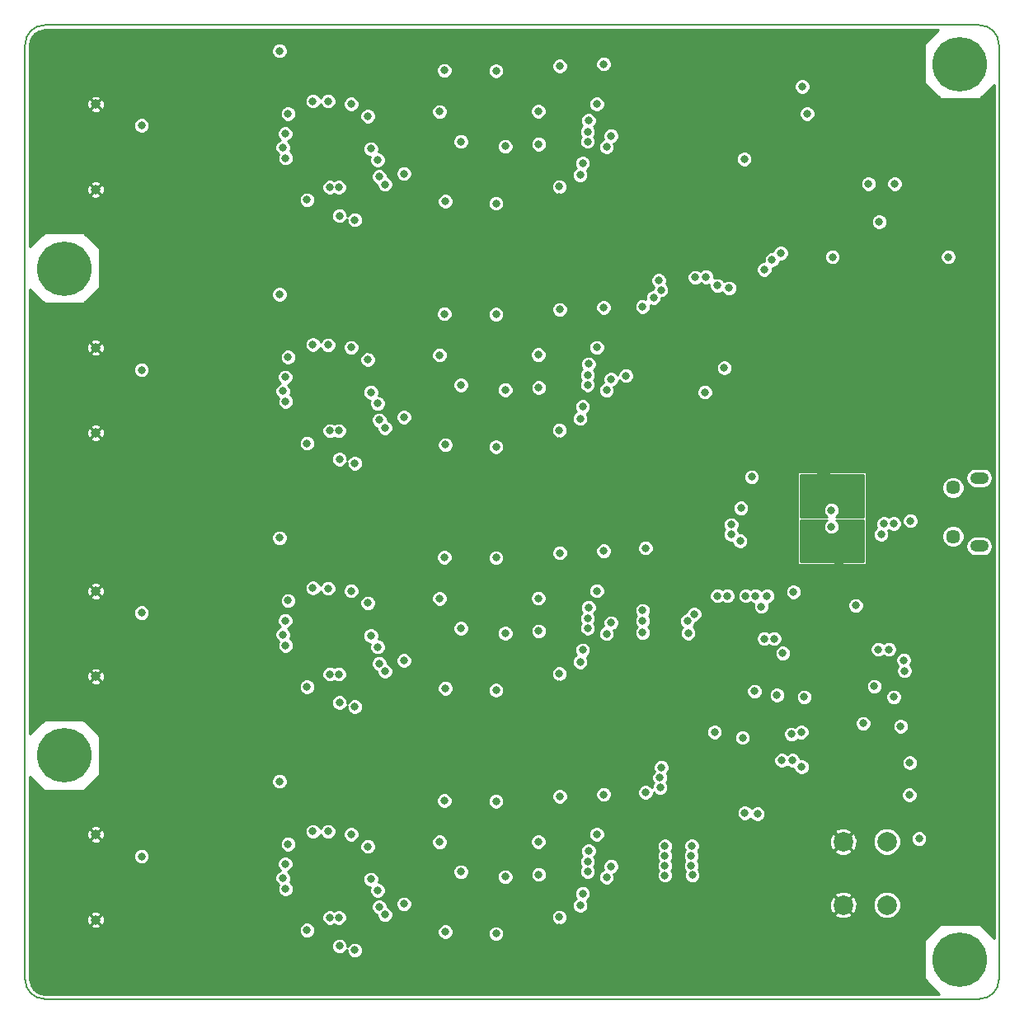
<source format=gbr>
%TF.GenerationSoftware,KiCad,Pcbnew,5.0.2-bee76a0~70~ubuntu18.04.1*%
%TF.CreationDate,2020-09-30T14:13:53+10:00*%
%TF.ProjectId,SDR_board,5344525f-626f-4617-9264-2e6b69636164,rev?*%
%TF.SameCoordinates,Original*%
%TF.FileFunction,Copper,L2,Inr*%
%TF.FilePolarity,Positive*%
%FSLAX46Y46*%
G04 Gerber Fmt 4.6, Leading zero omitted, Abs format (unit mm)*
G04 Created by KiCad (PCBNEW 5.0.2-bee76a0~70~ubuntu18.04.1) date Wed 30 Sep 2020 14:13:53 AEST*
%MOMM*%
%LPD*%
G01*
G04 APERTURE LIST*
%ADD10C,0.150000*%
%ADD11C,5.600000*%
%ADD12C,1.450000*%
%ADD13O,1.900000X1.200000*%
%ADD14C,0.970000*%
%ADD15C,2.000000*%
%ADD16C,0.800000*%
%ADD17C,0.254000*%
G04 APERTURE END LIST*
D10*
X27000000Y-120000000D02*
G75*
G02X25000000Y-118000000I0J2000000D01*
G01*
X125000000Y-118000000D02*
G75*
G02X123000000Y-120000000I-2000000J0D01*
G01*
X123000000Y-20000000D02*
G75*
G02X125000000Y-22000000I0J-2000000D01*
G01*
X25000000Y-22000000D02*
G75*
G02X27000000Y-20000000I2000000J0D01*
G01*
X25000000Y-117999999D02*
X25000000Y-21999999D01*
X123000000Y-120000000D02*
X27000000Y-120000000D01*
X125000000Y-22000000D02*
X125000000Y-118000000D01*
X27000000Y-20000000D02*
X123000000Y-20000000D01*
D11*
X121000000Y-116000000D03*
X121000000Y-24000000D03*
X29000000Y-45000000D03*
D12*
X120287500Y-72500000D03*
X120287500Y-67500000D03*
D13*
X122987500Y-73500000D03*
X122987500Y-66500000D03*
D14*
X32240000Y-28120000D03*
X32240000Y-36880000D03*
X32240000Y-53120000D03*
X32240000Y-61880000D03*
X32240000Y-86880000D03*
X32240000Y-78120000D03*
X32240000Y-111880000D03*
X32240000Y-103120000D03*
D15*
X109000000Y-103850000D03*
X113500000Y-103850000D03*
X109000000Y-110350000D03*
X113500000Y-110350000D03*
D11*
X29000000Y-95000000D03*
D16*
X58473410Y-103094640D03*
X58473410Y-78094640D03*
X58473410Y-53094640D03*
X58473410Y-28094640D03*
X116800000Y-103550000D03*
X115800000Y-99050000D03*
X115850000Y-95750000D03*
X105000000Y-89000000D03*
X111062500Y-91700000D03*
X107800000Y-69800000D03*
X107800000Y-71500000D03*
X110300000Y-79600000D03*
X103900000Y-78200000D03*
X98500000Y-69600000D03*
X99600000Y-66400000D03*
X119800000Y-43800000D03*
X107900000Y-43800000D03*
X112700000Y-40200000D03*
X114300000Y-36300000D03*
X111600000Y-36300000D03*
X102705000Y-95500000D03*
X100600000Y-79700000D03*
X88700000Y-73700000D03*
X88700000Y-98800000D03*
X88400000Y-48900000D03*
X98848834Y-33751166D03*
X68326173Y-103126173D03*
X65539130Y-108619588D03*
X63578595Y-105428595D03*
X58073410Y-105600000D03*
X55374942Y-99225058D03*
X52600000Y-101500000D03*
X52500000Y-113100000D03*
X74350000Y-105450000D03*
X70300000Y-105800000D03*
X68050000Y-109900000D03*
X68050000Y-108050000D03*
X77600000Y-101250000D03*
X79850000Y-100400000D03*
X77700000Y-105700000D03*
X77700000Y-109200000D03*
X77550000Y-111750000D03*
X79800000Y-112700000D03*
X82100000Y-104100000D03*
X82150000Y-107798620D03*
X64900000Y-101300000D03*
X63300000Y-102200000D03*
X62850000Y-113900000D03*
X47000000Y-99300000D03*
X44850000Y-100400000D03*
X43350000Y-99900000D03*
X39950000Y-99850000D03*
X35050000Y-106950000D03*
X33450000Y-117150000D03*
X37800000Y-114150000D03*
X39400000Y-114200000D03*
X46950000Y-111550000D03*
X45200000Y-112100000D03*
X42850000Y-110400000D03*
X44100000Y-106950000D03*
X40800000Y-106900000D03*
X50100000Y-111600000D03*
X50400000Y-102600000D03*
X52950000Y-100050000D03*
X59000000Y-99700000D03*
X60350000Y-103300000D03*
X54850000Y-105500000D03*
X54900000Y-107000000D03*
X55050000Y-108650000D03*
X57900000Y-108450000D03*
X60550000Y-100350000D03*
X68326173Y-78126173D03*
X65539130Y-83619588D03*
X63578595Y-80428595D03*
X58073410Y-80600000D03*
X55374942Y-74225058D03*
X52600000Y-76500000D03*
X52500000Y-88100000D03*
X74350000Y-80450000D03*
X70300000Y-80800000D03*
X68050000Y-84900000D03*
X68050000Y-83050000D03*
X77600000Y-76250000D03*
X79850000Y-75400000D03*
X77700000Y-80700000D03*
X77700000Y-84200000D03*
X77550000Y-86750000D03*
X79800000Y-87700000D03*
X82050000Y-79150000D03*
X82176590Y-82798620D03*
X64900000Y-76300000D03*
X63300000Y-77200000D03*
X62850000Y-88900000D03*
X47000000Y-74300000D03*
X44850000Y-75400000D03*
X43350000Y-74900000D03*
X39950000Y-74850000D03*
X35050000Y-81950000D03*
X34500000Y-92750000D03*
X37800000Y-89150000D03*
X39400000Y-89200000D03*
X46950000Y-86550000D03*
X45200000Y-87100000D03*
X42850000Y-85400000D03*
X44100000Y-81950000D03*
X40800000Y-81900000D03*
X50100000Y-86600000D03*
X50400000Y-77600000D03*
X52950000Y-75050000D03*
X59000000Y-74700000D03*
X60350000Y-78300000D03*
X54850000Y-80500000D03*
X54900000Y-82000000D03*
X55050000Y-83650000D03*
X57900000Y-83450000D03*
X60550000Y-75350000D03*
X68326173Y-53126173D03*
X65539130Y-58619588D03*
X63578595Y-55428595D03*
X58073410Y-55600000D03*
X55374942Y-49225058D03*
X52600000Y-51500000D03*
X52500000Y-63100000D03*
X74350000Y-55450000D03*
X70300000Y-55800000D03*
X68050000Y-59900000D03*
X68050000Y-58050000D03*
X77600000Y-51250000D03*
X79850000Y-50400000D03*
X77700000Y-55700000D03*
X77700000Y-59200000D03*
X77550000Y-61750000D03*
X79800000Y-62700000D03*
X82050000Y-54150000D03*
X82176590Y-57798620D03*
X64900000Y-51300000D03*
X63300000Y-52200000D03*
X62850000Y-63900000D03*
X47000000Y-49300000D03*
X44850000Y-50400000D03*
X43350000Y-49900000D03*
X39950000Y-49850000D03*
X35050000Y-56950000D03*
X33450000Y-67150000D03*
X37800000Y-64150000D03*
X39400000Y-64200000D03*
X46950000Y-61550000D03*
X45200000Y-62100000D03*
X42850000Y-60400000D03*
X44100000Y-56950000D03*
X40800000Y-56900000D03*
X50100000Y-61600000D03*
X50400000Y-52600000D03*
X52950000Y-50050000D03*
X59000000Y-49700000D03*
X60350000Y-53300000D03*
X54850000Y-55500000D03*
X54900000Y-57000000D03*
X55050000Y-58650000D03*
X57900000Y-58450000D03*
X60550000Y-50350000D03*
X60550000Y-25350000D03*
X57900000Y-33450000D03*
X55050000Y-33650000D03*
X54900000Y-32000000D03*
X54850000Y-30500000D03*
X60350000Y-28300000D03*
X59000000Y-24700000D03*
X52950000Y-25050000D03*
X50400000Y-27600000D03*
X50100000Y-36600000D03*
X40800000Y-31900000D03*
X44100000Y-31950000D03*
X42850000Y-35400000D03*
X45200000Y-37100000D03*
X46950000Y-36550000D03*
X39400000Y-39200000D03*
X37800000Y-39150000D03*
X34500000Y-42750000D03*
X35050000Y-31950000D03*
X39950000Y-24850000D03*
X43350000Y-24900000D03*
X44850000Y-25400000D03*
X47000000Y-24300000D03*
X62850000Y-38900000D03*
X63300000Y-27200000D03*
X64900000Y-26300000D03*
X82176590Y-32798620D03*
X82100000Y-29050000D03*
X79800000Y-37700000D03*
X77550000Y-36750000D03*
X77700000Y-34200000D03*
X77700000Y-30700000D03*
X79850000Y-25400000D03*
X77600000Y-26250000D03*
X68050000Y-33050000D03*
X68050000Y-34900000D03*
X70300000Y-30800000D03*
X74350000Y-30450000D03*
X52500000Y-38100000D03*
X52600000Y-26500000D03*
X55374942Y-24225058D03*
X58073410Y-30600000D03*
X63578595Y-30428595D03*
X65539130Y-33619588D03*
X68326173Y-28126173D03*
X104550000Y-101350000D03*
X101450000Y-101350000D03*
X116800000Y-111100000D03*
X109300000Y-91750000D03*
X108100000Y-67900000D03*
X107300000Y-73500000D03*
X113500000Y-78500000D03*
X97800000Y-66100000D03*
X106300000Y-78200000D03*
X118800000Y-68700000D03*
X103400000Y-69200000D03*
X120000000Y-51600000D03*
X121000000Y-54100000D03*
X117100000Y-67100000D03*
X117600000Y-43800000D03*
X105600000Y-43900000D03*
X112700000Y-43700000D03*
X109800000Y-26300000D03*
X108900000Y-25100000D03*
X100150000Y-95373410D03*
X117500000Y-38900000D03*
X67565111Y-103887235D03*
X56100000Y-102800000D03*
X79900000Y-99200000D03*
X79850000Y-111600000D03*
X77736516Y-107219672D03*
X77700000Y-103850000D03*
X69750000Y-106950000D03*
X74300000Y-107450000D03*
X60200000Y-104350000D03*
X63900000Y-110250000D03*
X61200000Y-108850000D03*
X57200000Y-111650000D03*
X56300000Y-111650000D03*
X51750000Y-108700000D03*
X52000000Y-104100000D03*
X36950000Y-105350000D03*
X67565111Y-78887235D03*
X56100000Y-77850000D03*
X79900000Y-74200000D03*
X79850000Y-86600000D03*
X77736516Y-82219672D03*
X77700000Y-78850000D03*
X69750000Y-81950000D03*
X74300000Y-82450000D03*
X60200000Y-79350000D03*
X63900000Y-85250000D03*
X61200000Y-83850000D03*
X57200000Y-86650000D03*
X56300000Y-86650000D03*
X51750000Y-83700000D03*
X52000000Y-79100000D03*
X36950000Y-80350000D03*
X67565111Y-53887235D03*
X56100000Y-52850000D03*
X79900000Y-49200000D03*
X79850000Y-61600000D03*
X77736516Y-57219672D03*
X77700000Y-53850000D03*
X69750000Y-56950000D03*
X74300000Y-57450000D03*
X60200000Y-54350000D03*
X63900000Y-60250000D03*
X61200000Y-58850000D03*
X57200000Y-61650000D03*
X56300000Y-61650000D03*
X51750000Y-58650000D03*
X52000000Y-54100000D03*
X36950000Y-55400000D03*
X36950000Y-30300000D03*
X52000000Y-29100000D03*
X51750000Y-33650000D03*
X56300000Y-36650000D03*
X57200000Y-36650000D03*
X61200000Y-33850000D03*
X63900000Y-35250000D03*
X60200000Y-29350000D03*
X74300000Y-32450000D03*
X69750000Y-31950000D03*
X77700000Y-28850000D03*
X77736516Y-32219672D03*
X79850000Y-36600000D03*
X79900000Y-24200000D03*
X56100000Y-27800000D03*
X67565111Y-28887235D03*
X104800000Y-26300000D03*
X105300000Y-29100000D03*
X51700000Y-31150000D03*
X51475000Y-32575000D03*
X51125000Y-22650000D03*
X60500000Y-32704021D03*
X54550000Y-27800000D03*
X53950000Y-37950000D03*
X51700000Y-56150000D03*
X51475000Y-57575000D03*
X60500000Y-57704021D03*
X51125000Y-47650000D03*
X53950000Y-62950000D03*
X54550000Y-52800000D03*
X51700000Y-81150000D03*
X51475000Y-82575000D03*
X60500000Y-82704021D03*
X51125000Y-72650000D03*
X53950000Y-87950000D03*
X54550000Y-77800000D03*
X51700000Y-106150000D03*
X51475000Y-107575000D03*
X60500000Y-107704021D03*
X51125000Y-97650000D03*
X53950000Y-112950000D03*
X54550000Y-102800000D03*
X101700000Y-44100000D03*
X90300000Y-47200000D03*
X97500000Y-72300000D03*
X112600000Y-84100000D03*
X112900000Y-72300000D03*
X90173827Y-97273827D03*
X82760491Y-105937163D03*
X82000000Y-110400000D03*
X82760491Y-80937163D03*
X82000000Y-85400000D03*
X82760491Y-55937163D03*
X82000000Y-60400000D03*
X82000000Y-35400000D03*
X82760491Y-30937163D03*
X99900000Y-88400000D03*
X95800000Y-92600000D03*
X93473832Y-104273832D03*
X90700000Y-104300000D03*
X93707108Y-80492892D03*
X88400000Y-80100000D03*
X101200000Y-78600000D03*
X97300000Y-47000000D03*
X96800000Y-55200000D03*
X102800000Y-84500000D03*
X100899997Y-83000000D03*
X103700000Y-92800000D03*
X103800000Y-95500000D03*
X98900000Y-100900000D03*
X101900000Y-83000000D03*
X104736334Y-96163666D03*
X100200000Y-101000000D03*
X104700000Y-92600000D03*
X57275517Y-39574483D03*
X68150000Y-38100000D03*
X58850000Y-40000000D03*
X73350000Y-38300000D03*
X61350000Y-35550000D03*
X68050000Y-24650000D03*
X73350000Y-24700000D03*
X61950000Y-36350000D03*
X68150000Y-63100000D03*
X57275517Y-64574483D03*
X73350000Y-63300000D03*
X58850000Y-65000000D03*
X68050000Y-49650000D03*
X61350000Y-60550000D03*
X61950000Y-61350000D03*
X73350000Y-49700000D03*
X68150000Y-88100000D03*
X57275517Y-89574483D03*
X73350000Y-88300000D03*
X58850000Y-90000000D03*
X68050000Y-74650000D03*
X61350000Y-85550000D03*
X61950000Y-86350000D03*
X73350000Y-74700000D03*
X68150000Y-113100000D03*
X57275517Y-114574483D03*
X73350000Y-113300000D03*
X58850000Y-115000000D03*
X68050000Y-99650000D03*
X61350000Y-110550000D03*
X61950000Y-111350000D03*
X73350000Y-99700000D03*
X82250000Y-34173400D03*
X82750000Y-31950000D03*
X100000000Y-78600000D03*
X96094508Y-46746854D03*
X83700000Y-28100000D03*
X85164694Y-31370587D03*
X99000000Y-78600000D03*
X94926600Y-45852000D03*
X82750000Y-56950000D03*
X82250000Y-59173400D03*
X97100003Y-78600000D03*
X86700000Y-56000000D03*
X85164694Y-56370587D03*
X83700000Y-53100000D03*
X96100000Y-78600000D03*
X82750000Y-81950000D03*
X82250000Y-84173400D03*
X93000000Y-81200000D03*
X88400000Y-81200000D03*
X85164694Y-81370587D03*
X83700000Y-78100000D03*
X93089520Y-82441853D03*
X88400000Y-82400000D03*
X82750000Y-106950000D03*
X82250000Y-109173400D03*
X93400000Y-105299997D03*
X90700000Y-105300000D03*
X85164694Y-106370587D03*
X83700000Y-103100000D03*
X93400000Y-106300000D03*
X90700000Y-106300000D03*
X84700000Y-107500008D03*
X82850000Y-104800000D03*
X84400000Y-99000000D03*
X84700000Y-82500008D03*
X82850000Y-79800000D03*
X84400000Y-74000000D03*
X84700000Y-57500008D03*
X82850000Y-54800000D03*
X84400000Y-49000000D03*
X84400000Y-24000000D03*
X82850000Y-29800000D03*
X84700000Y-32500008D03*
X90700000Y-107300003D03*
X93510431Y-107293886D03*
X98665816Y-93165816D03*
X102200000Y-88800000D03*
X93800000Y-45900000D03*
X94800000Y-57700000D03*
X97500000Y-71299997D03*
X90057464Y-46229856D03*
X112200000Y-87900000D03*
X102600000Y-43400000D03*
X115900000Y-70900000D03*
X113700000Y-84100000D03*
X90330174Y-96217494D03*
X113186428Y-71173401D03*
X115226590Y-85200000D03*
X89531777Y-47973400D03*
X115300000Y-86300000D03*
X114199100Y-71173401D03*
X100900000Y-45100000D03*
X98413814Y-72973400D03*
X114200000Y-89000000D03*
X90200000Y-98300003D03*
X114900000Y-92000000D03*
D17*
G36*
X117410197Y-21845108D02*
X117382667Y-21886310D01*
X117373000Y-21934911D01*
X117373000Y-25934911D01*
X117382667Y-25983512D01*
X117410197Y-26024714D01*
X118910197Y-27524714D01*
X118951399Y-27552244D01*
X119000000Y-27561911D01*
X123000000Y-27561911D01*
X123048601Y-27552244D01*
X123089803Y-27524714D01*
X124498000Y-26116517D01*
X124498001Y-113753306D01*
X123089803Y-112345108D01*
X123048601Y-112317578D01*
X123000000Y-112307911D01*
X119000000Y-112307911D01*
X118951399Y-112317578D01*
X118910197Y-112345108D01*
X117410197Y-113845108D01*
X117382667Y-113886310D01*
X117373000Y-113934911D01*
X117373000Y-117934911D01*
X117382667Y-117983512D01*
X117410197Y-118024714D01*
X118883483Y-119498000D01*
X27035764Y-119498000D01*
X26580998Y-119432873D01*
X26195681Y-119257679D01*
X25875021Y-118981381D01*
X25644798Y-118626191D01*
X25518546Y-118204031D01*
X25502000Y-117981368D01*
X25502000Y-114409982D01*
X56448517Y-114409982D01*
X56448517Y-114738984D01*
X56574420Y-115042941D01*
X56807059Y-115275580D01*
X57111016Y-115401483D01*
X57440018Y-115401483D01*
X57743975Y-115275580D01*
X57976614Y-115042941D01*
X58023000Y-114930955D01*
X58023000Y-115164501D01*
X58148903Y-115468458D01*
X58381542Y-115701097D01*
X58685499Y-115827000D01*
X59014501Y-115827000D01*
X59318458Y-115701097D01*
X59551097Y-115468458D01*
X59677000Y-115164501D01*
X59677000Y-114835499D01*
X59551097Y-114531542D01*
X59318458Y-114298903D01*
X59014501Y-114173000D01*
X58685499Y-114173000D01*
X58381542Y-114298903D01*
X58148903Y-114531542D01*
X58102517Y-114643528D01*
X58102517Y-114409982D01*
X57976614Y-114106025D01*
X57743975Y-113873386D01*
X57440018Y-113747483D01*
X57111016Y-113747483D01*
X56807059Y-113873386D01*
X56574420Y-114106025D01*
X56448517Y-114409982D01*
X25502000Y-114409982D01*
X25502000Y-112478068D01*
X31674459Y-112478068D01*
X31712213Y-112645568D01*
X32045358Y-112789268D01*
X32408137Y-112794540D01*
X32430893Y-112785499D01*
X53123000Y-112785499D01*
X53123000Y-113114501D01*
X53248903Y-113418458D01*
X53481542Y-113651097D01*
X53785499Y-113777000D01*
X54114501Y-113777000D01*
X54418458Y-113651097D01*
X54651097Y-113418458D01*
X54777000Y-113114501D01*
X54777000Y-112935499D01*
X67323000Y-112935499D01*
X67323000Y-113264501D01*
X67448903Y-113568458D01*
X67681542Y-113801097D01*
X67985499Y-113927000D01*
X68314501Y-113927000D01*
X68618458Y-113801097D01*
X68851097Y-113568458D01*
X68977000Y-113264501D01*
X68977000Y-113135499D01*
X72523000Y-113135499D01*
X72523000Y-113464501D01*
X72648903Y-113768458D01*
X72881542Y-114001097D01*
X73185499Y-114127000D01*
X73514501Y-114127000D01*
X73818458Y-114001097D01*
X74051097Y-113768458D01*
X74177000Y-113464501D01*
X74177000Y-113135499D01*
X74051097Y-112831542D01*
X73818458Y-112598903D01*
X73514501Y-112473000D01*
X73185499Y-112473000D01*
X72881542Y-112598903D01*
X72648903Y-112831542D01*
X72523000Y-113135499D01*
X68977000Y-113135499D01*
X68977000Y-112935499D01*
X68851097Y-112631542D01*
X68618458Y-112398903D01*
X68314501Y-112273000D01*
X67985499Y-112273000D01*
X67681542Y-112398903D01*
X67448903Y-112631542D01*
X67323000Y-112935499D01*
X54777000Y-112935499D01*
X54777000Y-112785499D01*
X54651097Y-112481542D01*
X54418458Y-112248903D01*
X54114501Y-112123000D01*
X53785499Y-112123000D01*
X53481542Y-112248903D01*
X53248903Y-112481542D01*
X53123000Y-112785499D01*
X32430893Y-112785499D01*
X32745318Y-112660582D01*
X32767787Y-112645568D01*
X32805541Y-112478068D01*
X32240000Y-111912527D01*
X31674459Y-112478068D01*
X25502000Y-112478068D01*
X25502000Y-112048137D01*
X31325460Y-112048137D01*
X31459418Y-112385318D01*
X31474432Y-112407787D01*
X31641932Y-112445541D01*
X32207473Y-111880000D01*
X32272527Y-111880000D01*
X32838068Y-112445541D01*
X33005568Y-112407787D01*
X33149268Y-112074642D01*
X33154540Y-111711863D01*
X33064609Y-111485499D01*
X55473000Y-111485499D01*
X55473000Y-111814501D01*
X55598903Y-112118458D01*
X55831542Y-112351097D01*
X56135499Y-112477000D01*
X56464501Y-112477000D01*
X56750000Y-112358743D01*
X57035499Y-112477000D01*
X57364501Y-112477000D01*
X57668458Y-112351097D01*
X57901097Y-112118458D01*
X58027000Y-111814501D01*
X58027000Y-111485499D01*
X57901097Y-111181542D01*
X57668458Y-110948903D01*
X57364501Y-110823000D01*
X57035499Y-110823000D01*
X56750000Y-110941257D01*
X56464501Y-110823000D01*
X56135499Y-110823000D01*
X55831542Y-110948903D01*
X55598903Y-111181542D01*
X55473000Y-111485499D01*
X33064609Y-111485499D01*
X33020582Y-111374682D01*
X33005568Y-111352213D01*
X32838068Y-111314459D01*
X32272527Y-111880000D01*
X32207473Y-111880000D01*
X31641932Y-111314459D01*
X31474432Y-111352213D01*
X31330732Y-111685358D01*
X31325460Y-112048137D01*
X25502000Y-112048137D01*
X25502000Y-111281932D01*
X31674459Y-111281932D01*
X32240000Y-111847473D01*
X32805541Y-111281932D01*
X32767787Y-111114432D01*
X32434642Y-110970732D01*
X32071863Y-110965460D01*
X31734682Y-111099418D01*
X31712213Y-111114432D01*
X31674459Y-111281932D01*
X25502000Y-111281932D01*
X25502000Y-110385499D01*
X60523000Y-110385499D01*
X60523000Y-110714501D01*
X60648903Y-111018458D01*
X60881542Y-111251097D01*
X61123000Y-111351112D01*
X61123000Y-111514501D01*
X61248903Y-111818458D01*
X61481542Y-112051097D01*
X61785499Y-112177000D01*
X62114501Y-112177000D01*
X62418458Y-112051097D01*
X62651097Y-111818458D01*
X62777000Y-111514501D01*
X62777000Y-111435499D01*
X79023000Y-111435499D01*
X79023000Y-111764501D01*
X79148903Y-112068458D01*
X79381542Y-112301097D01*
X79685499Y-112427000D01*
X80014501Y-112427000D01*
X80318458Y-112301097D01*
X80551097Y-112068458D01*
X80677000Y-111764501D01*
X80677000Y-111435499D01*
X80628932Y-111319451D01*
X108063076Y-111319451D01*
X108163512Y-111540457D01*
X108682754Y-111769949D01*
X109250294Y-111783267D01*
X109779729Y-111578382D01*
X109836488Y-111540457D01*
X109936924Y-111319451D01*
X109000000Y-110382527D01*
X108063076Y-111319451D01*
X80628932Y-111319451D01*
X80551097Y-111131542D01*
X80318458Y-110898903D01*
X80014501Y-110773000D01*
X79685499Y-110773000D01*
X79381542Y-110898903D01*
X79148903Y-111131542D01*
X79023000Y-111435499D01*
X62777000Y-111435499D01*
X62777000Y-111185499D01*
X62651097Y-110881542D01*
X62418458Y-110648903D01*
X62177000Y-110548888D01*
X62177000Y-110385499D01*
X62052737Y-110085499D01*
X63073000Y-110085499D01*
X63073000Y-110414501D01*
X63198903Y-110718458D01*
X63431542Y-110951097D01*
X63735499Y-111077000D01*
X64064501Y-111077000D01*
X64368458Y-110951097D01*
X64601097Y-110718458D01*
X64727000Y-110414501D01*
X64727000Y-110235499D01*
X81173000Y-110235499D01*
X81173000Y-110564501D01*
X81298903Y-110868458D01*
X81531542Y-111101097D01*
X81835499Y-111227000D01*
X82164501Y-111227000D01*
X82468458Y-111101097D01*
X82701097Y-110868458D01*
X82812174Y-110600294D01*
X107566733Y-110600294D01*
X107771618Y-111129729D01*
X107809543Y-111186488D01*
X108030549Y-111286924D01*
X108967473Y-110350000D01*
X109032527Y-110350000D01*
X109969451Y-111286924D01*
X110190457Y-111186488D01*
X110419949Y-110667246D01*
X110433267Y-110099706D01*
X110420283Y-110066152D01*
X112073000Y-110066152D01*
X112073000Y-110633848D01*
X112290247Y-111158331D01*
X112691669Y-111559753D01*
X113216152Y-111777000D01*
X113783848Y-111777000D01*
X114308331Y-111559753D01*
X114709753Y-111158331D01*
X114927000Y-110633848D01*
X114927000Y-110066152D01*
X114709753Y-109541669D01*
X114308331Y-109140247D01*
X113783848Y-108923000D01*
X113216152Y-108923000D01*
X112691669Y-109140247D01*
X112290247Y-109541669D01*
X112073000Y-110066152D01*
X110420283Y-110066152D01*
X110228382Y-109570271D01*
X110190457Y-109513512D01*
X109969451Y-109413076D01*
X109032527Y-110350000D01*
X108967473Y-110350000D01*
X108030549Y-109413076D01*
X107809543Y-109513512D01*
X107580051Y-110032754D01*
X107566733Y-110600294D01*
X82812174Y-110600294D01*
X82827000Y-110564501D01*
X82827000Y-110235499D01*
X82701097Y-109931542D01*
X82665845Y-109896290D01*
X82718458Y-109874497D01*
X82951097Y-109641858D01*
X83059334Y-109380549D01*
X108063076Y-109380549D01*
X109000000Y-110317473D01*
X109936924Y-109380549D01*
X109836488Y-109159543D01*
X109317246Y-108930051D01*
X108749706Y-108916733D01*
X108220271Y-109121618D01*
X108163512Y-109159543D01*
X108063076Y-109380549D01*
X83059334Y-109380549D01*
X83077000Y-109337901D01*
X83077000Y-109008899D01*
X82951097Y-108704942D01*
X82718458Y-108472303D01*
X82414501Y-108346400D01*
X82085499Y-108346400D01*
X81781542Y-108472303D01*
X81548903Y-108704942D01*
X81423000Y-109008899D01*
X81423000Y-109337901D01*
X81548903Y-109641858D01*
X81584155Y-109677110D01*
X81531542Y-109698903D01*
X81298903Y-109931542D01*
X81173000Y-110235499D01*
X64727000Y-110235499D01*
X64727000Y-110085499D01*
X64601097Y-109781542D01*
X64368458Y-109548903D01*
X64064501Y-109423000D01*
X63735499Y-109423000D01*
X63431542Y-109548903D01*
X63198903Y-109781542D01*
X63073000Y-110085499D01*
X62052737Y-110085499D01*
X62051097Y-110081542D01*
X61818458Y-109848903D01*
X61514501Y-109723000D01*
X61185499Y-109723000D01*
X60881542Y-109848903D01*
X60648903Y-110081542D01*
X60523000Y-110385499D01*
X25502000Y-110385499D01*
X25502000Y-107410499D01*
X50648000Y-107410499D01*
X50648000Y-107739501D01*
X50773903Y-108043458D01*
X51006542Y-108276097D01*
X51026947Y-108284549D01*
X50923000Y-108535499D01*
X50923000Y-108864501D01*
X51048903Y-109168458D01*
X51281542Y-109401097D01*
X51585499Y-109527000D01*
X51914501Y-109527000D01*
X52218458Y-109401097D01*
X52451097Y-109168458D01*
X52577000Y-108864501D01*
X52577000Y-108535499D01*
X52451097Y-108231542D01*
X52218458Y-107998903D01*
X52198053Y-107990451D01*
X52302000Y-107739501D01*
X52302000Y-107539520D01*
X59673000Y-107539520D01*
X59673000Y-107868522D01*
X59798903Y-108172479D01*
X60031542Y-108405118D01*
X60335499Y-108531021D01*
X60436987Y-108531021D01*
X60373000Y-108685499D01*
X60373000Y-109014501D01*
X60498903Y-109318458D01*
X60731542Y-109551097D01*
X61035499Y-109677000D01*
X61364501Y-109677000D01*
X61668458Y-109551097D01*
X61901097Y-109318458D01*
X62027000Y-109014501D01*
X62027000Y-108685499D01*
X61901097Y-108381542D01*
X61668458Y-108148903D01*
X61364501Y-108023000D01*
X61263013Y-108023000D01*
X61327000Y-107868522D01*
X61327000Y-107539520D01*
X61201097Y-107235563D01*
X60968458Y-107002924D01*
X60664501Y-106877021D01*
X60335499Y-106877021D01*
X60031542Y-107002924D01*
X59798903Y-107235563D01*
X59673000Y-107539520D01*
X52302000Y-107539520D01*
X52302000Y-107410499D01*
X52176097Y-107106542D01*
X51993233Y-106923678D01*
X52168458Y-106851097D01*
X52234056Y-106785499D01*
X68923000Y-106785499D01*
X68923000Y-107114501D01*
X69048903Y-107418458D01*
X69281542Y-107651097D01*
X69585499Y-107777000D01*
X69914501Y-107777000D01*
X70218458Y-107651097D01*
X70451097Y-107418458D01*
X70506170Y-107285499D01*
X73473000Y-107285499D01*
X73473000Y-107614501D01*
X73598903Y-107918458D01*
X73831542Y-108151097D01*
X74135499Y-108277000D01*
X74464501Y-108277000D01*
X74768458Y-108151097D01*
X75001097Y-107918458D01*
X75127000Y-107614501D01*
X75127000Y-107285499D01*
X75031596Y-107055171D01*
X76909516Y-107055171D01*
X76909516Y-107384173D01*
X77035419Y-107688130D01*
X77268058Y-107920769D01*
X77572015Y-108046672D01*
X77901017Y-108046672D01*
X78204974Y-107920769D01*
X78437613Y-107688130D01*
X78563516Y-107384173D01*
X78563516Y-107055171D01*
X78451815Y-106785499D01*
X81923000Y-106785499D01*
X81923000Y-107114501D01*
X82048903Y-107418458D01*
X82281542Y-107651097D01*
X82585499Y-107777000D01*
X82914501Y-107777000D01*
X83218458Y-107651097D01*
X83451097Y-107418458D01*
X83485456Y-107335507D01*
X83873000Y-107335507D01*
X83873000Y-107664509D01*
X83998903Y-107968466D01*
X84231542Y-108201105D01*
X84535499Y-108327008D01*
X84864501Y-108327008D01*
X85168458Y-108201105D01*
X85401097Y-107968466D01*
X85527000Y-107664509D01*
X85527000Y-107335507D01*
X85449270Y-107147850D01*
X85633152Y-107071684D01*
X85865791Y-106839045D01*
X85991694Y-106535088D01*
X85991694Y-106206086D01*
X85865791Y-105902129D01*
X85633152Y-105669490D01*
X85329195Y-105543587D01*
X85000193Y-105543587D01*
X84696236Y-105669490D01*
X84463597Y-105902129D01*
X84337694Y-106206086D01*
X84337694Y-106535088D01*
X84415424Y-106722745D01*
X84231542Y-106798911D01*
X83998903Y-107031550D01*
X83873000Y-107335507D01*
X83485456Y-107335507D01*
X83577000Y-107114501D01*
X83577000Y-106785499D01*
X83451097Y-106481542D01*
X83418382Y-106448827D01*
X83461588Y-106405621D01*
X83587491Y-106101664D01*
X83587491Y-105772662D01*
X83461588Y-105468705D01*
X83406219Y-105413336D01*
X83551097Y-105268458D01*
X83677000Y-104964501D01*
X83677000Y-104635499D01*
X83551097Y-104331542D01*
X83355054Y-104135499D01*
X89873000Y-104135499D01*
X89873000Y-104464501D01*
X89998903Y-104768458D01*
X90030445Y-104800000D01*
X89998903Y-104831542D01*
X89873000Y-105135499D01*
X89873000Y-105464501D01*
X89998903Y-105768458D01*
X90030445Y-105800000D01*
X89998903Y-105831542D01*
X89873000Y-106135499D01*
X89873000Y-106464501D01*
X89998903Y-106768458D01*
X90030447Y-106800002D01*
X89998903Y-106831545D01*
X89873000Y-107135502D01*
X89873000Y-107464504D01*
X89998903Y-107768461D01*
X90231542Y-108001100D01*
X90535499Y-108127003D01*
X90864501Y-108127003D01*
X91168458Y-108001100D01*
X91401097Y-107768461D01*
X91527000Y-107464504D01*
X91527000Y-107135502D01*
X91401097Y-106831545D01*
X91369554Y-106800002D01*
X91401097Y-106768458D01*
X91527000Y-106464501D01*
X91527000Y-106135499D01*
X91401097Y-105831542D01*
X91369555Y-105800000D01*
X91401097Y-105768458D01*
X91527000Y-105464501D01*
X91527000Y-105135499D01*
X91526999Y-105135496D01*
X92573000Y-105135496D01*
X92573000Y-105464498D01*
X92698903Y-105768455D01*
X92730447Y-105799999D01*
X92698903Y-105831542D01*
X92573000Y-106135499D01*
X92573000Y-106464501D01*
X92698903Y-106768458D01*
X92793676Y-106863231D01*
X92683431Y-107129385D01*
X92683431Y-107458387D01*
X92809334Y-107762344D01*
X93041973Y-107994983D01*
X93345930Y-108120886D01*
X93674932Y-108120886D01*
X93978889Y-107994983D01*
X94211528Y-107762344D01*
X94337431Y-107458387D01*
X94337431Y-107129385D01*
X94211528Y-106825428D01*
X94116755Y-106730655D01*
X94227000Y-106464501D01*
X94227000Y-106135499D01*
X94101097Y-105831542D01*
X94069554Y-105799999D01*
X94101097Y-105768455D01*
X94227000Y-105464498D01*
X94227000Y-105135496D01*
X94101097Y-104831539D01*
X94093389Y-104823831D01*
X94097768Y-104819451D01*
X108063076Y-104819451D01*
X108163512Y-105040457D01*
X108682754Y-105269949D01*
X109250294Y-105283267D01*
X109779729Y-105078382D01*
X109836488Y-105040457D01*
X109936924Y-104819451D01*
X109000000Y-103882527D01*
X108063076Y-104819451D01*
X94097768Y-104819451D01*
X94174929Y-104742290D01*
X94300832Y-104438333D01*
X94300832Y-104109331D01*
X94297089Y-104100294D01*
X107566733Y-104100294D01*
X107771618Y-104629729D01*
X107809543Y-104686488D01*
X108030549Y-104786924D01*
X108967473Y-103850000D01*
X109032527Y-103850000D01*
X109969451Y-104786924D01*
X110190457Y-104686488D01*
X110419949Y-104167246D01*
X110433267Y-103599706D01*
X110420283Y-103566152D01*
X112073000Y-103566152D01*
X112073000Y-104133848D01*
X112290247Y-104658331D01*
X112691669Y-105059753D01*
X113216152Y-105277000D01*
X113783848Y-105277000D01*
X114308331Y-105059753D01*
X114709753Y-104658331D01*
X114927000Y-104133848D01*
X114927000Y-103566152D01*
X114852172Y-103385499D01*
X115973000Y-103385499D01*
X115973000Y-103714501D01*
X116098903Y-104018458D01*
X116331542Y-104251097D01*
X116635499Y-104377000D01*
X116964501Y-104377000D01*
X117268458Y-104251097D01*
X117501097Y-104018458D01*
X117627000Y-103714501D01*
X117627000Y-103385499D01*
X117501097Y-103081542D01*
X117268458Y-102848903D01*
X116964501Y-102723000D01*
X116635499Y-102723000D01*
X116331542Y-102848903D01*
X116098903Y-103081542D01*
X115973000Y-103385499D01*
X114852172Y-103385499D01*
X114709753Y-103041669D01*
X114308331Y-102640247D01*
X113783848Y-102423000D01*
X113216152Y-102423000D01*
X112691669Y-102640247D01*
X112290247Y-103041669D01*
X112073000Y-103566152D01*
X110420283Y-103566152D01*
X110228382Y-103070271D01*
X110190457Y-103013512D01*
X109969451Y-102913076D01*
X109032527Y-103850000D01*
X108967473Y-103850000D01*
X108030549Y-102913076D01*
X107809543Y-103013512D01*
X107580051Y-103532754D01*
X107566733Y-104100294D01*
X94297089Y-104100294D01*
X94174929Y-103805374D01*
X93942290Y-103572735D01*
X93638333Y-103446832D01*
X93309331Y-103446832D01*
X93005374Y-103572735D01*
X92772735Y-103805374D01*
X92646832Y-104109331D01*
X92646832Y-104438333D01*
X92772735Y-104742290D01*
X92780444Y-104749999D01*
X92698903Y-104831539D01*
X92573000Y-105135496D01*
X91526999Y-105135496D01*
X91401097Y-104831542D01*
X91369555Y-104800000D01*
X91401097Y-104768458D01*
X91527000Y-104464501D01*
X91527000Y-104135499D01*
X91401097Y-103831542D01*
X91168458Y-103598903D01*
X90864501Y-103473000D01*
X90535499Y-103473000D01*
X90231542Y-103598903D01*
X89998903Y-103831542D01*
X89873000Y-104135499D01*
X83355054Y-104135499D01*
X83318458Y-104098903D01*
X83014501Y-103973000D01*
X82685499Y-103973000D01*
X82381542Y-104098903D01*
X82148903Y-104331542D01*
X82023000Y-104635499D01*
X82023000Y-104964501D01*
X82148903Y-105268458D01*
X82204272Y-105323827D01*
X82059394Y-105468705D01*
X81933491Y-105772662D01*
X81933491Y-106101664D01*
X82059394Y-106405621D01*
X82092109Y-106438336D01*
X82048903Y-106481542D01*
X81923000Y-106785499D01*
X78451815Y-106785499D01*
X78437613Y-106751214D01*
X78204974Y-106518575D01*
X77901017Y-106392672D01*
X77572015Y-106392672D01*
X77268058Y-106518575D01*
X77035419Y-106751214D01*
X76909516Y-107055171D01*
X75031596Y-107055171D01*
X75001097Y-106981542D01*
X74768458Y-106748903D01*
X74464501Y-106623000D01*
X74135499Y-106623000D01*
X73831542Y-106748903D01*
X73598903Y-106981542D01*
X73473000Y-107285499D01*
X70506170Y-107285499D01*
X70577000Y-107114501D01*
X70577000Y-106785499D01*
X70451097Y-106481542D01*
X70218458Y-106248903D01*
X69914501Y-106123000D01*
X69585499Y-106123000D01*
X69281542Y-106248903D01*
X69048903Y-106481542D01*
X68923000Y-106785499D01*
X52234056Y-106785499D01*
X52401097Y-106618458D01*
X52527000Y-106314501D01*
X52527000Y-105985499D01*
X52401097Y-105681542D01*
X52168458Y-105448903D01*
X51864501Y-105323000D01*
X51535499Y-105323000D01*
X51231542Y-105448903D01*
X50998903Y-105681542D01*
X50873000Y-105985499D01*
X50873000Y-106314501D01*
X50998903Y-106618458D01*
X51181767Y-106801322D01*
X51006542Y-106873903D01*
X50773903Y-107106542D01*
X50648000Y-107410499D01*
X25502000Y-107410499D01*
X25502000Y-105185499D01*
X36123000Y-105185499D01*
X36123000Y-105514501D01*
X36248903Y-105818458D01*
X36481542Y-106051097D01*
X36785499Y-106177000D01*
X37114501Y-106177000D01*
X37418458Y-106051097D01*
X37651097Y-105818458D01*
X37777000Y-105514501D01*
X37777000Y-105185499D01*
X37651097Y-104881542D01*
X37418458Y-104648903D01*
X37114501Y-104523000D01*
X36785499Y-104523000D01*
X36481542Y-104648903D01*
X36248903Y-104881542D01*
X36123000Y-105185499D01*
X25502000Y-105185499D01*
X25502000Y-103718068D01*
X31674459Y-103718068D01*
X31712213Y-103885568D01*
X32045358Y-104029268D01*
X32408137Y-104034540D01*
X32657429Y-103935499D01*
X51173000Y-103935499D01*
X51173000Y-104264501D01*
X51298903Y-104568458D01*
X51531542Y-104801097D01*
X51835499Y-104927000D01*
X52164501Y-104927000D01*
X52468458Y-104801097D01*
X52701097Y-104568458D01*
X52827000Y-104264501D01*
X52827000Y-104185499D01*
X59373000Y-104185499D01*
X59373000Y-104514501D01*
X59498903Y-104818458D01*
X59731542Y-105051097D01*
X60035499Y-105177000D01*
X60364501Y-105177000D01*
X60668458Y-105051097D01*
X60901097Y-104818458D01*
X61027000Y-104514501D01*
X61027000Y-104185499D01*
X60901097Y-103881542D01*
X60742289Y-103722734D01*
X66738111Y-103722734D01*
X66738111Y-104051736D01*
X66864014Y-104355693D01*
X67096653Y-104588332D01*
X67400610Y-104714235D01*
X67729612Y-104714235D01*
X68033569Y-104588332D01*
X68266208Y-104355693D01*
X68392111Y-104051736D01*
X68392111Y-103722734D01*
X68376688Y-103685499D01*
X76873000Y-103685499D01*
X76873000Y-104014501D01*
X76998903Y-104318458D01*
X77231542Y-104551097D01*
X77535499Y-104677000D01*
X77864501Y-104677000D01*
X78168458Y-104551097D01*
X78401097Y-104318458D01*
X78527000Y-104014501D01*
X78527000Y-103685499D01*
X78401097Y-103381542D01*
X78168458Y-103148903D01*
X77864501Y-103023000D01*
X77535499Y-103023000D01*
X77231542Y-103148903D01*
X76998903Y-103381542D01*
X76873000Y-103685499D01*
X68376688Y-103685499D01*
X68266208Y-103418777D01*
X68033569Y-103186138D01*
X67729612Y-103060235D01*
X67400610Y-103060235D01*
X67096653Y-103186138D01*
X66864014Y-103418777D01*
X66738111Y-103722734D01*
X60742289Y-103722734D01*
X60668458Y-103648903D01*
X60364501Y-103523000D01*
X60035499Y-103523000D01*
X59731542Y-103648903D01*
X59498903Y-103881542D01*
X59373000Y-104185499D01*
X52827000Y-104185499D01*
X52827000Y-103935499D01*
X52701097Y-103631542D01*
X52468458Y-103398903D01*
X52164501Y-103273000D01*
X51835499Y-103273000D01*
X51531542Y-103398903D01*
X51298903Y-103631542D01*
X51173000Y-103935499D01*
X32657429Y-103935499D01*
X32745318Y-103900582D01*
X32767787Y-103885568D01*
X32805541Y-103718068D01*
X32240000Y-103152527D01*
X31674459Y-103718068D01*
X25502000Y-103718068D01*
X25502000Y-103288137D01*
X31325460Y-103288137D01*
X31459418Y-103625318D01*
X31474432Y-103647787D01*
X31641932Y-103685541D01*
X32207473Y-103120000D01*
X32272527Y-103120000D01*
X32838068Y-103685541D01*
X33005568Y-103647787D01*
X33149268Y-103314642D01*
X33154540Y-102951863D01*
X33028853Y-102635499D01*
X53723000Y-102635499D01*
X53723000Y-102964501D01*
X53848903Y-103268458D01*
X54081542Y-103501097D01*
X54385499Y-103627000D01*
X54714501Y-103627000D01*
X55018458Y-103501097D01*
X55251097Y-103268458D01*
X55325000Y-103090040D01*
X55398903Y-103268458D01*
X55631542Y-103501097D01*
X55935499Y-103627000D01*
X56264501Y-103627000D01*
X56568458Y-103501097D01*
X56801097Y-103268458D01*
X56927000Y-102964501D01*
X56927000Y-102930139D01*
X57646410Y-102930139D01*
X57646410Y-103259141D01*
X57772313Y-103563098D01*
X58004952Y-103795737D01*
X58308909Y-103921640D01*
X58637911Y-103921640D01*
X58941868Y-103795737D01*
X59174507Y-103563098D01*
X59300410Y-103259141D01*
X59300410Y-102935499D01*
X82873000Y-102935499D01*
X82873000Y-103264501D01*
X82998903Y-103568458D01*
X83231542Y-103801097D01*
X83535499Y-103927000D01*
X83864501Y-103927000D01*
X84168458Y-103801097D01*
X84401097Y-103568458D01*
X84527000Y-103264501D01*
X84527000Y-102935499D01*
X84504239Y-102880549D01*
X108063076Y-102880549D01*
X109000000Y-103817473D01*
X109936924Y-102880549D01*
X109836488Y-102659543D01*
X109317246Y-102430051D01*
X108749706Y-102416733D01*
X108220271Y-102621618D01*
X108163512Y-102659543D01*
X108063076Y-102880549D01*
X84504239Y-102880549D01*
X84401097Y-102631542D01*
X84168458Y-102398903D01*
X83864501Y-102273000D01*
X83535499Y-102273000D01*
X83231542Y-102398903D01*
X82998903Y-102631542D01*
X82873000Y-102935499D01*
X59300410Y-102935499D01*
X59300410Y-102930139D01*
X59174507Y-102626182D01*
X58941868Y-102393543D01*
X58637911Y-102267640D01*
X58308909Y-102267640D01*
X58004952Y-102393543D01*
X57772313Y-102626182D01*
X57646410Y-102930139D01*
X56927000Y-102930139D01*
X56927000Y-102635499D01*
X56801097Y-102331542D01*
X56568458Y-102098903D01*
X56264501Y-101973000D01*
X55935499Y-101973000D01*
X55631542Y-102098903D01*
X55398903Y-102331542D01*
X55325000Y-102509960D01*
X55251097Y-102331542D01*
X55018458Y-102098903D01*
X54714501Y-101973000D01*
X54385499Y-101973000D01*
X54081542Y-102098903D01*
X53848903Y-102331542D01*
X53723000Y-102635499D01*
X33028853Y-102635499D01*
X33020582Y-102614682D01*
X33005568Y-102592213D01*
X32838068Y-102554459D01*
X32272527Y-103120000D01*
X32207473Y-103120000D01*
X31641932Y-102554459D01*
X31474432Y-102592213D01*
X31330732Y-102925358D01*
X31325460Y-103288137D01*
X25502000Y-103288137D01*
X25502000Y-102521932D01*
X31674459Y-102521932D01*
X32240000Y-103087473D01*
X32805541Y-102521932D01*
X32767787Y-102354432D01*
X32434642Y-102210732D01*
X32071863Y-102205460D01*
X31734682Y-102339418D01*
X31712213Y-102354432D01*
X31674459Y-102521932D01*
X25502000Y-102521932D01*
X25502000Y-100735499D01*
X98073000Y-100735499D01*
X98073000Y-101064501D01*
X98198903Y-101368458D01*
X98431542Y-101601097D01*
X98735499Y-101727000D01*
X99064501Y-101727000D01*
X99368458Y-101601097D01*
X99500000Y-101469555D01*
X99731542Y-101701097D01*
X100035499Y-101827000D01*
X100364501Y-101827000D01*
X100668458Y-101701097D01*
X100901097Y-101468458D01*
X101027000Y-101164501D01*
X101027000Y-100835499D01*
X100901097Y-100531542D01*
X100668458Y-100298903D01*
X100364501Y-100173000D01*
X100035499Y-100173000D01*
X99731542Y-100298903D01*
X99600000Y-100430445D01*
X99368458Y-100198903D01*
X99064501Y-100073000D01*
X98735499Y-100073000D01*
X98431542Y-100198903D01*
X98198903Y-100431542D01*
X98073000Y-100735499D01*
X25502000Y-100735499D01*
X25502000Y-99485499D01*
X67223000Y-99485499D01*
X67223000Y-99814501D01*
X67348903Y-100118458D01*
X67581542Y-100351097D01*
X67885499Y-100477000D01*
X68214501Y-100477000D01*
X68518458Y-100351097D01*
X68751097Y-100118458D01*
X68877000Y-99814501D01*
X68877000Y-99535499D01*
X72523000Y-99535499D01*
X72523000Y-99864501D01*
X72648903Y-100168458D01*
X72881542Y-100401097D01*
X73185499Y-100527000D01*
X73514501Y-100527000D01*
X73818458Y-100401097D01*
X74051097Y-100168458D01*
X74177000Y-99864501D01*
X74177000Y-99535499D01*
X74051097Y-99231542D01*
X73855054Y-99035499D01*
X79073000Y-99035499D01*
X79073000Y-99364501D01*
X79198903Y-99668458D01*
X79431542Y-99901097D01*
X79735499Y-100027000D01*
X80064501Y-100027000D01*
X80368458Y-99901097D01*
X80601097Y-99668458D01*
X80727000Y-99364501D01*
X80727000Y-99035499D01*
X80644158Y-98835499D01*
X83573000Y-98835499D01*
X83573000Y-99164501D01*
X83698903Y-99468458D01*
X83931542Y-99701097D01*
X84235499Y-99827000D01*
X84564501Y-99827000D01*
X84868458Y-99701097D01*
X85101097Y-99468458D01*
X85227000Y-99164501D01*
X85227000Y-98835499D01*
X85144158Y-98635499D01*
X87873000Y-98635499D01*
X87873000Y-98964501D01*
X87998903Y-99268458D01*
X88231542Y-99501097D01*
X88535499Y-99627000D01*
X88864501Y-99627000D01*
X89168458Y-99501097D01*
X89401097Y-99268458D01*
X89527000Y-98964501D01*
X89527000Y-98796558D01*
X89731542Y-99001100D01*
X90035499Y-99127003D01*
X90364501Y-99127003D01*
X90668458Y-99001100D01*
X90784059Y-98885499D01*
X114973000Y-98885499D01*
X114973000Y-99214501D01*
X115098903Y-99518458D01*
X115331542Y-99751097D01*
X115635499Y-99877000D01*
X115964501Y-99877000D01*
X116268458Y-99751097D01*
X116501097Y-99518458D01*
X116627000Y-99214501D01*
X116627000Y-98885499D01*
X116501097Y-98581542D01*
X116268458Y-98348903D01*
X115964501Y-98223000D01*
X115635499Y-98223000D01*
X115331542Y-98348903D01*
X115098903Y-98581542D01*
X114973000Y-98885499D01*
X90784059Y-98885499D01*
X90901097Y-98768461D01*
X91027000Y-98464504D01*
X91027000Y-98135502D01*
X90901097Y-97831545D01*
X90843381Y-97773829D01*
X90874924Y-97742285D01*
X91000827Y-97438328D01*
X91000827Y-97109326D01*
X90885741Y-96831482D01*
X91031271Y-96685952D01*
X91157174Y-96381995D01*
X91157174Y-96052993D01*
X91031271Y-95749036D01*
X90798632Y-95516397D01*
X90494675Y-95390494D01*
X90165673Y-95390494D01*
X89861716Y-95516397D01*
X89629077Y-95749036D01*
X89503174Y-96052993D01*
X89503174Y-96381995D01*
X89618260Y-96659839D01*
X89472730Y-96805369D01*
X89346827Y-97109326D01*
X89346827Y-97438328D01*
X89472730Y-97742285D01*
X89530447Y-97800002D01*
X89498903Y-97831545D01*
X89373000Y-98135502D01*
X89373000Y-98303445D01*
X89168458Y-98098903D01*
X88864501Y-97973000D01*
X88535499Y-97973000D01*
X88231542Y-98098903D01*
X87998903Y-98331542D01*
X87873000Y-98635499D01*
X85144158Y-98635499D01*
X85101097Y-98531542D01*
X84868458Y-98298903D01*
X84564501Y-98173000D01*
X84235499Y-98173000D01*
X83931542Y-98298903D01*
X83698903Y-98531542D01*
X83573000Y-98835499D01*
X80644158Y-98835499D01*
X80601097Y-98731542D01*
X80368458Y-98498903D01*
X80064501Y-98373000D01*
X79735499Y-98373000D01*
X79431542Y-98498903D01*
X79198903Y-98731542D01*
X79073000Y-99035499D01*
X73855054Y-99035499D01*
X73818458Y-98998903D01*
X73514501Y-98873000D01*
X73185499Y-98873000D01*
X72881542Y-98998903D01*
X72648903Y-99231542D01*
X72523000Y-99535499D01*
X68877000Y-99535499D01*
X68877000Y-99485499D01*
X68751097Y-99181542D01*
X68518458Y-98948903D01*
X68214501Y-98823000D01*
X67885499Y-98823000D01*
X67581542Y-98948903D01*
X67348903Y-99181542D01*
X67223000Y-99485499D01*
X25502000Y-99485499D01*
X25502000Y-97181606D01*
X26910197Y-98589803D01*
X26951399Y-98617333D01*
X27000000Y-98627000D01*
X31000000Y-98627000D01*
X31048601Y-98617333D01*
X31089803Y-98589803D01*
X32194107Y-97485499D01*
X50298000Y-97485499D01*
X50298000Y-97814501D01*
X50423903Y-98118458D01*
X50656542Y-98351097D01*
X50960499Y-98477000D01*
X51289501Y-98477000D01*
X51593458Y-98351097D01*
X51826097Y-98118458D01*
X51952000Y-97814501D01*
X51952000Y-97485499D01*
X51826097Y-97181542D01*
X51593458Y-96948903D01*
X51289501Y-96823000D01*
X50960499Y-96823000D01*
X50656542Y-96948903D01*
X50423903Y-97181542D01*
X50298000Y-97485499D01*
X32194107Y-97485499D01*
X32589803Y-97089803D01*
X32617333Y-97048601D01*
X32627000Y-97000000D01*
X32627000Y-95335499D01*
X101878000Y-95335499D01*
X101878000Y-95664501D01*
X102003903Y-95968458D01*
X102236542Y-96201097D01*
X102540499Y-96327000D01*
X102869501Y-96327000D01*
X103173458Y-96201097D01*
X103252500Y-96122055D01*
X103331542Y-96201097D01*
X103635499Y-96327000D01*
X103909334Y-96327000D01*
X103909334Y-96328167D01*
X104035237Y-96632124D01*
X104267876Y-96864763D01*
X104571833Y-96990666D01*
X104900835Y-96990666D01*
X105204792Y-96864763D01*
X105437431Y-96632124D01*
X105563334Y-96328167D01*
X105563334Y-95999165D01*
X105437431Y-95695208D01*
X105327722Y-95585499D01*
X115023000Y-95585499D01*
X115023000Y-95914501D01*
X115148903Y-96218458D01*
X115381542Y-96451097D01*
X115685499Y-96577000D01*
X116014501Y-96577000D01*
X116318458Y-96451097D01*
X116551097Y-96218458D01*
X116677000Y-95914501D01*
X116677000Y-95585499D01*
X116551097Y-95281542D01*
X116318458Y-95048903D01*
X116014501Y-94923000D01*
X115685499Y-94923000D01*
X115381542Y-95048903D01*
X115148903Y-95281542D01*
X115023000Y-95585499D01*
X105327722Y-95585499D01*
X105204792Y-95462569D01*
X104900835Y-95336666D01*
X104627000Y-95336666D01*
X104627000Y-95335499D01*
X104501097Y-95031542D01*
X104268458Y-94798903D01*
X103964501Y-94673000D01*
X103635499Y-94673000D01*
X103331542Y-94798903D01*
X103252500Y-94877945D01*
X103173458Y-94798903D01*
X102869501Y-94673000D01*
X102540499Y-94673000D01*
X102236542Y-94798903D01*
X102003903Y-95031542D01*
X101878000Y-95335499D01*
X32627000Y-95335499D01*
X32627000Y-93000000D01*
X32617333Y-92951399D01*
X32589803Y-92910197D01*
X32115105Y-92435499D01*
X94973000Y-92435499D01*
X94973000Y-92764501D01*
X95098903Y-93068458D01*
X95331542Y-93301097D01*
X95635499Y-93427000D01*
X95964501Y-93427000D01*
X96268458Y-93301097D01*
X96501097Y-93068458D01*
X96528908Y-93001315D01*
X97838816Y-93001315D01*
X97838816Y-93330317D01*
X97964719Y-93634274D01*
X98197358Y-93866913D01*
X98501315Y-93992816D01*
X98830317Y-93992816D01*
X99134274Y-93866913D01*
X99366913Y-93634274D01*
X99492816Y-93330317D01*
X99492816Y-93001315D01*
X99366913Y-92697358D01*
X99305054Y-92635499D01*
X102873000Y-92635499D01*
X102873000Y-92964501D01*
X102998903Y-93268458D01*
X103231542Y-93501097D01*
X103535499Y-93627000D01*
X103864501Y-93627000D01*
X104168458Y-93501097D01*
X104328356Y-93341199D01*
X104535499Y-93427000D01*
X104864501Y-93427000D01*
X105168458Y-93301097D01*
X105401097Y-93068458D01*
X105527000Y-92764501D01*
X105527000Y-92435499D01*
X105401097Y-92131542D01*
X105168458Y-91898903D01*
X104864501Y-91773000D01*
X104535499Y-91773000D01*
X104231542Y-91898903D01*
X104071644Y-92058801D01*
X103864501Y-91973000D01*
X103535499Y-91973000D01*
X103231542Y-92098903D01*
X102998903Y-92331542D01*
X102873000Y-92635499D01*
X99305054Y-92635499D01*
X99134274Y-92464719D01*
X98830317Y-92338816D01*
X98501315Y-92338816D01*
X98197358Y-92464719D01*
X97964719Y-92697358D01*
X97838816Y-93001315D01*
X96528908Y-93001315D01*
X96627000Y-92764501D01*
X96627000Y-92435499D01*
X96501097Y-92131542D01*
X96268458Y-91898903D01*
X95964501Y-91773000D01*
X95635499Y-91773000D01*
X95331542Y-91898903D01*
X95098903Y-92131542D01*
X94973000Y-92435499D01*
X32115105Y-92435499D01*
X31215105Y-91535499D01*
X110235500Y-91535499D01*
X110235500Y-91864501D01*
X110361403Y-92168458D01*
X110594042Y-92401097D01*
X110897999Y-92527000D01*
X111227001Y-92527000D01*
X111530958Y-92401097D01*
X111763597Y-92168458D01*
X111889500Y-91864501D01*
X111889500Y-91835499D01*
X114073000Y-91835499D01*
X114073000Y-92164501D01*
X114198903Y-92468458D01*
X114431542Y-92701097D01*
X114735499Y-92827000D01*
X115064501Y-92827000D01*
X115368458Y-92701097D01*
X115601097Y-92468458D01*
X115727000Y-92164501D01*
X115727000Y-91835499D01*
X115601097Y-91531542D01*
X115368458Y-91298903D01*
X115064501Y-91173000D01*
X114735499Y-91173000D01*
X114431542Y-91298903D01*
X114198903Y-91531542D01*
X114073000Y-91835499D01*
X111889500Y-91835499D01*
X111889500Y-91535499D01*
X111763597Y-91231542D01*
X111530958Y-90998903D01*
X111227001Y-90873000D01*
X110897999Y-90873000D01*
X110594042Y-90998903D01*
X110361403Y-91231542D01*
X110235500Y-91535499D01*
X31215105Y-91535499D01*
X31089803Y-91410197D01*
X31048601Y-91382667D01*
X31000000Y-91373000D01*
X27000000Y-91373000D01*
X26951399Y-91382667D01*
X26910197Y-91410197D01*
X25502000Y-92818394D01*
X25502000Y-89409982D01*
X56448517Y-89409982D01*
X56448517Y-89738984D01*
X56574420Y-90042941D01*
X56807059Y-90275580D01*
X57111016Y-90401483D01*
X57440018Y-90401483D01*
X57743975Y-90275580D01*
X57976614Y-90042941D01*
X58023000Y-89930955D01*
X58023000Y-90164501D01*
X58148903Y-90468458D01*
X58381542Y-90701097D01*
X58685499Y-90827000D01*
X59014501Y-90827000D01*
X59318458Y-90701097D01*
X59551097Y-90468458D01*
X59677000Y-90164501D01*
X59677000Y-89835499D01*
X59551097Y-89531542D01*
X59318458Y-89298903D01*
X59014501Y-89173000D01*
X58685499Y-89173000D01*
X58381542Y-89298903D01*
X58148903Y-89531542D01*
X58102517Y-89643528D01*
X58102517Y-89409982D01*
X57976614Y-89106025D01*
X57743975Y-88873386D01*
X57440018Y-88747483D01*
X57111016Y-88747483D01*
X56807059Y-88873386D01*
X56574420Y-89106025D01*
X56448517Y-89409982D01*
X25502000Y-89409982D01*
X25502000Y-87478068D01*
X31674459Y-87478068D01*
X31712213Y-87645568D01*
X32045358Y-87789268D01*
X32408137Y-87794540D01*
X32430893Y-87785499D01*
X53123000Y-87785499D01*
X53123000Y-88114501D01*
X53248903Y-88418458D01*
X53481542Y-88651097D01*
X53785499Y-88777000D01*
X54114501Y-88777000D01*
X54418458Y-88651097D01*
X54651097Y-88418458D01*
X54777000Y-88114501D01*
X54777000Y-87935499D01*
X67323000Y-87935499D01*
X67323000Y-88264501D01*
X67448903Y-88568458D01*
X67681542Y-88801097D01*
X67985499Y-88927000D01*
X68314501Y-88927000D01*
X68618458Y-88801097D01*
X68851097Y-88568458D01*
X68977000Y-88264501D01*
X68977000Y-88135499D01*
X72523000Y-88135499D01*
X72523000Y-88464501D01*
X72648903Y-88768458D01*
X72881542Y-89001097D01*
X73185499Y-89127000D01*
X73514501Y-89127000D01*
X73818458Y-89001097D01*
X74051097Y-88768458D01*
X74177000Y-88464501D01*
X74177000Y-88235499D01*
X99073000Y-88235499D01*
X99073000Y-88564501D01*
X99198903Y-88868458D01*
X99431542Y-89101097D01*
X99735499Y-89227000D01*
X100064501Y-89227000D01*
X100368458Y-89101097D01*
X100601097Y-88868458D01*
X100697591Y-88635499D01*
X101373000Y-88635499D01*
X101373000Y-88964501D01*
X101498903Y-89268458D01*
X101731542Y-89501097D01*
X102035499Y-89627000D01*
X102364501Y-89627000D01*
X102668458Y-89501097D01*
X102901097Y-89268458D01*
X103027000Y-88964501D01*
X103027000Y-88835499D01*
X104173000Y-88835499D01*
X104173000Y-89164501D01*
X104298903Y-89468458D01*
X104531542Y-89701097D01*
X104835499Y-89827000D01*
X105164501Y-89827000D01*
X105468458Y-89701097D01*
X105701097Y-89468458D01*
X105827000Y-89164501D01*
X105827000Y-88835499D01*
X113373000Y-88835499D01*
X113373000Y-89164501D01*
X113498903Y-89468458D01*
X113731542Y-89701097D01*
X114035499Y-89827000D01*
X114364501Y-89827000D01*
X114668458Y-89701097D01*
X114901097Y-89468458D01*
X115027000Y-89164501D01*
X115027000Y-88835499D01*
X114901097Y-88531542D01*
X114668458Y-88298903D01*
X114364501Y-88173000D01*
X114035499Y-88173000D01*
X113731542Y-88298903D01*
X113498903Y-88531542D01*
X113373000Y-88835499D01*
X105827000Y-88835499D01*
X105701097Y-88531542D01*
X105468458Y-88298903D01*
X105164501Y-88173000D01*
X104835499Y-88173000D01*
X104531542Y-88298903D01*
X104298903Y-88531542D01*
X104173000Y-88835499D01*
X103027000Y-88835499D01*
X103027000Y-88635499D01*
X102901097Y-88331542D01*
X102668458Y-88098903D01*
X102364501Y-87973000D01*
X102035499Y-87973000D01*
X101731542Y-88098903D01*
X101498903Y-88331542D01*
X101373000Y-88635499D01*
X100697591Y-88635499D01*
X100727000Y-88564501D01*
X100727000Y-88235499D01*
X100601097Y-87931542D01*
X100405054Y-87735499D01*
X111373000Y-87735499D01*
X111373000Y-88064501D01*
X111498903Y-88368458D01*
X111731542Y-88601097D01*
X112035499Y-88727000D01*
X112364501Y-88727000D01*
X112668458Y-88601097D01*
X112901097Y-88368458D01*
X113027000Y-88064501D01*
X113027000Y-87735499D01*
X112901097Y-87431542D01*
X112668458Y-87198903D01*
X112364501Y-87073000D01*
X112035499Y-87073000D01*
X111731542Y-87198903D01*
X111498903Y-87431542D01*
X111373000Y-87735499D01*
X100405054Y-87735499D01*
X100368458Y-87698903D01*
X100064501Y-87573000D01*
X99735499Y-87573000D01*
X99431542Y-87698903D01*
X99198903Y-87931542D01*
X99073000Y-88235499D01*
X74177000Y-88235499D01*
X74177000Y-88135499D01*
X74051097Y-87831542D01*
X73818458Y-87598903D01*
X73514501Y-87473000D01*
X73185499Y-87473000D01*
X72881542Y-87598903D01*
X72648903Y-87831542D01*
X72523000Y-88135499D01*
X68977000Y-88135499D01*
X68977000Y-87935499D01*
X68851097Y-87631542D01*
X68618458Y-87398903D01*
X68314501Y-87273000D01*
X67985499Y-87273000D01*
X67681542Y-87398903D01*
X67448903Y-87631542D01*
X67323000Y-87935499D01*
X54777000Y-87935499D01*
X54777000Y-87785499D01*
X54651097Y-87481542D01*
X54418458Y-87248903D01*
X54114501Y-87123000D01*
X53785499Y-87123000D01*
X53481542Y-87248903D01*
X53248903Y-87481542D01*
X53123000Y-87785499D01*
X32430893Y-87785499D01*
X32745318Y-87660582D01*
X32767787Y-87645568D01*
X32805541Y-87478068D01*
X32240000Y-86912527D01*
X31674459Y-87478068D01*
X25502000Y-87478068D01*
X25502000Y-87048137D01*
X31325460Y-87048137D01*
X31459418Y-87385318D01*
X31474432Y-87407787D01*
X31641932Y-87445541D01*
X32207473Y-86880000D01*
X32272527Y-86880000D01*
X32838068Y-87445541D01*
X33005568Y-87407787D01*
X33149268Y-87074642D01*
X33154540Y-86711863D01*
X33064609Y-86485499D01*
X55473000Y-86485499D01*
X55473000Y-86814501D01*
X55598903Y-87118458D01*
X55831542Y-87351097D01*
X56135499Y-87477000D01*
X56464501Y-87477000D01*
X56750000Y-87358743D01*
X57035499Y-87477000D01*
X57364501Y-87477000D01*
X57668458Y-87351097D01*
X57901097Y-87118458D01*
X58027000Y-86814501D01*
X58027000Y-86485499D01*
X57901097Y-86181542D01*
X57668458Y-85948903D01*
X57364501Y-85823000D01*
X57035499Y-85823000D01*
X56750000Y-85941257D01*
X56464501Y-85823000D01*
X56135499Y-85823000D01*
X55831542Y-85948903D01*
X55598903Y-86181542D01*
X55473000Y-86485499D01*
X33064609Y-86485499D01*
X33020582Y-86374682D01*
X33005568Y-86352213D01*
X32838068Y-86314459D01*
X32272527Y-86880000D01*
X32207473Y-86880000D01*
X31641932Y-86314459D01*
X31474432Y-86352213D01*
X31330732Y-86685358D01*
X31325460Y-87048137D01*
X25502000Y-87048137D01*
X25502000Y-86281932D01*
X31674459Y-86281932D01*
X32240000Y-86847473D01*
X32805541Y-86281932D01*
X32767787Y-86114432D01*
X32434642Y-85970732D01*
X32071863Y-85965460D01*
X31734682Y-86099418D01*
X31712213Y-86114432D01*
X31674459Y-86281932D01*
X25502000Y-86281932D01*
X25502000Y-85385499D01*
X60523000Y-85385499D01*
X60523000Y-85714501D01*
X60648903Y-86018458D01*
X60881542Y-86251097D01*
X61123000Y-86351112D01*
X61123000Y-86514501D01*
X61248903Y-86818458D01*
X61481542Y-87051097D01*
X61785499Y-87177000D01*
X62114501Y-87177000D01*
X62418458Y-87051097D01*
X62651097Y-86818458D01*
X62777000Y-86514501D01*
X62777000Y-86435499D01*
X79023000Y-86435499D01*
X79023000Y-86764501D01*
X79148903Y-87068458D01*
X79381542Y-87301097D01*
X79685499Y-87427000D01*
X80014501Y-87427000D01*
X80318458Y-87301097D01*
X80551097Y-87068458D01*
X80677000Y-86764501D01*
X80677000Y-86435499D01*
X80551097Y-86131542D01*
X80318458Y-85898903D01*
X80014501Y-85773000D01*
X79685499Y-85773000D01*
X79381542Y-85898903D01*
X79148903Y-86131542D01*
X79023000Y-86435499D01*
X62777000Y-86435499D01*
X62777000Y-86185499D01*
X62651097Y-85881542D01*
X62418458Y-85648903D01*
X62177000Y-85548888D01*
X62177000Y-85385499D01*
X62052737Y-85085499D01*
X63073000Y-85085499D01*
X63073000Y-85414501D01*
X63198903Y-85718458D01*
X63431542Y-85951097D01*
X63735499Y-86077000D01*
X64064501Y-86077000D01*
X64368458Y-85951097D01*
X64601097Y-85718458D01*
X64727000Y-85414501D01*
X64727000Y-85235499D01*
X81173000Y-85235499D01*
X81173000Y-85564501D01*
X81298903Y-85868458D01*
X81531542Y-86101097D01*
X81835499Y-86227000D01*
X82164501Y-86227000D01*
X82468458Y-86101097D01*
X82701097Y-85868458D01*
X82827000Y-85564501D01*
X82827000Y-85235499D01*
X82701097Y-84931542D01*
X82665845Y-84896290D01*
X82718458Y-84874497D01*
X82951097Y-84641858D01*
X83077000Y-84337901D01*
X83077000Y-84335499D01*
X101973000Y-84335499D01*
X101973000Y-84664501D01*
X102098903Y-84968458D01*
X102331542Y-85201097D01*
X102635499Y-85327000D01*
X102964501Y-85327000D01*
X103268458Y-85201097D01*
X103434056Y-85035499D01*
X114399590Y-85035499D01*
X114399590Y-85364501D01*
X114525493Y-85668458D01*
X114643740Y-85786705D01*
X114598903Y-85831542D01*
X114473000Y-86135499D01*
X114473000Y-86464501D01*
X114598903Y-86768458D01*
X114831542Y-87001097D01*
X115135499Y-87127000D01*
X115464501Y-87127000D01*
X115768458Y-87001097D01*
X116001097Y-86768458D01*
X116127000Y-86464501D01*
X116127000Y-86135499D01*
X116001097Y-85831542D01*
X115882850Y-85713295D01*
X115927687Y-85668458D01*
X116053590Y-85364501D01*
X116053590Y-85035499D01*
X115927687Y-84731542D01*
X115695048Y-84498903D01*
X115391091Y-84373000D01*
X115062089Y-84373000D01*
X114758132Y-84498903D01*
X114525493Y-84731542D01*
X114399590Y-85035499D01*
X103434056Y-85035499D01*
X103501097Y-84968458D01*
X103627000Y-84664501D01*
X103627000Y-84335499D01*
X103501097Y-84031542D01*
X103405054Y-83935499D01*
X111773000Y-83935499D01*
X111773000Y-84264501D01*
X111898903Y-84568458D01*
X112131542Y-84801097D01*
X112435499Y-84927000D01*
X112764501Y-84927000D01*
X113068458Y-84801097D01*
X113150000Y-84719555D01*
X113231542Y-84801097D01*
X113535499Y-84927000D01*
X113864501Y-84927000D01*
X114168458Y-84801097D01*
X114401097Y-84568458D01*
X114527000Y-84264501D01*
X114527000Y-83935499D01*
X114401097Y-83631542D01*
X114168458Y-83398903D01*
X113864501Y-83273000D01*
X113535499Y-83273000D01*
X113231542Y-83398903D01*
X113150000Y-83480445D01*
X113068458Y-83398903D01*
X112764501Y-83273000D01*
X112435499Y-83273000D01*
X112131542Y-83398903D01*
X111898903Y-83631542D01*
X111773000Y-83935499D01*
X103405054Y-83935499D01*
X103268458Y-83798903D01*
X102964501Y-83673000D01*
X102635499Y-83673000D01*
X102331542Y-83798903D01*
X102098903Y-84031542D01*
X101973000Y-84335499D01*
X83077000Y-84335499D01*
X83077000Y-84008899D01*
X82951097Y-83704942D01*
X82718458Y-83472303D01*
X82414501Y-83346400D01*
X82085499Y-83346400D01*
X81781542Y-83472303D01*
X81548903Y-83704942D01*
X81423000Y-84008899D01*
X81423000Y-84337901D01*
X81548903Y-84641858D01*
X81584155Y-84677110D01*
X81531542Y-84698903D01*
X81298903Y-84931542D01*
X81173000Y-85235499D01*
X64727000Y-85235499D01*
X64727000Y-85085499D01*
X64601097Y-84781542D01*
X64368458Y-84548903D01*
X64064501Y-84423000D01*
X63735499Y-84423000D01*
X63431542Y-84548903D01*
X63198903Y-84781542D01*
X63073000Y-85085499D01*
X62052737Y-85085499D01*
X62051097Y-85081542D01*
X61818458Y-84848903D01*
X61514501Y-84723000D01*
X61185499Y-84723000D01*
X60881542Y-84848903D01*
X60648903Y-85081542D01*
X60523000Y-85385499D01*
X25502000Y-85385499D01*
X25502000Y-82410499D01*
X50648000Y-82410499D01*
X50648000Y-82739501D01*
X50773903Y-83043458D01*
X51006542Y-83276097D01*
X51026947Y-83284549D01*
X50923000Y-83535499D01*
X50923000Y-83864501D01*
X51048903Y-84168458D01*
X51281542Y-84401097D01*
X51585499Y-84527000D01*
X51914501Y-84527000D01*
X52218458Y-84401097D01*
X52451097Y-84168458D01*
X52577000Y-83864501D01*
X52577000Y-83535499D01*
X52451097Y-83231542D01*
X52218458Y-82998903D01*
X52198053Y-82990451D01*
X52302000Y-82739501D01*
X52302000Y-82539520D01*
X59673000Y-82539520D01*
X59673000Y-82868522D01*
X59798903Y-83172479D01*
X60031542Y-83405118D01*
X60335499Y-83531021D01*
X60436987Y-83531021D01*
X60373000Y-83685499D01*
X60373000Y-84014501D01*
X60498903Y-84318458D01*
X60731542Y-84551097D01*
X61035499Y-84677000D01*
X61364501Y-84677000D01*
X61668458Y-84551097D01*
X61901097Y-84318458D01*
X62027000Y-84014501D01*
X62027000Y-83685499D01*
X61901097Y-83381542D01*
X61668458Y-83148903D01*
X61364501Y-83023000D01*
X61263013Y-83023000D01*
X61327000Y-82868522D01*
X61327000Y-82539520D01*
X61201097Y-82235563D01*
X60968458Y-82002924D01*
X60664501Y-81877021D01*
X60335499Y-81877021D01*
X60031542Y-82002924D01*
X59798903Y-82235563D01*
X59673000Y-82539520D01*
X52302000Y-82539520D01*
X52302000Y-82410499D01*
X52176097Y-82106542D01*
X51993233Y-81923678D01*
X52168458Y-81851097D01*
X52234056Y-81785499D01*
X68923000Y-81785499D01*
X68923000Y-82114501D01*
X69048903Y-82418458D01*
X69281542Y-82651097D01*
X69585499Y-82777000D01*
X69914501Y-82777000D01*
X70218458Y-82651097D01*
X70451097Y-82418458D01*
X70506170Y-82285499D01*
X73473000Y-82285499D01*
X73473000Y-82614501D01*
X73598903Y-82918458D01*
X73831542Y-83151097D01*
X74135499Y-83277000D01*
X74464501Y-83277000D01*
X74768458Y-83151097D01*
X75001097Y-82918458D01*
X75127000Y-82614501D01*
X75127000Y-82285499D01*
X75031596Y-82055171D01*
X76909516Y-82055171D01*
X76909516Y-82384173D01*
X77035419Y-82688130D01*
X77268058Y-82920769D01*
X77572015Y-83046672D01*
X77901017Y-83046672D01*
X78204974Y-82920769D01*
X78437613Y-82688130D01*
X78563516Y-82384173D01*
X78563516Y-82055171D01*
X78451815Y-81785499D01*
X81923000Y-81785499D01*
X81923000Y-82114501D01*
X82048903Y-82418458D01*
X82281542Y-82651097D01*
X82585499Y-82777000D01*
X82914501Y-82777000D01*
X83218458Y-82651097D01*
X83451097Y-82418458D01*
X83485456Y-82335507D01*
X83873000Y-82335507D01*
X83873000Y-82664509D01*
X83998903Y-82968466D01*
X84231542Y-83201105D01*
X84535499Y-83327008D01*
X84864501Y-83327008D01*
X85168458Y-83201105D01*
X85401097Y-82968466D01*
X85527000Y-82664509D01*
X85527000Y-82335507D01*
X85449270Y-82147850D01*
X85633152Y-82071684D01*
X85865791Y-81839045D01*
X85991694Y-81535088D01*
X85991694Y-81206086D01*
X85865791Y-80902129D01*
X85633152Y-80669490D01*
X85329195Y-80543587D01*
X85000193Y-80543587D01*
X84696236Y-80669490D01*
X84463597Y-80902129D01*
X84337694Y-81206086D01*
X84337694Y-81535088D01*
X84415424Y-81722745D01*
X84231542Y-81798911D01*
X83998903Y-82031550D01*
X83873000Y-82335507D01*
X83485456Y-82335507D01*
X83577000Y-82114501D01*
X83577000Y-81785499D01*
X83451097Y-81481542D01*
X83418382Y-81448827D01*
X83461588Y-81405621D01*
X83587491Y-81101664D01*
X83587491Y-80772662D01*
X83461588Y-80468705D01*
X83406219Y-80413336D01*
X83551097Y-80268458D01*
X83677000Y-79964501D01*
X83677000Y-79935499D01*
X87573000Y-79935499D01*
X87573000Y-80264501D01*
X87698903Y-80568458D01*
X87780445Y-80650000D01*
X87698903Y-80731542D01*
X87573000Y-81035499D01*
X87573000Y-81364501D01*
X87698903Y-81668458D01*
X87830445Y-81800000D01*
X87698903Y-81931542D01*
X87573000Y-82235499D01*
X87573000Y-82564501D01*
X87698903Y-82868458D01*
X87931542Y-83101097D01*
X88235499Y-83227000D01*
X88564501Y-83227000D01*
X88868458Y-83101097D01*
X89101097Y-82868458D01*
X89227000Y-82564501D01*
X89227000Y-82235499D01*
X89101097Y-81931542D01*
X88969555Y-81800000D01*
X89101097Y-81668458D01*
X89227000Y-81364501D01*
X89227000Y-81035499D01*
X92173000Y-81035499D01*
X92173000Y-81364501D01*
X92298903Y-81668458D01*
X92496132Y-81865687D01*
X92388423Y-81973395D01*
X92262520Y-82277352D01*
X92262520Y-82606354D01*
X92388423Y-82910311D01*
X92621062Y-83142950D01*
X92925019Y-83268853D01*
X93254021Y-83268853D01*
X93557978Y-83142950D01*
X93790617Y-82910311D01*
X93821605Y-82835499D01*
X100072997Y-82835499D01*
X100072997Y-83164501D01*
X100198900Y-83468458D01*
X100431539Y-83701097D01*
X100735496Y-83827000D01*
X101064498Y-83827000D01*
X101368455Y-83701097D01*
X101399999Y-83669554D01*
X101431542Y-83701097D01*
X101735499Y-83827000D01*
X102064501Y-83827000D01*
X102368458Y-83701097D01*
X102601097Y-83468458D01*
X102727000Y-83164501D01*
X102727000Y-82835499D01*
X102601097Y-82531542D01*
X102368458Y-82298903D01*
X102064501Y-82173000D01*
X101735499Y-82173000D01*
X101431542Y-82298903D01*
X101399999Y-82330447D01*
X101368455Y-82298903D01*
X101064498Y-82173000D01*
X100735496Y-82173000D01*
X100431539Y-82298903D01*
X100198900Y-82531542D01*
X100072997Y-82835499D01*
X93821605Y-82835499D01*
X93916520Y-82606354D01*
X93916520Y-82277352D01*
X93790617Y-81973395D01*
X93593389Y-81776167D01*
X93701097Y-81668458D01*
X93827000Y-81364501D01*
X93827000Y-81319892D01*
X93871609Y-81319892D01*
X94175566Y-81193989D01*
X94408205Y-80961350D01*
X94534108Y-80657393D01*
X94534108Y-80328391D01*
X94408205Y-80024434D01*
X94175566Y-79791795D01*
X93871609Y-79665892D01*
X93542607Y-79665892D01*
X93238650Y-79791795D01*
X93006011Y-80024434D01*
X92880108Y-80328391D01*
X92880108Y-80373000D01*
X92835499Y-80373000D01*
X92531542Y-80498903D01*
X92298903Y-80731542D01*
X92173000Y-81035499D01*
X89227000Y-81035499D01*
X89101097Y-80731542D01*
X89019555Y-80650000D01*
X89101097Y-80568458D01*
X89227000Y-80264501D01*
X89227000Y-79935499D01*
X89101097Y-79631542D01*
X88868458Y-79398903D01*
X88564501Y-79273000D01*
X88235499Y-79273000D01*
X87931542Y-79398903D01*
X87698903Y-79631542D01*
X87573000Y-79935499D01*
X83677000Y-79935499D01*
X83677000Y-79635499D01*
X83551097Y-79331542D01*
X83318458Y-79098903D01*
X83014501Y-78973000D01*
X82685499Y-78973000D01*
X82381542Y-79098903D01*
X82148903Y-79331542D01*
X82023000Y-79635499D01*
X82023000Y-79964501D01*
X82148903Y-80268458D01*
X82204272Y-80323827D01*
X82059394Y-80468705D01*
X81933491Y-80772662D01*
X81933491Y-81101664D01*
X82059394Y-81405621D01*
X82092109Y-81438336D01*
X82048903Y-81481542D01*
X81923000Y-81785499D01*
X78451815Y-81785499D01*
X78437613Y-81751214D01*
X78204974Y-81518575D01*
X77901017Y-81392672D01*
X77572015Y-81392672D01*
X77268058Y-81518575D01*
X77035419Y-81751214D01*
X76909516Y-82055171D01*
X75031596Y-82055171D01*
X75001097Y-81981542D01*
X74768458Y-81748903D01*
X74464501Y-81623000D01*
X74135499Y-81623000D01*
X73831542Y-81748903D01*
X73598903Y-81981542D01*
X73473000Y-82285499D01*
X70506170Y-82285499D01*
X70577000Y-82114501D01*
X70577000Y-81785499D01*
X70451097Y-81481542D01*
X70218458Y-81248903D01*
X69914501Y-81123000D01*
X69585499Y-81123000D01*
X69281542Y-81248903D01*
X69048903Y-81481542D01*
X68923000Y-81785499D01*
X52234056Y-81785499D01*
X52401097Y-81618458D01*
X52527000Y-81314501D01*
X52527000Y-80985499D01*
X52401097Y-80681542D01*
X52168458Y-80448903D01*
X51864501Y-80323000D01*
X51535499Y-80323000D01*
X51231542Y-80448903D01*
X50998903Y-80681542D01*
X50873000Y-80985499D01*
X50873000Y-81314501D01*
X50998903Y-81618458D01*
X51181767Y-81801322D01*
X51006542Y-81873903D01*
X50773903Y-82106542D01*
X50648000Y-82410499D01*
X25502000Y-82410499D01*
X25502000Y-80185499D01*
X36123000Y-80185499D01*
X36123000Y-80514501D01*
X36248903Y-80818458D01*
X36481542Y-81051097D01*
X36785499Y-81177000D01*
X37114501Y-81177000D01*
X37418458Y-81051097D01*
X37651097Y-80818458D01*
X37777000Y-80514501D01*
X37777000Y-80185499D01*
X37651097Y-79881542D01*
X37418458Y-79648903D01*
X37114501Y-79523000D01*
X36785499Y-79523000D01*
X36481542Y-79648903D01*
X36248903Y-79881542D01*
X36123000Y-80185499D01*
X25502000Y-80185499D01*
X25502000Y-78718068D01*
X31674459Y-78718068D01*
X31712213Y-78885568D01*
X32045358Y-79029268D01*
X32408137Y-79034540D01*
X32657429Y-78935499D01*
X51173000Y-78935499D01*
X51173000Y-79264501D01*
X51298903Y-79568458D01*
X51531542Y-79801097D01*
X51835499Y-79927000D01*
X52164501Y-79927000D01*
X52468458Y-79801097D01*
X52701097Y-79568458D01*
X52827000Y-79264501D01*
X52827000Y-79185499D01*
X59373000Y-79185499D01*
X59373000Y-79514501D01*
X59498903Y-79818458D01*
X59731542Y-80051097D01*
X60035499Y-80177000D01*
X60364501Y-80177000D01*
X60668458Y-80051097D01*
X60901097Y-79818458D01*
X61027000Y-79514501D01*
X61027000Y-79185499D01*
X60901097Y-78881542D01*
X60742289Y-78722734D01*
X66738111Y-78722734D01*
X66738111Y-79051736D01*
X66864014Y-79355693D01*
X67096653Y-79588332D01*
X67400610Y-79714235D01*
X67729612Y-79714235D01*
X68033569Y-79588332D01*
X68266208Y-79355693D01*
X68392111Y-79051736D01*
X68392111Y-78722734D01*
X68376688Y-78685499D01*
X76873000Y-78685499D01*
X76873000Y-79014501D01*
X76998903Y-79318458D01*
X77231542Y-79551097D01*
X77535499Y-79677000D01*
X77864501Y-79677000D01*
X78168458Y-79551097D01*
X78401097Y-79318458D01*
X78527000Y-79014501D01*
X78527000Y-78685499D01*
X78401097Y-78381542D01*
X78168458Y-78148903D01*
X77864501Y-78023000D01*
X77535499Y-78023000D01*
X77231542Y-78148903D01*
X76998903Y-78381542D01*
X76873000Y-78685499D01*
X68376688Y-78685499D01*
X68266208Y-78418777D01*
X68033569Y-78186138D01*
X67729612Y-78060235D01*
X67400610Y-78060235D01*
X67096653Y-78186138D01*
X66864014Y-78418777D01*
X66738111Y-78722734D01*
X60742289Y-78722734D01*
X60668458Y-78648903D01*
X60364501Y-78523000D01*
X60035499Y-78523000D01*
X59731542Y-78648903D01*
X59498903Y-78881542D01*
X59373000Y-79185499D01*
X52827000Y-79185499D01*
X52827000Y-78935499D01*
X52701097Y-78631542D01*
X52468458Y-78398903D01*
X52164501Y-78273000D01*
X51835499Y-78273000D01*
X51531542Y-78398903D01*
X51298903Y-78631542D01*
X51173000Y-78935499D01*
X32657429Y-78935499D01*
X32745318Y-78900582D01*
X32767787Y-78885568D01*
X32805541Y-78718068D01*
X32240000Y-78152527D01*
X31674459Y-78718068D01*
X25502000Y-78718068D01*
X25502000Y-78288137D01*
X31325460Y-78288137D01*
X31459418Y-78625318D01*
X31474432Y-78647787D01*
X31641932Y-78685541D01*
X32207473Y-78120000D01*
X32272527Y-78120000D01*
X32838068Y-78685541D01*
X33005568Y-78647787D01*
X33149268Y-78314642D01*
X33154540Y-77951863D01*
X33028853Y-77635499D01*
X53723000Y-77635499D01*
X53723000Y-77964501D01*
X53848903Y-78268458D01*
X54081542Y-78501097D01*
X54385499Y-78627000D01*
X54714501Y-78627000D01*
X55018458Y-78501097D01*
X55251097Y-78268458D01*
X55314645Y-78115040D01*
X55398903Y-78318458D01*
X55631542Y-78551097D01*
X55935499Y-78677000D01*
X56264501Y-78677000D01*
X56568458Y-78551097D01*
X56801097Y-78318458D01*
X56927000Y-78014501D01*
X56927000Y-77930139D01*
X57646410Y-77930139D01*
X57646410Y-78259141D01*
X57772313Y-78563098D01*
X58004952Y-78795737D01*
X58308909Y-78921640D01*
X58637911Y-78921640D01*
X58941868Y-78795737D01*
X59174507Y-78563098D01*
X59300410Y-78259141D01*
X59300410Y-77935499D01*
X82873000Y-77935499D01*
X82873000Y-78264501D01*
X82998903Y-78568458D01*
X83231542Y-78801097D01*
X83535499Y-78927000D01*
X83864501Y-78927000D01*
X84168458Y-78801097D01*
X84401097Y-78568458D01*
X84456170Y-78435499D01*
X95273000Y-78435499D01*
X95273000Y-78764501D01*
X95398903Y-79068458D01*
X95631542Y-79301097D01*
X95935499Y-79427000D01*
X96264501Y-79427000D01*
X96568458Y-79301097D01*
X96600002Y-79269554D01*
X96631545Y-79301097D01*
X96935502Y-79427000D01*
X97264504Y-79427000D01*
X97568461Y-79301097D01*
X97801100Y-79068458D01*
X97927003Y-78764501D01*
X97927003Y-78435499D01*
X98173000Y-78435499D01*
X98173000Y-78764501D01*
X98298903Y-79068458D01*
X98531542Y-79301097D01*
X98835499Y-79427000D01*
X99164501Y-79427000D01*
X99468458Y-79301097D01*
X99500000Y-79269555D01*
X99531542Y-79301097D01*
X99820513Y-79420793D01*
X99773000Y-79535499D01*
X99773000Y-79864501D01*
X99898903Y-80168458D01*
X100131542Y-80401097D01*
X100435499Y-80527000D01*
X100764501Y-80527000D01*
X101068458Y-80401097D01*
X101301097Y-80168458D01*
X101427000Y-79864501D01*
X101427000Y-79535499D01*
X101385579Y-79435499D01*
X109473000Y-79435499D01*
X109473000Y-79764501D01*
X109598903Y-80068458D01*
X109831542Y-80301097D01*
X110135499Y-80427000D01*
X110464501Y-80427000D01*
X110768458Y-80301097D01*
X111001097Y-80068458D01*
X111127000Y-79764501D01*
X111127000Y-79435499D01*
X111001097Y-79131542D01*
X110768458Y-78898903D01*
X110464501Y-78773000D01*
X110135499Y-78773000D01*
X109831542Y-78898903D01*
X109598903Y-79131542D01*
X109473000Y-79435499D01*
X101385579Y-79435499D01*
X101379487Y-79420793D01*
X101668458Y-79301097D01*
X101901097Y-79068458D01*
X102027000Y-78764501D01*
X102027000Y-78435499D01*
X101901097Y-78131542D01*
X101805054Y-78035499D01*
X103073000Y-78035499D01*
X103073000Y-78364501D01*
X103198903Y-78668458D01*
X103431542Y-78901097D01*
X103735499Y-79027000D01*
X104064501Y-79027000D01*
X104368458Y-78901097D01*
X104601097Y-78668458D01*
X104727000Y-78364501D01*
X104727000Y-78035499D01*
X104601097Y-77731542D01*
X104368458Y-77498903D01*
X104064501Y-77373000D01*
X103735499Y-77373000D01*
X103431542Y-77498903D01*
X103198903Y-77731542D01*
X103073000Y-78035499D01*
X101805054Y-78035499D01*
X101668458Y-77898903D01*
X101364501Y-77773000D01*
X101035499Y-77773000D01*
X100731542Y-77898903D01*
X100600000Y-78030445D01*
X100468458Y-77898903D01*
X100164501Y-77773000D01*
X99835499Y-77773000D01*
X99531542Y-77898903D01*
X99500000Y-77930445D01*
X99468458Y-77898903D01*
X99164501Y-77773000D01*
X98835499Y-77773000D01*
X98531542Y-77898903D01*
X98298903Y-78131542D01*
X98173000Y-78435499D01*
X97927003Y-78435499D01*
X97801100Y-78131542D01*
X97568461Y-77898903D01*
X97264504Y-77773000D01*
X96935502Y-77773000D01*
X96631545Y-77898903D01*
X96600002Y-77930447D01*
X96568458Y-77898903D01*
X96264501Y-77773000D01*
X95935499Y-77773000D01*
X95631542Y-77898903D01*
X95398903Y-78131542D01*
X95273000Y-78435499D01*
X84456170Y-78435499D01*
X84527000Y-78264501D01*
X84527000Y-77935499D01*
X84401097Y-77631542D01*
X84168458Y-77398903D01*
X83864501Y-77273000D01*
X83535499Y-77273000D01*
X83231542Y-77398903D01*
X82998903Y-77631542D01*
X82873000Y-77935499D01*
X59300410Y-77935499D01*
X59300410Y-77930139D01*
X59174507Y-77626182D01*
X58941868Y-77393543D01*
X58637911Y-77267640D01*
X58308909Y-77267640D01*
X58004952Y-77393543D01*
X57772313Y-77626182D01*
X57646410Y-77930139D01*
X56927000Y-77930139D01*
X56927000Y-77685499D01*
X56801097Y-77381542D01*
X56568458Y-77148903D01*
X56264501Y-77023000D01*
X55935499Y-77023000D01*
X55631542Y-77148903D01*
X55398903Y-77381542D01*
X55335355Y-77534960D01*
X55251097Y-77331542D01*
X55018458Y-77098903D01*
X54714501Y-76973000D01*
X54385499Y-76973000D01*
X54081542Y-77098903D01*
X53848903Y-77331542D01*
X53723000Y-77635499D01*
X33028853Y-77635499D01*
X33020582Y-77614682D01*
X33005568Y-77592213D01*
X32838068Y-77554459D01*
X32272527Y-78120000D01*
X32207473Y-78120000D01*
X31641932Y-77554459D01*
X31474432Y-77592213D01*
X31330732Y-77925358D01*
X31325460Y-78288137D01*
X25502000Y-78288137D01*
X25502000Y-77521932D01*
X31674459Y-77521932D01*
X32240000Y-78087473D01*
X32805541Y-77521932D01*
X32767787Y-77354432D01*
X32434642Y-77210732D01*
X32071863Y-77205460D01*
X31734682Y-77339418D01*
X31712213Y-77354432D01*
X31674459Y-77521932D01*
X25502000Y-77521932D01*
X25502000Y-74485499D01*
X67223000Y-74485499D01*
X67223000Y-74814501D01*
X67348903Y-75118458D01*
X67581542Y-75351097D01*
X67885499Y-75477000D01*
X68214501Y-75477000D01*
X68518458Y-75351097D01*
X68751097Y-75118458D01*
X68877000Y-74814501D01*
X68877000Y-74535499D01*
X72523000Y-74535499D01*
X72523000Y-74864501D01*
X72648903Y-75168458D01*
X72881542Y-75401097D01*
X73185499Y-75527000D01*
X73514501Y-75527000D01*
X73818458Y-75401097D01*
X74051097Y-75168458D01*
X74177000Y-74864501D01*
X74177000Y-74535499D01*
X74051097Y-74231542D01*
X73855054Y-74035499D01*
X79073000Y-74035499D01*
X79073000Y-74364501D01*
X79198903Y-74668458D01*
X79431542Y-74901097D01*
X79735499Y-75027000D01*
X80064501Y-75027000D01*
X80368458Y-74901097D01*
X80601097Y-74668458D01*
X80727000Y-74364501D01*
X80727000Y-74035499D01*
X80644158Y-73835499D01*
X83573000Y-73835499D01*
X83573000Y-74164501D01*
X83698903Y-74468458D01*
X83931542Y-74701097D01*
X84235499Y-74827000D01*
X84564501Y-74827000D01*
X84868458Y-74701097D01*
X85101097Y-74468458D01*
X85227000Y-74164501D01*
X85227000Y-73835499D01*
X85102737Y-73535499D01*
X87873000Y-73535499D01*
X87873000Y-73864501D01*
X87998903Y-74168458D01*
X88231542Y-74401097D01*
X88535499Y-74527000D01*
X88864501Y-74527000D01*
X89168458Y-74401097D01*
X89401097Y-74168458D01*
X89527000Y-73864501D01*
X89527000Y-73535499D01*
X89401097Y-73231542D01*
X89168458Y-72998903D01*
X88864501Y-72873000D01*
X88535499Y-72873000D01*
X88231542Y-72998903D01*
X87998903Y-73231542D01*
X87873000Y-73535499D01*
X85102737Y-73535499D01*
X85101097Y-73531542D01*
X84868458Y-73298903D01*
X84564501Y-73173000D01*
X84235499Y-73173000D01*
X83931542Y-73298903D01*
X83698903Y-73531542D01*
X83573000Y-73835499D01*
X80644158Y-73835499D01*
X80601097Y-73731542D01*
X80368458Y-73498903D01*
X80064501Y-73373000D01*
X79735499Y-73373000D01*
X79431542Y-73498903D01*
X79198903Y-73731542D01*
X79073000Y-74035499D01*
X73855054Y-74035499D01*
X73818458Y-73998903D01*
X73514501Y-73873000D01*
X73185499Y-73873000D01*
X72881542Y-73998903D01*
X72648903Y-74231542D01*
X72523000Y-74535499D01*
X68877000Y-74535499D01*
X68877000Y-74485499D01*
X68751097Y-74181542D01*
X68518458Y-73948903D01*
X68214501Y-73823000D01*
X67885499Y-73823000D01*
X67581542Y-73948903D01*
X67348903Y-74181542D01*
X67223000Y-74485499D01*
X25502000Y-74485499D01*
X25502000Y-72485499D01*
X50298000Y-72485499D01*
X50298000Y-72814501D01*
X50423903Y-73118458D01*
X50656542Y-73351097D01*
X50960499Y-73477000D01*
X51289501Y-73477000D01*
X51593458Y-73351097D01*
X51826097Y-73118458D01*
X51952000Y-72814501D01*
X51952000Y-72485499D01*
X51826097Y-72181542D01*
X51593458Y-71948903D01*
X51289501Y-71823000D01*
X50960499Y-71823000D01*
X50656542Y-71948903D01*
X50423903Y-72181542D01*
X50298000Y-72485499D01*
X25502000Y-72485499D01*
X25502000Y-71135496D01*
X96673000Y-71135496D01*
X96673000Y-71464498D01*
X96798903Y-71768455D01*
X96830447Y-71799999D01*
X96798903Y-71831542D01*
X96673000Y-72135499D01*
X96673000Y-72464501D01*
X96798903Y-72768458D01*
X97031542Y-73001097D01*
X97335499Y-73127000D01*
X97586814Y-73127000D01*
X97586814Y-73137901D01*
X97712717Y-73441858D01*
X97945356Y-73674497D01*
X98249313Y-73800400D01*
X98578315Y-73800400D01*
X98882272Y-73674497D01*
X99114911Y-73441858D01*
X99240814Y-73137901D01*
X99240814Y-72808899D01*
X99114911Y-72504942D01*
X98882272Y-72272303D01*
X98578315Y-72146400D01*
X98327000Y-72146400D01*
X98327000Y-72135499D01*
X98201097Y-71831542D01*
X98169554Y-71799999D01*
X98201097Y-71768455D01*
X98327000Y-71464498D01*
X98327000Y-71135496D01*
X98201097Y-70831539D01*
X97968458Y-70598900D01*
X97664501Y-70472997D01*
X97335499Y-70472997D01*
X97031542Y-70598900D01*
X96798903Y-70831539D01*
X96673000Y-71135496D01*
X25502000Y-71135496D01*
X25502000Y-69435499D01*
X97673000Y-69435499D01*
X97673000Y-69764501D01*
X97798903Y-70068458D01*
X98031542Y-70301097D01*
X98335499Y-70427000D01*
X98664501Y-70427000D01*
X98968458Y-70301097D01*
X99201097Y-70068458D01*
X99327000Y-69764501D01*
X99327000Y-69435499D01*
X99201097Y-69131542D01*
X98968458Y-68898903D01*
X98664501Y-68773000D01*
X98335499Y-68773000D01*
X98031542Y-68898903D01*
X97798903Y-69131542D01*
X97673000Y-69435499D01*
X25502000Y-69435499D01*
X25502000Y-66235499D01*
X98773000Y-66235499D01*
X98773000Y-66564501D01*
X98898903Y-66868458D01*
X99131542Y-67101097D01*
X99435499Y-67227000D01*
X99764501Y-67227000D01*
X100068458Y-67101097D01*
X100301097Y-66868458D01*
X100427000Y-66564501D01*
X100427000Y-66235499D01*
X100329454Y-66000000D01*
X104273000Y-66000000D01*
X104273000Y-75300000D01*
X104282667Y-75348601D01*
X104310197Y-75389803D01*
X104351399Y-75417333D01*
X104400000Y-75427000D01*
X108100000Y-75427000D01*
X108148601Y-75417333D01*
X108189803Y-75389803D01*
X108217333Y-75348601D01*
X108227000Y-75300000D01*
X108227000Y-75200000D01*
X108217333Y-75151399D01*
X108189803Y-75110197D01*
X108148601Y-75082667D01*
X108100000Y-75073000D01*
X104627000Y-75073000D01*
X104627000Y-70827000D01*
X107303445Y-70827000D01*
X107098903Y-71031542D01*
X106973000Y-71335499D01*
X106973000Y-71664501D01*
X107098903Y-71968458D01*
X107331542Y-72201097D01*
X107635499Y-72327000D01*
X107964501Y-72327000D01*
X108268458Y-72201097D01*
X108501097Y-71968458D01*
X108627000Y-71664501D01*
X108627000Y-71335499D01*
X108501097Y-71031542D01*
X108296555Y-70827000D01*
X111073000Y-70827000D01*
X111073000Y-75073000D01*
X109000000Y-75073000D01*
X108951399Y-75082667D01*
X108910197Y-75110197D01*
X108882667Y-75151399D01*
X108873000Y-75200000D01*
X108873000Y-75300000D01*
X108882667Y-75348601D01*
X108910197Y-75389803D01*
X108951399Y-75417333D01*
X109000000Y-75427000D01*
X111300000Y-75427000D01*
X111348601Y-75417333D01*
X111389803Y-75389803D01*
X111417333Y-75348601D01*
X111427000Y-75300000D01*
X111427000Y-72135499D01*
X112073000Y-72135499D01*
X112073000Y-72464501D01*
X112198903Y-72768458D01*
X112431542Y-73001097D01*
X112735499Y-73127000D01*
X113064501Y-73127000D01*
X113368458Y-73001097D01*
X113601097Y-72768458D01*
X113727000Y-72464501D01*
X113727000Y-72270853D01*
X119135500Y-72270853D01*
X119135500Y-72729147D01*
X119310882Y-73152556D01*
X119634944Y-73476618D01*
X120058353Y-73652000D01*
X120516647Y-73652000D01*
X120883606Y-73500000D01*
X121590380Y-73500000D01*
X121670087Y-73900715D01*
X121897074Y-74240426D01*
X122236785Y-74467413D01*
X122536350Y-74527000D01*
X123438650Y-74527000D01*
X123738215Y-74467413D01*
X124077926Y-74240426D01*
X124304913Y-73900715D01*
X124384620Y-73500000D01*
X124304913Y-73099285D01*
X124077926Y-72759574D01*
X123738215Y-72532587D01*
X123438650Y-72473000D01*
X122536350Y-72473000D01*
X122236785Y-72532587D01*
X121897074Y-72759574D01*
X121670087Y-73099285D01*
X121590380Y-73500000D01*
X120883606Y-73500000D01*
X120940056Y-73476618D01*
X121264118Y-73152556D01*
X121439500Y-72729147D01*
X121439500Y-72270853D01*
X121264118Y-71847444D01*
X120940056Y-71523382D01*
X120516647Y-71348000D01*
X120058353Y-71348000D01*
X119634944Y-71523382D01*
X119310882Y-71847444D01*
X119135500Y-72270853D01*
X113727000Y-72270853D01*
X113727000Y-72135499D01*
X113624161Y-71887225D01*
X113654886Y-71874498D01*
X113692764Y-71836620D01*
X113730642Y-71874498D01*
X114034599Y-72000401D01*
X114363601Y-72000401D01*
X114667558Y-71874498D01*
X114900197Y-71641859D01*
X115026100Y-71337902D01*
X115026100Y-71008900D01*
X114912854Y-70735499D01*
X115073000Y-70735499D01*
X115073000Y-71064501D01*
X115198903Y-71368458D01*
X115431542Y-71601097D01*
X115735499Y-71727000D01*
X116064501Y-71727000D01*
X116368458Y-71601097D01*
X116601097Y-71368458D01*
X116727000Y-71064501D01*
X116727000Y-70735499D01*
X116601097Y-70431542D01*
X116368458Y-70198903D01*
X116064501Y-70073000D01*
X115735499Y-70073000D01*
X115431542Y-70198903D01*
X115198903Y-70431542D01*
X115073000Y-70735499D01*
X114912854Y-70735499D01*
X114900197Y-70704943D01*
X114667558Y-70472304D01*
X114363601Y-70346401D01*
X114034599Y-70346401D01*
X113730642Y-70472304D01*
X113692764Y-70510182D01*
X113654886Y-70472304D01*
X113350929Y-70346401D01*
X113021927Y-70346401D01*
X112717970Y-70472304D01*
X112485331Y-70704943D01*
X112359428Y-71008900D01*
X112359428Y-71337902D01*
X112462267Y-71586176D01*
X112431542Y-71598903D01*
X112198903Y-71831542D01*
X112073000Y-72135499D01*
X111427000Y-72135499D01*
X111427000Y-67270853D01*
X119135500Y-67270853D01*
X119135500Y-67729147D01*
X119310882Y-68152556D01*
X119634944Y-68476618D01*
X120058353Y-68652000D01*
X120516647Y-68652000D01*
X120940056Y-68476618D01*
X121264118Y-68152556D01*
X121439500Y-67729147D01*
X121439500Y-67270853D01*
X121264118Y-66847444D01*
X120940056Y-66523382D01*
X120883607Y-66500000D01*
X121590380Y-66500000D01*
X121670087Y-66900715D01*
X121897074Y-67240426D01*
X122236785Y-67467413D01*
X122536350Y-67527000D01*
X123438650Y-67527000D01*
X123738215Y-67467413D01*
X124077926Y-67240426D01*
X124304913Y-66900715D01*
X124384620Y-66500000D01*
X124304913Y-66099285D01*
X124077926Y-65759574D01*
X123738215Y-65532587D01*
X123438650Y-65473000D01*
X122536350Y-65473000D01*
X122236785Y-65532587D01*
X121897074Y-65759574D01*
X121670087Y-66099285D01*
X121590380Y-66500000D01*
X120883607Y-66500000D01*
X120516647Y-66348000D01*
X120058353Y-66348000D01*
X119634944Y-66523382D01*
X119310882Y-66847444D01*
X119135500Y-67270853D01*
X111427000Y-67270853D01*
X111427000Y-66110860D01*
X111429112Y-66100424D01*
X111429446Y-66000424D01*
X111419780Y-65951399D01*
X111392250Y-65910197D01*
X111351048Y-65882667D01*
X111302447Y-65873000D01*
X107602224Y-65873000D01*
X107553623Y-65882667D01*
X107512421Y-65910197D01*
X107484891Y-65951399D01*
X107475224Y-66000000D01*
X107475224Y-66100000D01*
X107484891Y-66148601D01*
X107512421Y-66189803D01*
X107553623Y-66217333D01*
X107602224Y-66227000D01*
X111073000Y-66227000D01*
X111073000Y-70473000D01*
X108296555Y-70473000D01*
X108501097Y-70268458D01*
X108627000Y-69964501D01*
X108627000Y-69635499D01*
X108501097Y-69331542D01*
X108268458Y-69098903D01*
X107964501Y-68973000D01*
X107635499Y-68973000D01*
X107331542Y-69098903D01*
X107098903Y-69331542D01*
X106973000Y-69635499D01*
X106973000Y-69964501D01*
X107098903Y-70268458D01*
X107303445Y-70473000D01*
X104627000Y-70473000D01*
X104627000Y-66227000D01*
X106300000Y-66227000D01*
X106348601Y-66217333D01*
X106389803Y-66189803D01*
X106417333Y-66148601D01*
X106427000Y-66100000D01*
X106427000Y-66000000D01*
X106417333Y-65951399D01*
X106389803Y-65910197D01*
X106348601Y-65882667D01*
X106300000Y-65873000D01*
X104400000Y-65873000D01*
X104351399Y-65882667D01*
X104310197Y-65910197D01*
X104282667Y-65951399D01*
X104273000Y-66000000D01*
X100329454Y-66000000D01*
X100301097Y-65931542D01*
X100068458Y-65698903D01*
X99764501Y-65573000D01*
X99435499Y-65573000D01*
X99131542Y-65698903D01*
X98898903Y-65931542D01*
X98773000Y-66235499D01*
X25502000Y-66235499D01*
X25502000Y-64409982D01*
X56448517Y-64409982D01*
X56448517Y-64738984D01*
X56574420Y-65042941D01*
X56807059Y-65275580D01*
X57111016Y-65401483D01*
X57440018Y-65401483D01*
X57743975Y-65275580D01*
X57976614Y-65042941D01*
X58023000Y-64930955D01*
X58023000Y-65164501D01*
X58148903Y-65468458D01*
X58381542Y-65701097D01*
X58685499Y-65827000D01*
X59014501Y-65827000D01*
X59318458Y-65701097D01*
X59551097Y-65468458D01*
X59677000Y-65164501D01*
X59677000Y-64835499D01*
X59551097Y-64531542D01*
X59318458Y-64298903D01*
X59014501Y-64173000D01*
X58685499Y-64173000D01*
X58381542Y-64298903D01*
X58148903Y-64531542D01*
X58102517Y-64643528D01*
X58102517Y-64409982D01*
X57976614Y-64106025D01*
X57743975Y-63873386D01*
X57440018Y-63747483D01*
X57111016Y-63747483D01*
X56807059Y-63873386D01*
X56574420Y-64106025D01*
X56448517Y-64409982D01*
X25502000Y-64409982D01*
X25502000Y-62478068D01*
X31674459Y-62478068D01*
X31712213Y-62645568D01*
X32045358Y-62789268D01*
X32408137Y-62794540D01*
X32430893Y-62785499D01*
X53123000Y-62785499D01*
X53123000Y-63114501D01*
X53248903Y-63418458D01*
X53481542Y-63651097D01*
X53785499Y-63777000D01*
X54114501Y-63777000D01*
X54418458Y-63651097D01*
X54651097Y-63418458D01*
X54777000Y-63114501D01*
X54777000Y-62935499D01*
X67323000Y-62935499D01*
X67323000Y-63264501D01*
X67448903Y-63568458D01*
X67681542Y-63801097D01*
X67985499Y-63927000D01*
X68314501Y-63927000D01*
X68618458Y-63801097D01*
X68851097Y-63568458D01*
X68977000Y-63264501D01*
X68977000Y-63135499D01*
X72523000Y-63135499D01*
X72523000Y-63464501D01*
X72648903Y-63768458D01*
X72881542Y-64001097D01*
X73185499Y-64127000D01*
X73514501Y-64127000D01*
X73818458Y-64001097D01*
X74051097Y-63768458D01*
X74177000Y-63464501D01*
X74177000Y-63135499D01*
X74051097Y-62831542D01*
X73818458Y-62598903D01*
X73514501Y-62473000D01*
X73185499Y-62473000D01*
X72881542Y-62598903D01*
X72648903Y-62831542D01*
X72523000Y-63135499D01*
X68977000Y-63135499D01*
X68977000Y-62935499D01*
X68851097Y-62631542D01*
X68618458Y-62398903D01*
X68314501Y-62273000D01*
X67985499Y-62273000D01*
X67681542Y-62398903D01*
X67448903Y-62631542D01*
X67323000Y-62935499D01*
X54777000Y-62935499D01*
X54777000Y-62785499D01*
X54651097Y-62481542D01*
X54418458Y-62248903D01*
X54114501Y-62123000D01*
X53785499Y-62123000D01*
X53481542Y-62248903D01*
X53248903Y-62481542D01*
X53123000Y-62785499D01*
X32430893Y-62785499D01*
X32745318Y-62660582D01*
X32767787Y-62645568D01*
X32805541Y-62478068D01*
X32240000Y-61912527D01*
X31674459Y-62478068D01*
X25502000Y-62478068D01*
X25502000Y-62048137D01*
X31325460Y-62048137D01*
X31459418Y-62385318D01*
X31474432Y-62407787D01*
X31641932Y-62445541D01*
X32207473Y-61880000D01*
X32272527Y-61880000D01*
X32838068Y-62445541D01*
X33005568Y-62407787D01*
X33149268Y-62074642D01*
X33154540Y-61711863D01*
X33064609Y-61485499D01*
X55473000Y-61485499D01*
X55473000Y-61814501D01*
X55598903Y-62118458D01*
X55831542Y-62351097D01*
X56135499Y-62477000D01*
X56464501Y-62477000D01*
X56750000Y-62358743D01*
X57035499Y-62477000D01*
X57364501Y-62477000D01*
X57668458Y-62351097D01*
X57901097Y-62118458D01*
X58027000Y-61814501D01*
X58027000Y-61485499D01*
X57901097Y-61181542D01*
X57668458Y-60948903D01*
X57364501Y-60823000D01*
X57035499Y-60823000D01*
X56750000Y-60941257D01*
X56464501Y-60823000D01*
X56135499Y-60823000D01*
X55831542Y-60948903D01*
X55598903Y-61181542D01*
X55473000Y-61485499D01*
X33064609Y-61485499D01*
X33020582Y-61374682D01*
X33005568Y-61352213D01*
X32838068Y-61314459D01*
X32272527Y-61880000D01*
X32207473Y-61880000D01*
X31641932Y-61314459D01*
X31474432Y-61352213D01*
X31330732Y-61685358D01*
X31325460Y-62048137D01*
X25502000Y-62048137D01*
X25502000Y-61281932D01*
X31674459Y-61281932D01*
X32240000Y-61847473D01*
X32805541Y-61281932D01*
X32767787Y-61114432D01*
X32434642Y-60970732D01*
X32071863Y-60965460D01*
X31734682Y-61099418D01*
X31712213Y-61114432D01*
X31674459Y-61281932D01*
X25502000Y-61281932D01*
X25502000Y-60385499D01*
X60523000Y-60385499D01*
X60523000Y-60714501D01*
X60648903Y-61018458D01*
X60881542Y-61251097D01*
X61123000Y-61351112D01*
X61123000Y-61514501D01*
X61248903Y-61818458D01*
X61481542Y-62051097D01*
X61785499Y-62177000D01*
X62114501Y-62177000D01*
X62418458Y-62051097D01*
X62651097Y-61818458D01*
X62777000Y-61514501D01*
X62777000Y-61435499D01*
X79023000Y-61435499D01*
X79023000Y-61764501D01*
X79148903Y-62068458D01*
X79381542Y-62301097D01*
X79685499Y-62427000D01*
X80014501Y-62427000D01*
X80318458Y-62301097D01*
X80551097Y-62068458D01*
X80677000Y-61764501D01*
X80677000Y-61435499D01*
X80551097Y-61131542D01*
X80318458Y-60898903D01*
X80014501Y-60773000D01*
X79685499Y-60773000D01*
X79381542Y-60898903D01*
X79148903Y-61131542D01*
X79023000Y-61435499D01*
X62777000Y-61435499D01*
X62777000Y-61185499D01*
X62651097Y-60881542D01*
X62418458Y-60648903D01*
X62177000Y-60548888D01*
X62177000Y-60385499D01*
X62052737Y-60085499D01*
X63073000Y-60085499D01*
X63073000Y-60414501D01*
X63198903Y-60718458D01*
X63431542Y-60951097D01*
X63735499Y-61077000D01*
X64064501Y-61077000D01*
X64368458Y-60951097D01*
X64601097Y-60718458D01*
X64727000Y-60414501D01*
X64727000Y-60235499D01*
X81173000Y-60235499D01*
X81173000Y-60564501D01*
X81298903Y-60868458D01*
X81531542Y-61101097D01*
X81835499Y-61227000D01*
X82164501Y-61227000D01*
X82468458Y-61101097D01*
X82701097Y-60868458D01*
X82827000Y-60564501D01*
X82827000Y-60235499D01*
X82701097Y-59931542D01*
X82665845Y-59896290D01*
X82718458Y-59874497D01*
X82951097Y-59641858D01*
X83077000Y-59337901D01*
X83077000Y-59008899D01*
X82951097Y-58704942D01*
X82718458Y-58472303D01*
X82414501Y-58346400D01*
X82085499Y-58346400D01*
X81781542Y-58472303D01*
X81548903Y-58704942D01*
X81423000Y-59008899D01*
X81423000Y-59337901D01*
X81548903Y-59641858D01*
X81584155Y-59677110D01*
X81531542Y-59698903D01*
X81298903Y-59931542D01*
X81173000Y-60235499D01*
X64727000Y-60235499D01*
X64727000Y-60085499D01*
X64601097Y-59781542D01*
X64368458Y-59548903D01*
X64064501Y-59423000D01*
X63735499Y-59423000D01*
X63431542Y-59548903D01*
X63198903Y-59781542D01*
X63073000Y-60085499D01*
X62052737Y-60085499D01*
X62051097Y-60081542D01*
X61818458Y-59848903D01*
X61514501Y-59723000D01*
X61185499Y-59723000D01*
X60881542Y-59848903D01*
X60648903Y-60081542D01*
X60523000Y-60385499D01*
X25502000Y-60385499D01*
X25502000Y-57410499D01*
X50648000Y-57410499D01*
X50648000Y-57739501D01*
X50773903Y-58043458D01*
X51006542Y-58276097D01*
X51009269Y-58277227D01*
X50923000Y-58485499D01*
X50923000Y-58814501D01*
X51048903Y-59118458D01*
X51281542Y-59351097D01*
X51585499Y-59477000D01*
X51914501Y-59477000D01*
X52218458Y-59351097D01*
X52451097Y-59118458D01*
X52577000Y-58814501D01*
X52577000Y-58485499D01*
X52451097Y-58181542D01*
X52218458Y-57948903D01*
X52215731Y-57947773D01*
X52302000Y-57739501D01*
X52302000Y-57539520D01*
X59673000Y-57539520D01*
X59673000Y-57868522D01*
X59798903Y-58172479D01*
X60031542Y-58405118D01*
X60335499Y-58531021D01*
X60436987Y-58531021D01*
X60373000Y-58685499D01*
X60373000Y-59014501D01*
X60498903Y-59318458D01*
X60731542Y-59551097D01*
X61035499Y-59677000D01*
X61364501Y-59677000D01*
X61668458Y-59551097D01*
X61901097Y-59318458D01*
X62027000Y-59014501D01*
X62027000Y-58685499D01*
X61901097Y-58381542D01*
X61668458Y-58148903D01*
X61364501Y-58023000D01*
X61263013Y-58023000D01*
X61327000Y-57868522D01*
X61327000Y-57539520D01*
X61201097Y-57235563D01*
X60968458Y-57002924D01*
X60664501Y-56877021D01*
X60335499Y-56877021D01*
X60031542Y-57002924D01*
X59798903Y-57235563D01*
X59673000Y-57539520D01*
X52302000Y-57539520D01*
X52302000Y-57410499D01*
X52176097Y-57106542D01*
X51993233Y-56923678D01*
X52168458Y-56851097D01*
X52234056Y-56785499D01*
X68923000Y-56785499D01*
X68923000Y-57114501D01*
X69048903Y-57418458D01*
X69281542Y-57651097D01*
X69585499Y-57777000D01*
X69914501Y-57777000D01*
X70218458Y-57651097D01*
X70451097Y-57418458D01*
X70506170Y-57285499D01*
X73473000Y-57285499D01*
X73473000Y-57614501D01*
X73598903Y-57918458D01*
X73831542Y-58151097D01*
X74135499Y-58277000D01*
X74464501Y-58277000D01*
X74768458Y-58151097D01*
X75001097Y-57918458D01*
X75127000Y-57614501D01*
X75127000Y-57285499D01*
X75031596Y-57055171D01*
X76909516Y-57055171D01*
X76909516Y-57384173D01*
X77035419Y-57688130D01*
X77268058Y-57920769D01*
X77572015Y-58046672D01*
X77901017Y-58046672D01*
X78204974Y-57920769D01*
X78437613Y-57688130D01*
X78563516Y-57384173D01*
X78563516Y-57055171D01*
X78451815Y-56785499D01*
X81923000Y-56785499D01*
X81923000Y-57114501D01*
X82048903Y-57418458D01*
X82281542Y-57651097D01*
X82585499Y-57777000D01*
X82914501Y-57777000D01*
X83218458Y-57651097D01*
X83451097Y-57418458D01*
X83485456Y-57335507D01*
X83873000Y-57335507D01*
X83873000Y-57664509D01*
X83998903Y-57968466D01*
X84231542Y-58201105D01*
X84535499Y-58327008D01*
X84864501Y-58327008D01*
X85168458Y-58201105D01*
X85401097Y-57968466D01*
X85527000Y-57664509D01*
X85527000Y-57535499D01*
X93973000Y-57535499D01*
X93973000Y-57864501D01*
X94098903Y-58168458D01*
X94331542Y-58401097D01*
X94635499Y-58527000D01*
X94964501Y-58527000D01*
X95268458Y-58401097D01*
X95501097Y-58168458D01*
X95627000Y-57864501D01*
X95627000Y-57535499D01*
X95501097Y-57231542D01*
X95268458Y-56998903D01*
X94964501Y-56873000D01*
X94635499Y-56873000D01*
X94331542Y-56998903D01*
X94098903Y-57231542D01*
X93973000Y-57535499D01*
X85527000Y-57535499D01*
X85527000Y-57335507D01*
X85449270Y-57147850D01*
X85633152Y-57071684D01*
X85865791Y-56839045D01*
X85991694Y-56535088D01*
X85991694Y-56451054D01*
X85998903Y-56468458D01*
X86231542Y-56701097D01*
X86535499Y-56827000D01*
X86864501Y-56827000D01*
X87168458Y-56701097D01*
X87401097Y-56468458D01*
X87527000Y-56164501D01*
X87527000Y-55835499D01*
X87401097Y-55531542D01*
X87168458Y-55298903D01*
X86864501Y-55173000D01*
X86535499Y-55173000D01*
X86231542Y-55298903D01*
X85998903Y-55531542D01*
X85873000Y-55835499D01*
X85873000Y-55919533D01*
X85865791Y-55902129D01*
X85633152Y-55669490D01*
X85329195Y-55543587D01*
X85000193Y-55543587D01*
X84696236Y-55669490D01*
X84463597Y-55902129D01*
X84337694Y-56206086D01*
X84337694Y-56535088D01*
X84415424Y-56722745D01*
X84231542Y-56798911D01*
X83998903Y-57031550D01*
X83873000Y-57335507D01*
X83485456Y-57335507D01*
X83577000Y-57114501D01*
X83577000Y-56785499D01*
X83451097Y-56481542D01*
X83418382Y-56448827D01*
X83461588Y-56405621D01*
X83587491Y-56101664D01*
X83587491Y-55772662D01*
X83461588Y-55468705D01*
X83406219Y-55413336D01*
X83551097Y-55268458D01*
X83647591Y-55035499D01*
X95973000Y-55035499D01*
X95973000Y-55364501D01*
X96098903Y-55668458D01*
X96331542Y-55901097D01*
X96635499Y-56027000D01*
X96964501Y-56027000D01*
X97268458Y-55901097D01*
X97501097Y-55668458D01*
X97627000Y-55364501D01*
X97627000Y-55035499D01*
X97501097Y-54731542D01*
X97268458Y-54498903D01*
X96964501Y-54373000D01*
X96635499Y-54373000D01*
X96331542Y-54498903D01*
X96098903Y-54731542D01*
X95973000Y-55035499D01*
X83647591Y-55035499D01*
X83677000Y-54964501D01*
X83677000Y-54635499D01*
X83551097Y-54331542D01*
X83318458Y-54098903D01*
X83014501Y-53973000D01*
X82685499Y-53973000D01*
X82381542Y-54098903D01*
X82148903Y-54331542D01*
X82023000Y-54635499D01*
X82023000Y-54964501D01*
X82148903Y-55268458D01*
X82204272Y-55323827D01*
X82059394Y-55468705D01*
X81933491Y-55772662D01*
X81933491Y-56101664D01*
X82059394Y-56405621D01*
X82092109Y-56438336D01*
X82048903Y-56481542D01*
X81923000Y-56785499D01*
X78451815Y-56785499D01*
X78437613Y-56751214D01*
X78204974Y-56518575D01*
X77901017Y-56392672D01*
X77572015Y-56392672D01*
X77268058Y-56518575D01*
X77035419Y-56751214D01*
X76909516Y-57055171D01*
X75031596Y-57055171D01*
X75001097Y-56981542D01*
X74768458Y-56748903D01*
X74464501Y-56623000D01*
X74135499Y-56623000D01*
X73831542Y-56748903D01*
X73598903Y-56981542D01*
X73473000Y-57285499D01*
X70506170Y-57285499D01*
X70577000Y-57114501D01*
X70577000Y-56785499D01*
X70451097Y-56481542D01*
X70218458Y-56248903D01*
X69914501Y-56123000D01*
X69585499Y-56123000D01*
X69281542Y-56248903D01*
X69048903Y-56481542D01*
X68923000Y-56785499D01*
X52234056Y-56785499D01*
X52401097Y-56618458D01*
X52527000Y-56314501D01*
X52527000Y-55985499D01*
X52401097Y-55681542D01*
X52168458Y-55448903D01*
X51864501Y-55323000D01*
X51535499Y-55323000D01*
X51231542Y-55448903D01*
X50998903Y-55681542D01*
X50873000Y-55985499D01*
X50873000Y-56314501D01*
X50998903Y-56618458D01*
X51181767Y-56801322D01*
X51006542Y-56873903D01*
X50773903Y-57106542D01*
X50648000Y-57410499D01*
X25502000Y-57410499D01*
X25502000Y-55235499D01*
X36123000Y-55235499D01*
X36123000Y-55564501D01*
X36248903Y-55868458D01*
X36481542Y-56101097D01*
X36785499Y-56227000D01*
X37114501Y-56227000D01*
X37418458Y-56101097D01*
X37651097Y-55868458D01*
X37777000Y-55564501D01*
X37777000Y-55235499D01*
X37651097Y-54931542D01*
X37418458Y-54698903D01*
X37114501Y-54573000D01*
X36785499Y-54573000D01*
X36481542Y-54698903D01*
X36248903Y-54931542D01*
X36123000Y-55235499D01*
X25502000Y-55235499D01*
X25502000Y-53718068D01*
X31674459Y-53718068D01*
X31712213Y-53885568D01*
X32045358Y-54029268D01*
X32408137Y-54034540D01*
X32657429Y-53935499D01*
X51173000Y-53935499D01*
X51173000Y-54264501D01*
X51298903Y-54568458D01*
X51531542Y-54801097D01*
X51835499Y-54927000D01*
X52164501Y-54927000D01*
X52468458Y-54801097D01*
X52701097Y-54568458D01*
X52827000Y-54264501D01*
X52827000Y-54185499D01*
X59373000Y-54185499D01*
X59373000Y-54514501D01*
X59498903Y-54818458D01*
X59731542Y-55051097D01*
X60035499Y-55177000D01*
X60364501Y-55177000D01*
X60668458Y-55051097D01*
X60901097Y-54818458D01*
X61027000Y-54514501D01*
X61027000Y-54185499D01*
X60901097Y-53881542D01*
X60742289Y-53722734D01*
X66738111Y-53722734D01*
X66738111Y-54051736D01*
X66864014Y-54355693D01*
X67096653Y-54588332D01*
X67400610Y-54714235D01*
X67729612Y-54714235D01*
X68033569Y-54588332D01*
X68266208Y-54355693D01*
X68392111Y-54051736D01*
X68392111Y-53722734D01*
X68376688Y-53685499D01*
X76873000Y-53685499D01*
X76873000Y-54014501D01*
X76998903Y-54318458D01*
X77231542Y-54551097D01*
X77535499Y-54677000D01*
X77864501Y-54677000D01*
X78168458Y-54551097D01*
X78401097Y-54318458D01*
X78527000Y-54014501D01*
X78527000Y-53685499D01*
X78401097Y-53381542D01*
X78168458Y-53148903D01*
X77864501Y-53023000D01*
X77535499Y-53023000D01*
X77231542Y-53148903D01*
X76998903Y-53381542D01*
X76873000Y-53685499D01*
X68376688Y-53685499D01*
X68266208Y-53418777D01*
X68033569Y-53186138D01*
X67729612Y-53060235D01*
X67400610Y-53060235D01*
X67096653Y-53186138D01*
X66864014Y-53418777D01*
X66738111Y-53722734D01*
X60742289Y-53722734D01*
X60668458Y-53648903D01*
X60364501Y-53523000D01*
X60035499Y-53523000D01*
X59731542Y-53648903D01*
X59498903Y-53881542D01*
X59373000Y-54185499D01*
X52827000Y-54185499D01*
X52827000Y-53935499D01*
X52701097Y-53631542D01*
X52468458Y-53398903D01*
X52164501Y-53273000D01*
X51835499Y-53273000D01*
X51531542Y-53398903D01*
X51298903Y-53631542D01*
X51173000Y-53935499D01*
X32657429Y-53935499D01*
X32745318Y-53900582D01*
X32767787Y-53885568D01*
X32805541Y-53718068D01*
X32240000Y-53152527D01*
X31674459Y-53718068D01*
X25502000Y-53718068D01*
X25502000Y-53288137D01*
X31325460Y-53288137D01*
X31459418Y-53625318D01*
X31474432Y-53647787D01*
X31641932Y-53685541D01*
X32207473Y-53120000D01*
X32272527Y-53120000D01*
X32838068Y-53685541D01*
X33005568Y-53647787D01*
X33149268Y-53314642D01*
X33154540Y-52951863D01*
X33028853Y-52635499D01*
X53723000Y-52635499D01*
X53723000Y-52964501D01*
X53848903Y-53268458D01*
X54081542Y-53501097D01*
X54385499Y-53627000D01*
X54714501Y-53627000D01*
X55018458Y-53501097D01*
X55251097Y-53268458D01*
X55314645Y-53115040D01*
X55398903Y-53318458D01*
X55631542Y-53551097D01*
X55935499Y-53677000D01*
X56264501Y-53677000D01*
X56568458Y-53551097D01*
X56801097Y-53318458D01*
X56927000Y-53014501D01*
X56927000Y-52930139D01*
X57646410Y-52930139D01*
X57646410Y-53259141D01*
X57772313Y-53563098D01*
X58004952Y-53795737D01*
X58308909Y-53921640D01*
X58637911Y-53921640D01*
X58941868Y-53795737D01*
X59174507Y-53563098D01*
X59300410Y-53259141D01*
X59300410Y-52935499D01*
X82873000Y-52935499D01*
X82873000Y-53264501D01*
X82998903Y-53568458D01*
X83231542Y-53801097D01*
X83535499Y-53927000D01*
X83864501Y-53927000D01*
X84168458Y-53801097D01*
X84401097Y-53568458D01*
X84527000Y-53264501D01*
X84527000Y-52935499D01*
X84401097Y-52631542D01*
X84168458Y-52398903D01*
X83864501Y-52273000D01*
X83535499Y-52273000D01*
X83231542Y-52398903D01*
X82998903Y-52631542D01*
X82873000Y-52935499D01*
X59300410Y-52935499D01*
X59300410Y-52930139D01*
X59174507Y-52626182D01*
X58941868Y-52393543D01*
X58637911Y-52267640D01*
X58308909Y-52267640D01*
X58004952Y-52393543D01*
X57772313Y-52626182D01*
X57646410Y-52930139D01*
X56927000Y-52930139D01*
X56927000Y-52685499D01*
X56801097Y-52381542D01*
X56568458Y-52148903D01*
X56264501Y-52023000D01*
X55935499Y-52023000D01*
X55631542Y-52148903D01*
X55398903Y-52381542D01*
X55335355Y-52534960D01*
X55251097Y-52331542D01*
X55018458Y-52098903D01*
X54714501Y-51973000D01*
X54385499Y-51973000D01*
X54081542Y-52098903D01*
X53848903Y-52331542D01*
X53723000Y-52635499D01*
X33028853Y-52635499D01*
X33020582Y-52614682D01*
X33005568Y-52592213D01*
X32838068Y-52554459D01*
X32272527Y-53120000D01*
X32207473Y-53120000D01*
X31641932Y-52554459D01*
X31474432Y-52592213D01*
X31330732Y-52925358D01*
X31325460Y-53288137D01*
X25502000Y-53288137D01*
X25502000Y-52521932D01*
X31674459Y-52521932D01*
X32240000Y-53087473D01*
X32805541Y-52521932D01*
X32767787Y-52354432D01*
X32434642Y-52210732D01*
X32071863Y-52205460D01*
X31734682Y-52339418D01*
X31712213Y-52354432D01*
X31674459Y-52521932D01*
X25502000Y-52521932D01*
X25502000Y-49485499D01*
X67223000Y-49485499D01*
X67223000Y-49814501D01*
X67348903Y-50118458D01*
X67581542Y-50351097D01*
X67885499Y-50477000D01*
X68214501Y-50477000D01*
X68518458Y-50351097D01*
X68751097Y-50118458D01*
X68877000Y-49814501D01*
X68877000Y-49535499D01*
X72523000Y-49535499D01*
X72523000Y-49864501D01*
X72648903Y-50168458D01*
X72881542Y-50401097D01*
X73185499Y-50527000D01*
X73514501Y-50527000D01*
X73818458Y-50401097D01*
X74051097Y-50168458D01*
X74177000Y-49864501D01*
X74177000Y-49535499D01*
X74051097Y-49231542D01*
X73855054Y-49035499D01*
X79073000Y-49035499D01*
X79073000Y-49364501D01*
X79198903Y-49668458D01*
X79431542Y-49901097D01*
X79735499Y-50027000D01*
X80064501Y-50027000D01*
X80368458Y-49901097D01*
X80601097Y-49668458D01*
X80727000Y-49364501D01*
X80727000Y-49035499D01*
X80644158Y-48835499D01*
X83573000Y-48835499D01*
X83573000Y-49164501D01*
X83698903Y-49468458D01*
X83931542Y-49701097D01*
X84235499Y-49827000D01*
X84564501Y-49827000D01*
X84868458Y-49701097D01*
X85101097Y-49468458D01*
X85227000Y-49164501D01*
X85227000Y-48835499D01*
X85185579Y-48735499D01*
X87573000Y-48735499D01*
X87573000Y-49064501D01*
X87698903Y-49368458D01*
X87931542Y-49601097D01*
X88235499Y-49727000D01*
X88564501Y-49727000D01*
X88868458Y-49601097D01*
X89101097Y-49368458D01*
X89227000Y-49064501D01*
X89227000Y-48742296D01*
X89367276Y-48800400D01*
X89696278Y-48800400D01*
X90000235Y-48674497D01*
X90232874Y-48441858D01*
X90358777Y-48137901D01*
X90358777Y-48027000D01*
X90464501Y-48027000D01*
X90768458Y-47901097D01*
X91001097Y-47668458D01*
X91127000Y-47364501D01*
X91127000Y-47035499D01*
X91001097Y-46731542D01*
X90819866Y-46550311D01*
X90884464Y-46394357D01*
X90884464Y-46065355D01*
X90758561Y-45761398D01*
X90732662Y-45735499D01*
X92973000Y-45735499D01*
X92973000Y-46064501D01*
X93098903Y-46368458D01*
X93331542Y-46601097D01*
X93635499Y-46727000D01*
X93964501Y-46727000D01*
X94268458Y-46601097D01*
X94387300Y-46482255D01*
X94458142Y-46553097D01*
X94762099Y-46679000D01*
X95091101Y-46679000D01*
X95267508Y-46605930D01*
X95267508Y-46911355D01*
X95393411Y-47215312D01*
X95626050Y-47447951D01*
X95930007Y-47573854D01*
X96259009Y-47573854D01*
X96562966Y-47447951D01*
X96582371Y-47428546D01*
X96598903Y-47468458D01*
X96831542Y-47701097D01*
X97135499Y-47827000D01*
X97464501Y-47827000D01*
X97768458Y-47701097D01*
X98001097Y-47468458D01*
X98127000Y-47164501D01*
X98127000Y-46835499D01*
X98001097Y-46531542D01*
X97768458Y-46298903D01*
X97464501Y-46173000D01*
X97135499Y-46173000D01*
X96831542Y-46298903D01*
X96812137Y-46318308D01*
X96795605Y-46278396D01*
X96562966Y-46045757D01*
X96259009Y-45919854D01*
X95930007Y-45919854D01*
X95753600Y-45992924D01*
X95753600Y-45687499D01*
X95627697Y-45383542D01*
X95395058Y-45150903D01*
X95091101Y-45025000D01*
X94762099Y-45025000D01*
X94458142Y-45150903D01*
X94339300Y-45269745D01*
X94268458Y-45198903D01*
X93964501Y-45073000D01*
X93635499Y-45073000D01*
X93331542Y-45198903D01*
X93098903Y-45431542D01*
X92973000Y-45735499D01*
X90732662Y-45735499D01*
X90525922Y-45528759D01*
X90221965Y-45402856D01*
X89892963Y-45402856D01*
X89589006Y-45528759D01*
X89356367Y-45761398D01*
X89230464Y-46065355D01*
X89230464Y-46394357D01*
X89356367Y-46698314D01*
X89537598Y-46879545D01*
X89473000Y-47035499D01*
X89473000Y-47146400D01*
X89367276Y-47146400D01*
X89063319Y-47272303D01*
X88830680Y-47504942D01*
X88704777Y-47808899D01*
X88704777Y-48131104D01*
X88564501Y-48073000D01*
X88235499Y-48073000D01*
X87931542Y-48198903D01*
X87698903Y-48431542D01*
X87573000Y-48735499D01*
X85185579Y-48735499D01*
X85101097Y-48531542D01*
X84868458Y-48298903D01*
X84564501Y-48173000D01*
X84235499Y-48173000D01*
X83931542Y-48298903D01*
X83698903Y-48531542D01*
X83573000Y-48835499D01*
X80644158Y-48835499D01*
X80601097Y-48731542D01*
X80368458Y-48498903D01*
X80064501Y-48373000D01*
X79735499Y-48373000D01*
X79431542Y-48498903D01*
X79198903Y-48731542D01*
X79073000Y-49035499D01*
X73855054Y-49035499D01*
X73818458Y-48998903D01*
X73514501Y-48873000D01*
X73185499Y-48873000D01*
X72881542Y-48998903D01*
X72648903Y-49231542D01*
X72523000Y-49535499D01*
X68877000Y-49535499D01*
X68877000Y-49485499D01*
X68751097Y-49181542D01*
X68518458Y-48948903D01*
X68214501Y-48823000D01*
X67885499Y-48823000D01*
X67581542Y-48948903D01*
X67348903Y-49181542D01*
X67223000Y-49485499D01*
X25502000Y-49485499D01*
X25502000Y-47116517D01*
X26910197Y-48524714D01*
X26951399Y-48552244D01*
X27000000Y-48561911D01*
X31000000Y-48561911D01*
X31048601Y-48552244D01*
X31089803Y-48524714D01*
X32129018Y-47485499D01*
X50298000Y-47485499D01*
X50298000Y-47814501D01*
X50423903Y-48118458D01*
X50656542Y-48351097D01*
X50960499Y-48477000D01*
X51289501Y-48477000D01*
X51593458Y-48351097D01*
X51826097Y-48118458D01*
X51952000Y-47814501D01*
X51952000Y-47485499D01*
X51826097Y-47181542D01*
X51593458Y-46948903D01*
X51289501Y-46823000D01*
X50960499Y-46823000D01*
X50656542Y-46948903D01*
X50423903Y-47181542D01*
X50298000Y-47485499D01*
X32129018Y-47485499D01*
X32589803Y-47024714D01*
X32617333Y-46983512D01*
X32627000Y-46934911D01*
X32627000Y-44935499D01*
X100073000Y-44935499D01*
X100073000Y-45264501D01*
X100198903Y-45568458D01*
X100431542Y-45801097D01*
X100735499Y-45927000D01*
X101064501Y-45927000D01*
X101368458Y-45801097D01*
X101601097Y-45568458D01*
X101727000Y-45264501D01*
X101727000Y-44935499D01*
X101723480Y-44927000D01*
X101864501Y-44927000D01*
X102168458Y-44801097D01*
X102401097Y-44568458D01*
X102527000Y-44264501D01*
X102527000Y-44227000D01*
X102764501Y-44227000D01*
X103068458Y-44101097D01*
X103301097Y-43868458D01*
X103397591Y-43635499D01*
X107073000Y-43635499D01*
X107073000Y-43964501D01*
X107198903Y-44268458D01*
X107431542Y-44501097D01*
X107735499Y-44627000D01*
X108064501Y-44627000D01*
X108368458Y-44501097D01*
X108601097Y-44268458D01*
X108727000Y-43964501D01*
X108727000Y-43635499D01*
X118973000Y-43635499D01*
X118973000Y-43964501D01*
X119098903Y-44268458D01*
X119331542Y-44501097D01*
X119635499Y-44627000D01*
X119964501Y-44627000D01*
X120268458Y-44501097D01*
X120501097Y-44268458D01*
X120627000Y-43964501D01*
X120627000Y-43635499D01*
X120501097Y-43331542D01*
X120268458Y-43098903D01*
X119964501Y-42973000D01*
X119635499Y-42973000D01*
X119331542Y-43098903D01*
X119098903Y-43331542D01*
X118973000Y-43635499D01*
X108727000Y-43635499D01*
X108601097Y-43331542D01*
X108368458Y-43098903D01*
X108064501Y-42973000D01*
X107735499Y-42973000D01*
X107431542Y-43098903D01*
X107198903Y-43331542D01*
X107073000Y-43635499D01*
X103397591Y-43635499D01*
X103427000Y-43564501D01*
X103427000Y-43235499D01*
X103301097Y-42931542D01*
X103068458Y-42698903D01*
X102764501Y-42573000D01*
X102435499Y-42573000D01*
X102131542Y-42698903D01*
X101898903Y-42931542D01*
X101773000Y-43235499D01*
X101773000Y-43273000D01*
X101535499Y-43273000D01*
X101231542Y-43398903D01*
X100998903Y-43631542D01*
X100873000Y-43935499D01*
X100873000Y-44264501D01*
X100876520Y-44273000D01*
X100735499Y-44273000D01*
X100431542Y-44398903D01*
X100198903Y-44631542D01*
X100073000Y-44935499D01*
X32627000Y-44935499D01*
X32627000Y-42934911D01*
X32617333Y-42886310D01*
X32589803Y-42845108D01*
X31089803Y-41345108D01*
X31048601Y-41317578D01*
X31000000Y-41307911D01*
X27000000Y-41307911D01*
X26951399Y-41317578D01*
X26910197Y-41345108D01*
X25502000Y-42753305D01*
X25502000Y-39409982D01*
X56448517Y-39409982D01*
X56448517Y-39738984D01*
X56574420Y-40042941D01*
X56807059Y-40275580D01*
X57111016Y-40401483D01*
X57440018Y-40401483D01*
X57743975Y-40275580D01*
X57976614Y-40042941D01*
X58023000Y-39930955D01*
X58023000Y-40164501D01*
X58148903Y-40468458D01*
X58381542Y-40701097D01*
X58685499Y-40827000D01*
X59014501Y-40827000D01*
X59318458Y-40701097D01*
X59551097Y-40468458D01*
X59677000Y-40164501D01*
X59677000Y-40035499D01*
X111873000Y-40035499D01*
X111873000Y-40364501D01*
X111998903Y-40668458D01*
X112231542Y-40901097D01*
X112535499Y-41027000D01*
X112864501Y-41027000D01*
X113168458Y-40901097D01*
X113401097Y-40668458D01*
X113527000Y-40364501D01*
X113527000Y-40035499D01*
X113401097Y-39731542D01*
X113168458Y-39498903D01*
X112864501Y-39373000D01*
X112535499Y-39373000D01*
X112231542Y-39498903D01*
X111998903Y-39731542D01*
X111873000Y-40035499D01*
X59677000Y-40035499D01*
X59677000Y-39835499D01*
X59551097Y-39531542D01*
X59318458Y-39298903D01*
X59014501Y-39173000D01*
X58685499Y-39173000D01*
X58381542Y-39298903D01*
X58148903Y-39531542D01*
X58102517Y-39643528D01*
X58102517Y-39409982D01*
X57976614Y-39106025D01*
X57743975Y-38873386D01*
X57440018Y-38747483D01*
X57111016Y-38747483D01*
X56807059Y-38873386D01*
X56574420Y-39106025D01*
X56448517Y-39409982D01*
X25502000Y-39409982D01*
X25502000Y-37478068D01*
X31674459Y-37478068D01*
X31712213Y-37645568D01*
X32045358Y-37789268D01*
X32408137Y-37794540D01*
X32430893Y-37785499D01*
X53123000Y-37785499D01*
X53123000Y-38114501D01*
X53248903Y-38418458D01*
X53481542Y-38651097D01*
X53785499Y-38777000D01*
X54114501Y-38777000D01*
X54418458Y-38651097D01*
X54651097Y-38418458D01*
X54777000Y-38114501D01*
X54777000Y-37935499D01*
X67323000Y-37935499D01*
X67323000Y-38264501D01*
X67448903Y-38568458D01*
X67681542Y-38801097D01*
X67985499Y-38927000D01*
X68314501Y-38927000D01*
X68618458Y-38801097D01*
X68851097Y-38568458D01*
X68977000Y-38264501D01*
X68977000Y-38135499D01*
X72523000Y-38135499D01*
X72523000Y-38464501D01*
X72648903Y-38768458D01*
X72881542Y-39001097D01*
X73185499Y-39127000D01*
X73514501Y-39127000D01*
X73818458Y-39001097D01*
X74051097Y-38768458D01*
X74177000Y-38464501D01*
X74177000Y-38135499D01*
X74051097Y-37831542D01*
X73818458Y-37598903D01*
X73514501Y-37473000D01*
X73185499Y-37473000D01*
X72881542Y-37598903D01*
X72648903Y-37831542D01*
X72523000Y-38135499D01*
X68977000Y-38135499D01*
X68977000Y-37935499D01*
X68851097Y-37631542D01*
X68618458Y-37398903D01*
X68314501Y-37273000D01*
X67985499Y-37273000D01*
X67681542Y-37398903D01*
X67448903Y-37631542D01*
X67323000Y-37935499D01*
X54777000Y-37935499D01*
X54777000Y-37785499D01*
X54651097Y-37481542D01*
X54418458Y-37248903D01*
X54114501Y-37123000D01*
X53785499Y-37123000D01*
X53481542Y-37248903D01*
X53248903Y-37481542D01*
X53123000Y-37785499D01*
X32430893Y-37785499D01*
X32745318Y-37660582D01*
X32767787Y-37645568D01*
X32805541Y-37478068D01*
X32240000Y-36912527D01*
X31674459Y-37478068D01*
X25502000Y-37478068D01*
X25502000Y-37048137D01*
X31325460Y-37048137D01*
X31459418Y-37385318D01*
X31474432Y-37407787D01*
X31641932Y-37445541D01*
X32207473Y-36880000D01*
X32272527Y-36880000D01*
X32838068Y-37445541D01*
X33005568Y-37407787D01*
X33149268Y-37074642D01*
X33154540Y-36711863D01*
X33064609Y-36485499D01*
X55473000Y-36485499D01*
X55473000Y-36814501D01*
X55598903Y-37118458D01*
X55831542Y-37351097D01*
X56135499Y-37477000D01*
X56464501Y-37477000D01*
X56750000Y-37358743D01*
X57035499Y-37477000D01*
X57364501Y-37477000D01*
X57668458Y-37351097D01*
X57901097Y-37118458D01*
X58027000Y-36814501D01*
X58027000Y-36485499D01*
X57901097Y-36181542D01*
X57668458Y-35948903D01*
X57364501Y-35823000D01*
X57035499Y-35823000D01*
X56750000Y-35941257D01*
X56464501Y-35823000D01*
X56135499Y-35823000D01*
X55831542Y-35948903D01*
X55598903Y-36181542D01*
X55473000Y-36485499D01*
X33064609Y-36485499D01*
X33020582Y-36374682D01*
X33005568Y-36352213D01*
X32838068Y-36314459D01*
X32272527Y-36880000D01*
X32207473Y-36880000D01*
X31641932Y-36314459D01*
X31474432Y-36352213D01*
X31330732Y-36685358D01*
X31325460Y-37048137D01*
X25502000Y-37048137D01*
X25502000Y-36281932D01*
X31674459Y-36281932D01*
X32240000Y-36847473D01*
X32805541Y-36281932D01*
X32767787Y-36114432D01*
X32434642Y-35970732D01*
X32071863Y-35965460D01*
X31734682Y-36099418D01*
X31712213Y-36114432D01*
X31674459Y-36281932D01*
X25502000Y-36281932D01*
X25502000Y-35385499D01*
X60523000Y-35385499D01*
X60523000Y-35714501D01*
X60648903Y-36018458D01*
X60881542Y-36251097D01*
X61123000Y-36351112D01*
X61123000Y-36514501D01*
X61248903Y-36818458D01*
X61481542Y-37051097D01*
X61785499Y-37177000D01*
X62114501Y-37177000D01*
X62418458Y-37051097D01*
X62651097Y-36818458D01*
X62777000Y-36514501D01*
X62777000Y-36435499D01*
X79023000Y-36435499D01*
X79023000Y-36764501D01*
X79148903Y-37068458D01*
X79381542Y-37301097D01*
X79685499Y-37427000D01*
X80014501Y-37427000D01*
X80318458Y-37301097D01*
X80551097Y-37068458D01*
X80677000Y-36764501D01*
X80677000Y-36435499D01*
X80551097Y-36131542D01*
X80318458Y-35898903D01*
X80014501Y-35773000D01*
X79685499Y-35773000D01*
X79381542Y-35898903D01*
X79148903Y-36131542D01*
X79023000Y-36435499D01*
X62777000Y-36435499D01*
X62777000Y-36185499D01*
X62651097Y-35881542D01*
X62418458Y-35648903D01*
X62177000Y-35548888D01*
X62177000Y-35385499D01*
X62052737Y-35085499D01*
X63073000Y-35085499D01*
X63073000Y-35414501D01*
X63198903Y-35718458D01*
X63431542Y-35951097D01*
X63735499Y-36077000D01*
X64064501Y-36077000D01*
X64368458Y-35951097D01*
X64601097Y-35718458D01*
X64727000Y-35414501D01*
X64727000Y-35235499D01*
X81173000Y-35235499D01*
X81173000Y-35564501D01*
X81298903Y-35868458D01*
X81531542Y-36101097D01*
X81835499Y-36227000D01*
X82164501Y-36227000D01*
X82385404Y-36135499D01*
X110773000Y-36135499D01*
X110773000Y-36464501D01*
X110898903Y-36768458D01*
X111131542Y-37001097D01*
X111435499Y-37127000D01*
X111764501Y-37127000D01*
X112068458Y-37001097D01*
X112301097Y-36768458D01*
X112427000Y-36464501D01*
X112427000Y-36135499D01*
X113473000Y-36135499D01*
X113473000Y-36464501D01*
X113598903Y-36768458D01*
X113831542Y-37001097D01*
X114135499Y-37127000D01*
X114464501Y-37127000D01*
X114768458Y-37001097D01*
X115001097Y-36768458D01*
X115127000Y-36464501D01*
X115127000Y-36135499D01*
X115001097Y-35831542D01*
X114768458Y-35598903D01*
X114464501Y-35473000D01*
X114135499Y-35473000D01*
X113831542Y-35598903D01*
X113598903Y-35831542D01*
X113473000Y-36135499D01*
X112427000Y-36135499D01*
X112301097Y-35831542D01*
X112068458Y-35598903D01*
X111764501Y-35473000D01*
X111435499Y-35473000D01*
X111131542Y-35598903D01*
X110898903Y-35831542D01*
X110773000Y-36135499D01*
X82385404Y-36135499D01*
X82468458Y-36101097D01*
X82701097Y-35868458D01*
X82827000Y-35564501D01*
X82827000Y-35235499D01*
X82701097Y-34931542D01*
X82665845Y-34896290D01*
X82718458Y-34874497D01*
X82951097Y-34641858D01*
X83077000Y-34337901D01*
X83077000Y-34008899D01*
X82951097Y-33704942D01*
X82832820Y-33586665D01*
X98021834Y-33586665D01*
X98021834Y-33915667D01*
X98147737Y-34219624D01*
X98380376Y-34452263D01*
X98684333Y-34578166D01*
X99013335Y-34578166D01*
X99317292Y-34452263D01*
X99549931Y-34219624D01*
X99675834Y-33915667D01*
X99675834Y-33586665D01*
X99549931Y-33282708D01*
X99317292Y-33050069D01*
X99013335Y-32924166D01*
X98684333Y-32924166D01*
X98380376Y-33050069D01*
X98147737Y-33282708D01*
X98021834Y-33586665D01*
X82832820Y-33586665D01*
X82718458Y-33472303D01*
X82414501Y-33346400D01*
X82085499Y-33346400D01*
X81781542Y-33472303D01*
X81548903Y-33704942D01*
X81423000Y-34008899D01*
X81423000Y-34337901D01*
X81548903Y-34641858D01*
X81584155Y-34677110D01*
X81531542Y-34698903D01*
X81298903Y-34931542D01*
X81173000Y-35235499D01*
X64727000Y-35235499D01*
X64727000Y-35085499D01*
X64601097Y-34781542D01*
X64368458Y-34548903D01*
X64064501Y-34423000D01*
X63735499Y-34423000D01*
X63431542Y-34548903D01*
X63198903Y-34781542D01*
X63073000Y-35085499D01*
X62052737Y-35085499D01*
X62051097Y-35081542D01*
X61818458Y-34848903D01*
X61514501Y-34723000D01*
X61185499Y-34723000D01*
X60881542Y-34848903D01*
X60648903Y-35081542D01*
X60523000Y-35385499D01*
X25502000Y-35385499D01*
X25502000Y-32410499D01*
X50648000Y-32410499D01*
X50648000Y-32739501D01*
X50773903Y-33043458D01*
X51006542Y-33276097D01*
X51009269Y-33277227D01*
X50923000Y-33485499D01*
X50923000Y-33814501D01*
X51048903Y-34118458D01*
X51281542Y-34351097D01*
X51585499Y-34477000D01*
X51914501Y-34477000D01*
X52218458Y-34351097D01*
X52451097Y-34118458D01*
X52577000Y-33814501D01*
X52577000Y-33485499D01*
X52451097Y-33181542D01*
X52218458Y-32948903D01*
X52215731Y-32947773D01*
X52302000Y-32739501D01*
X52302000Y-32539520D01*
X59673000Y-32539520D01*
X59673000Y-32868522D01*
X59798903Y-33172479D01*
X60031542Y-33405118D01*
X60335499Y-33531021D01*
X60436987Y-33531021D01*
X60373000Y-33685499D01*
X60373000Y-34014501D01*
X60498903Y-34318458D01*
X60731542Y-34551097D01*
X61035499Y-34677000D01*
X61364501Y-34677000D01*
X61668458Y-34551097D01*
X61901097Y-34318458D01*
X62027000Y-34014501D01*
X62027000Y-33685499D01*
X61901097Y-33381542D01*
X61668458Y-33148903D01*
X61364501Y-33023000D01*
X61263013Y-33023000D01*
X61327000Y-32868522D01*
X61327000Y-32539520D01*
X61201097Y-32235563D01*
X60968458Y-32002924D01*
X60664501Y-31877021D01*
X60335499Y-31877021D01*
X60031542Y-32002924D01*
X59798903Y-32235563D01*
X59673000Y-32539520D01*
X52302000Y-32539520D01*
X52302000Y-32410499D01*
X52176097Y-32106542D01*
X51993233Y-31923678D01*
X52168458Y-31851097D01*
X52234056Y-31785499D01*
X68923000Y-31785499D01*
X68923000Y-32114501D01*
X69048903Y-32418458D01*
X69281542Y-32651097D01*
X69585499Y-32777000D01*
X69914501Y-32777000D01*
X70218458Y-32651097D01*
X70451097Y-32418458D01*
X70506170Y-32285499D01*
X73473000Y-32285499D01*
X73473000Y-32614501D01*
X73598903Y-32918458D01*
X73831542Y-33151097D01*
X74135499Y-33277000D01*
X74464501Y-33277000D01*
X74768458Y-33151097D01*
X75001097Y-32918458D01*
X75127000Y-32614501D01*
X75127000Y-32285499D01*
X75031596Y-32055171D01*
X76909516Y-32055171D01*
X76909516Y-32384173D01*
X77035419Y-32688130D01*
X77268058Y-32920769D01*
X77572015Y-33046672D01*
X77901017Y-33046672D01*
X78204974Y-32920769D01*
X78437613Y-32688130D01*
X78563516Y-32384173D01*
X78563516Y-32055171D01*
X78451815Y-31785499D01*
X81923000Y-31785499D01*
X81923000Y-32114501D01*
X82048903Y-32418458D01*
X82281542Y-32651097D01*
X82585499Y-32777000D01*
X82914501Y-32777000D01*
X83218458Y-32651097D01*
X83451097Y-32418458D01*
X83485456Y-32335507D01*
X83873000Y-32335507D01*
X83873000Y-32664509D01*
X83998903Y-32968466D01*
X84231542Y-33201105D01*
X84535499Y-33327008D01*
X84864501Y-33327008D01*
X85168458Y-33201105D01*
X85401097Y-32968466D01*
X85527000Y-32664509D01*
X85527000Y-32335507D01*
X85449270Y-32147850D01*
X85633152Y-32071684D01*
X85865791Y-31839045D01*
X85991694Y-31535088D01*
X85991694Y-31206086D01*
X85865791Y-30902129D01*
X85633152Y-30669490D01*
X85329195Y-30543587D01*
X85000193Y-30543587D01*
X84696236Y-30669490D01*
X84463597Y-30902129D01*
X84337694Y-31206086D01*
X84337694Y-31535088D01*
X84415424Y-31722745D01*
X84231542Y-31798911D01*
X83998903Y-32031550D01*
X83873000Y-32335507D01*
X83485456Y-32335507D01*
X83577000Y-32114501D01*
X83577000Y-31785499D01*
X83451097Y-31481542D01*
X83418382Y-31448827D01*
X83461588Y-31405621D01*
X83587491Y-31101664D01*
X83587491Y-30772662D01*
X83461588Y-30468705D01*
X83406219Y-30413336D01*
X83551097Y-30268458D01*
X83677000Y-29964501D01*
X83677000Y-29635499D01*
X83551097Y-29331542D01*
X83318458Y-29098903D01*
X83014501Y-28973000D01*
X82685499Y-28973000D01*
X82381542Y-29098903D01*
X82148903Y-29331542D01*
X82023000Y-29635499D01*
X82023000Y-29964501D01*
X82148903Y-30268458D01*
X82204272Y-30323827D01*
X82059394Y-30468705D01*
X81933491Y-30772662D01*
X81933491Y-31101664D01*
X82059394Y-31405621D01*
X82092109Y-31438336D01*
X82048903Y-31481542D01*
X81923000Y-31785499D01*
X78451815Y-31785499D01*
X78437613Y-31751214D01*
X78204974Y-31518575D01*
X77901017Y-31392672D01*
X77572015Y-31392672D01*
X77268058Y-31518575D01*
X77035419Y-31751214D01*
X76909516Y-32055171D01*
X75031596Y-32055171D01*
X75001097Y-31981542D01*
X74768458Y-31748903D01*
X74464501Y-31623000D01*
X74135499Y-31623000D01*
X73831542Y-31748903D01*
X73598903Y-31981542D01*
X73473000Y-32285499D01*
X70506170Y-32285499D01*
X70577000Y-32114501D01*
X70577000Y-31785499D01*
X70451097Y-31481542D01*
X70218458Y-31248903D01*
X69914501Y-31123000D01*
X69585499Y-31123000D01*
X69281542Y-31248903D01*
X69048903Y-31481542D01*
X68923000Y-31785499D01*
X52234056Y-31785499D01*
X52401097Y-31618458D01*
X52527000Y-31314501D01*
X52527000Y-30985499D01*
X52401097Y-30681542D01*
X52168458Y-30448903D01*
X51864501Y-30323000D01*
X51535499Y-30323000D01*
X51231542Y-30448903D01*
X50998903Y-30681542D01*
X50873000Y-30985499D01*
X50873000Y-31314501D01*
X50998903Y-31618458D01*
X51181767Y-31801322D01*
X51006542Y-31873903D01*
X50773903Y-32106542D01*
X50648000Y-32410499D01*
X25502000Y-32410499D01*
X25502000Y-30135499D01*
X36123000Y-30135499D01*
X36123000Y-30464501D01*
X36248903Y-30768458D01*
X36481542Y-31001097D01*
X36785499Y-31127000D01*
X37114501Y-31127000D01*
X37418458Y-31001097D01*
X37651097Y-30768458D01*
X37777000Y-30464501D01*
X37777000Y-30135499D01*
X37651097Y-29831542D01*
X37418458Y-29598903D01*
X37114501Y-29473000D01*
X36785499Y-29473000D01*
X36481542Y-29598903D01*
X36248903Y-29831542D01*
X36123000Y-30135499D01*
X25502000Y-30135499D01*
X25502000Y-28718068D01*
X31674459Y-28718068D01*
X31712213Y-28885568D01*
X32045358Y-29029268D01*
X32408137Y-29034540D01*
X32657429Y-28935499D01*
X51173000Y-28935499D01*
X51173000Y-29264501D01*
X51298903Y-29568458D01*
X51531542Y-29801097D01*
X51835499Y-29927000D01*
X52164501Y-29927000D01*
X52468458Y-29801097D01*
X52701097Y-29568458D01*
X52827000Y-29264501D01*
X52827000Y-29185499D01*
X59373000Y-29185499D01*
X59373000Y-29514501D01*
X59498903Y-29818458D01*
X59731542Y-30051097D01*
X60035499Y-30177000D01*
X60364501Y-30177000D01*
X60668458Y-30051097D01*
X60901097Y-29818458D01*
X61027000Y-29514501D01*
X61027000Y-29185499D01*
X60901097Y-28881542D01*
X60742289Y-28722734D01*
X66738111Y-28722734D01*
X66738111Y-29051736D01*
X66864014Y-29355693D01*
X67096653Y-29588332D01*
X67400610Y-29714235D01*
X67729612Y-29714235D01*
X68033569Y-29588332D01*
X68266208Y-29355693D01*
X68392111Y-29051736D01*
X68392111Y-28722734D01*
X68376688Y-28685499D01*
X76873000Y-28685499D01*
X76873000Y-29014501D01*
X76998903Y-29318458D01*
X77231542Y-29551097D01*
X77535499Y-29677000D01*
X77864501Y-29677000D01*
X78168458Y-29551097D01*
X78401097Y-29318458D01*
X78527000Y-29014501D01*
X78527000Y-28935499D01*
X104473000Y-28935499D01*
X104473000Y-29264501D01*
X104598903Y-29568458D01*
X104831542Y-29801097D01*
X105135499Y-29927000D01*
X105464501Y-29927000D01*
X105768458Y-29801097D01*
X106001097Y-29568458D01*
X106127000Y-29264501D01*
X106127000Y-28935499D01*
X106001097Y-28631542D01*
X105768458Y-28398903D01*
X105464501Y-28273000D01*
X105135499Y-28273000D01*
X104831542Y-28398903D01*
X104598903Y-28631542D01*
X104473000Y-28935499D01*
X78527000Y-28935499D01*
X78527000Y-28685499D01*
X78401097Y-28381542D01*
X78168458Y-28148903D01*
X77864501Y-28023000D01*
X77535499Y-28023000D01*
X77231542Y-28148903D01*
X76998903Y-28381542D01*
X76873000Y-28685499D01*
X68376688Y-28685499D01*
X68266208Y-28418777D01*
X68033569Y-28186138D01*
X67729612Y-28060235D01*
X67400610Y-28060235D01*
X67096653Y-28186138D01*
X66864014Y-28418777D01*
X66738111Y-28722734D01*
X60742289Y-28722734D01*
X60668458Y-28648903D01*
X60364501Y-28523000D01*
X60035499Y-28523000D01*
X59731542Y-28648903D01*
X59498903Y-28881542D01*
X59373000Y-29185499D01*
X52827000Y-29185499D01*
X52827000Y-28935499D01*
X52701097Y-28631542D01*
X52468458Y-28398903D01*
X52164501Y-28273000D01*
X51835499Y-28273000D01*
X51531542Y-28398903D01*
X51298903Y-28631542D01*
X51173000Y-28935499D01*
X32657429Y-28935499D01*
X32745318Y-28900582D01*
X32767787Y-28885568D01*
X32805541Y-28718068D01*
X32240000Y-28152527D01*
X31674459Y-28718068D01*
X25502000Y-28718068D01*
X25502000Y-28288137D01*
X31325460Y-28288137D01*
X31459418Y-28625318D01*
X31474432Y-28647787D01*
X31641932Y-28685541D01*
X32207473Y-28120000D01*
X32272527Y-28120000D01*
X32838068Y-28685541D01*
X33005568Y-28647787D01*
X33149268Y-28314642D01*
X33154540Y-27951863D01*
X33028853Y-27635499D01*
X53723000Y-27635499D01*
X53723000Y-27964501D01*
X53848903Y-28268458D01*
X54081542Y-28501097D01*
X54385499Y-28627000D01*
X54714501Y-28627000D01*
X55018458Y-28501097D01*
X55251097Y-28268458D01*
X55325000Y-28090040D01*
X55398903Y-28268458D01*
X55631542Y-28501097D01*
X55935499Y-28627000D01*
X56264501Y-28627000D01*
X56568458Y-28501097D01*
X56801097Y-28268458D01*
X56927000Y-27964501D01*
X56927000Y-27930139D01*
X57646410Y-27930139D01*
X57646410Y-28259141D01*
X57772313Y-28563098D01*
X58004952Y-28795737D01*
X58308909Y-28921640D01*
X58637911Y-28921640D01*
X58941868Y-28795737D01*
X59174507Y-28563098D01*
X59300410Y-28259141D01*
X59300410Y-27935499D01*
X82873000Y-27935499D01*
X82873000Y-28264501D01*
X82998903Y-28568458D01*
X83231542Y-28801097D01*
X83535499Y-28927000D01*
X83864501Y-28927000D01*
X84168458Y-28801097D01*
X84401097Y-28568458D01*
X84527000Y-28264501D01*
X84527000Y-27935499D01*
X84401097Y-27631542D01*
X84168458Y-27398903D01*
X83864501Y-27273000D01*
X83535499Y-27273000D01*
X83231542Y-27398903D01*
X82998903Y-27631542D01*
X82873000Y-27935499D01*
X59300410Y-27935499D01*
X59300410Y-27930139D01*
X59174507Y-27626182D01*
X58941868Y-27393543D01*
X58637911Y-27267640D01*
X58308909Y-27267640D01*
X58004952Y-27393543D01*
X57772313Y-27626182D01*
X57646410Y-27930139D01*
X56927000Y-27930139D01*
X56927000Y-27635499D01*
X56801097Y-27331542D01*
X56568458Y-27098903D01*
X56264501Y-26973000D01*
X55935499Y-26973000D01*
X55631542Y-27098903D01*
X55398903Y-27331542D01*
X55325000Y-27509960D01*
X55251097Y-27331542D01*
X55018458Y-27098903D01*
X54714501Y-26973000D01*
X54385499Y-26973000D01*
X54081542Y-27098903D01*
X53848903Y-27331542D01*
X53723000Y-27635499D01*
X33028853Y-27635499D01*
X33020582Y-27614682D01*
X33005568Y-27592213D01*
X32838068Y-27554459D01*
X32272527Y-28120000D01*
X32207473Y-28120000D01*
X31641932Y-27554459D01*
X31474432Y-27592213D01*
X31330732Y-27925358D01*
X31325460Y-28288137D01*
X25502000Y-28288137D01*
X25502000Y-27521932D01*
X31674459Y-27521932D01*
X32240000Y-28087473D01*
X32805541Y-27521932D01*
X32767787Y-27354432D01*
X32434642Y-27210732D01*
X32071863Y-27205460D01*
X31734682Y-27339418D01*
X31712213Y-27354432D01*
X31674459Y-27521932D01*
X25502000Y-27521932D01*
X25502000Y-26135499D01*
X103973000Y-26135499D01*
X103973000Y-26464501D01*
X104098903Y-26768458D01*
X104331542Y-27001097D01*
X104635499Y-27127000D01*
X104964501Y-27127000D01*
X105268458Y-27001097D01*
X105501097Y-26768458D01*
X105627000Y-26464501D01*
X105627000Y-26135499D01*
X105501097Y-25831542D01*
X105268458Y-25598903D01*
X104964501Y-25473000D01*
X104635499Y-25473000D01*
X104331542Y-25598903D01*
X104098903Y-25831542D01*
X103973000Y-26135499D01*
X25502000Y-26135499D01*
X25502000Y-24485499D01*
X67223000Y-24485499D01*
X67223000Y-24814501D01*
X67348903Y-25118458D01*
X67581542Y-25351097D01*
X67885499Y-25477000D01*
X68214501Y-25477000D01*
X68518458Y-25351097D01*
X68751097Y-25118458D01*
X68877000Y-24814501D01*
X68877000Y-24535499D01*
X72523000Y-24535499D01*
X72523000Y-24864501D01*
X72648903Y-25168458D01*
X72881542Y-25401097D01*
X73185499Y-25527000D01*
X73514501Y-25527000D01*
X73818458Y-25401097D01*
X74051097Y-25168458D01*
X74177000Y-24864501D01*
X74177000Y-24535499D01*
X74051097Y-24231542D01*
X73855054Y-24035499D01*
X79073000Y-24035499D01*
X79073000Y-24364501D01*
X79198903Y-24668458D01*
X79431542Y-24901097D01*
X79735499Y-25027000D01*
X80064501Y-25027000D01*
X80368458Y-24901097D01*
X80601097Y-24668458D01*
X80727000Y-24364501D01*
X80727000Y-24035499D01*
X80644158Y-23835499D01*
X83573000Y-23835499D01*
X83573000Y-24164501D01*
X83698903Y-24468458D01*
X83931542Y-24701097D01*
X84235499Y-24827000D01*
X84564501Y-24827000D01*
X84868458Y-24701097D01*
X85101097Y-24468458D01*
X85227000Y-24164501D01*
X85227000Y-23835499D01*
X85101097Y-23531542D01*
X84868458Y-23298903D01*
X84564501Y-23173000D01*
X84235499Y-23173000D01*
X83931542Y-23298903D01*
X83698903Y-23531542D01*
X83573000Y-23835499D01*
X80644158Y-23835499D01*
X80601097Y-23731542D01*
X80368458Y-23498903D01*
X80064501Y-23373000D01*
X79735499Y-23373000D01*
X79431542Y-23498903D01*
X79198903Y-23731542D01*
X79073000Y-24035499D01*
X73855054Y-24035499D01*
X73818458Y-23998903D01*
X73514501Y-23873000D01*
X73185499Y-23873000D01*
X72881542Y-23998903D01*
X72648903Y-24231542D01*
X72523000Y-24535499D01*
X68877000Y-24535499D01*
X68877000Y-24485499D01*
X68751097Y-24181542D01*
X68518458Y-23948903D01*
X68214501Y-23823000D01*
X67885499Y-23823000D01*
X67581542Y-23948903D01*
X67348903Y-24181542D01*
X67223000Y-24485499D01*
X25502000Y-24485499D01*
X25502000Y-22485499D01*
X50298000Y-22485499D01*
X50298000Y-22814501D01*
X50423903Y-23118458D01*
X50656542Y-23351097D01*
X50960499Y-23477000D01*
X51289501Y-23477000D01*
X51593458Y-23351097D01*
X51826097Y-23118458D01*
X51952000Y-22814501D01*
X51952000Y-22485499D01*
X51826097Y-22181542D01*
X51593458Y-21948903D01*
X51289501Y-21823000D01*
X50960499Y-21823000D01*
X50656542Y-21948903D01*
X50423903Y-22181542D01*
X50298000Y-22485499D01*
X25502000Y-22485499D01*
X25502000Y-22035764D01*
X25567127Y-21580998D01*
X25742321Y-21195680D01*
X26018619Y-20875021D01*
X26373807Y-20644800D01*
X26795968Y-20518547D01*
X27018632Y-20502000D01*
X118753305Y-20502000D01*
X117410197Y-21845108D01*
X117410197Y-21845108D01*
G37*
X117410197Y-21845108D02*
X117382667Y-21886310D01*
X117373000Y-21934911D01*
X117373000Y-25934911D01*
X117382667Y-25983512D01*
X117410197Y-26024714D01*
X118910197Y-27524714D01*
X118951399Y-27552244D01*
X119000000Y-27561911D01*
X123000000Y-27561911D01*
X123048601Y-27552244D01*
X123089803Y-27524714D01*
X124498000Y-26116517D01*
X124498001Y-113753306D01*
X123089803Y-112345108D01*
X123048601Y-112317578D01*
X123000000Y-112307911D01*
X119000000Y-112307911D01*
X118951399Y-112317578D01*
X118910197Y-112345108D01*
X117410197Y-113845108D01*
X117382667Y-113886310D01*
X117373000Y-113934911D01*
X117373000Y-117934911D01*
X117382667Y-117983512D01*
X117410197Y-118024714D01*
X118883483Y-119498000D01*
X27035764Y-119498000D01*
X26580998Y-119432873D01*
X26195681Y-119257679D01*
X25875021Y-118981381D01*
X25644798Y-118626191D01*
X25518546Y-118204031D01*
X25502000Y-117981368D01*
X25502000Y-114409982D01*
X56448517Y-114409982D01*
X56448517Y-114738984D01*
X56574420Y-115042941D01*
X56807059Y-115275580D01*
X57111016Y-115401483D01*
X57440018Y-115401483D01*
X57743975Y-115275580D01*
X57976614Y-115042941D01*
X58023000Y-114930955D01*
X58023000Y-115164501D01*
X58148903Y-115468458D01*
X58381542Y-115701097D01*
X58685499Y-115827000D01*
X59014501Y-115827000D01*
X59318458Y-115701097D01*
X59551097Y-115468458D01*
X59677000Y-115164501D01*
X59677000Y-114835499D01*
X59551097Y-114531542D01*
X59318458Y-114298903D01*
X59014501Y-114173000D01*
X58685499Y-114173000D01*
X58381542Y-114298903D01*
X58148903Y-114531542D01*
X58102517Y-114643528D01*
X58102517Y-114409982D01*
X57976614Y-114106025D01*
X57743975Y-113873386D01*
X57440018Y-113747483D01*
X57111016Y-113747483D01*
X56807059Y-113873386D01*
X56574420Y-114106025D01*
X56448517Y-114409982D01*
X25502000Y-114409982D01*
X25502000Y-112478068D01*
X31674459Y-112478068D01*
X31712213Y-112645568D01*
X32045358Y-112789268D01*
X32408137Y-112794540D01*
X32430893Y-112785499D01*
X53123000Y-112785499D01*
X53123000Y-113114501D01*
X53248903Y-113418458D01*
X53481542Y-113651097D01*
X53785499Y-113777000D01*
X54114501Y-113777000D01*
X54418458Y-113651097D01*
X54651097Y-113418458D01*
X54777000Y-113114501D01*
X54777000Y-112935499D01*
X67323000Y-112935499D01*
X67323000Y-113264501D01*
X67448903Y-113568458D01*
X67681542Y-113801097D01*
X67985499Y-113927000D01*
X68314501Y-113927000D01*
X68618458Y-113801097D01*
X68851097Y-113568458D01*
X68977000Y-113264501D01*
X68977000Y-113135499D01*
X72523000Y-113135499D01*
X72523000Y-113464501D01*
X72648903Y-113768458D01*
X72881542Y-114001097D01*
X73185499Y-114127000D01*
X73514501Y-114127000D01*
X73818458Y-114001097D01*
X74051097Y-113768458D01*
X74177000Y-113464501D01*
X74177000Y-113135499D01*
X74051097Y-112831542D01*
X73818458Y-112598903D01*
X73514501Y-112473000D01*
X73185499Y-112473000D01*
X72881542Y-112598903D01*
X72648903Y-112831542D01*
X72523000Y-113135499D01*
X68977000Y-113135499D01*
X68977000Y-112935499D01*
X68851097Y-112631542D01*
X68618458Y-112398903D01*
X68314501Y-112273000D01*
X67985499Y-112273000D01*
X67681542Y-112398903D01*
X67448903Y-112631542D01*
X67323000Y-112935499D01*
X54777000Y-112935499D01*
X54777000Y-112785499D01*
X54651097Y-112481542D01*
X54418458Y-112248903D01*
X54114501Y-112123000D01*
X53785499Y-112123000D01*
X53481542Y-112248903D01*
X53248903Y-112481542D01*
X53123000Y-112785499D01*
X32430893Y-112785499D01*
X32745318Y-112660582D01*
X32767787Y-112645568D01*
X32805541Y-112478068D01*
X32240000Y-111912527D01*
X31674459Y-112478068D01*
X25502000Y-112478068D01*
X25502000Y-112048137D01*
X31325460Y-112048137D01*
X31459418Y-112385318D01*
X31474432Y-112407787D01*
X31641932Y-112445541D01*
X32207473Y-111880000D01*
X32272527Y-111880000D01*
X32838068Y-112445541D01*
X33005568Y-112407787D01*
X33149268Y-112074642D01*
X33154540Y-111711863D01*
X33064609Y-111485499D01*
X55473000Y-111485499D01*
X55473000Y-111814501D01*
X55598903Y-112118458D01*
X55831542Y-112351097D01*
X56135499Y-112477000D01*
X56464501Y-112477000D01*
X56750000Y-112358743D01*
X57035499Y-112477000D01*
X57364501Y-112477000D01*
X57668458Y-112351097D01*
X57901097Y-112118458D01*
X58027000Y-111814501D01*
X58027000Y-111485499D01*
X57901097Y-111181542D01*
X57668458Y-110948903D01*
X57364501Y-110823000D01*
X57035499Y-110823000D01*
X56750000Y-110941257D01*
X56464501Y-110823000D01*
X56135499Y-110823000D01*
X55831542Y-110948903D01*
X55598903Y-111181542D01*
X55473000Y-111485499D01*
X33064609Y-111485499D01*
X33020582Y-111374682D01*
X33005568Y-111352213D01*
X32838068Y-111314459D01*
X32272527Y-111880000D01*
X32207473Y-111880000D01*
X31641932Y-111314459D01*
X31474432Y-111352213D01*
X31330732Y-111685358D01*
X31325460Y-112048137D01*
X25502000Y-112048137D01*
X25502000Y-111281932D01*
X31674459Y-111281932D01*
X32240000Y-111847473D01*
X32805541Y-111281932D01*
X32767787Y-111114432D01*
X32434642Y-110970732D01*
X32071863Y-110965460D01*
X31734682Y-111099418D01*
X31712213Y-111114432D01*
X31674459Y-111281932D01*
X25502000Y-111281932D01*
X25502000Y-110385499D01*
X60523000Y-110385499D01*
X60523000Y-110714501D01*
X60648903Y-111018458D01*
X60881542Y-111251097D01*
X61123000Y-111351112D01*
X61123000Y-111514501D01*
X61248903Y-111818458D01*
X61481542Y-112051097D01*
X61785499Y-112177000D01*
X62114501Y-112177000D01*
X62418458Y-112051097D01*
X62651097Y-111818458D01*
X62777000Y-111514501D01*
X62777000Y-111435499D01*
X79023000Y-111435499D01*
X79023000Y-111764501D01*
X79148903Y-112068458D01*
X79381542Y-112301097D01*
X79685499Y-112427000D01*
X80014501Y-112427000D01*
X80318458Y-112301097D01*
X80551097Y-112068458D01*
X80677000Y-111764501D01*
X80677000Y-111435499D01*
X80628932Y-111319451D01*
X108063076Y-111319451D01*
X108163512Y-111540457D01*
X108682754Y-111769949D01*
X109250294Y-111783267D01*
X109779729Y-111578382D01*
X109836488Y-111540457D01*
X109936924Y-111319451D01*
X109000000Y-110382527D01*
X108063076Y-111319451D01*
X80628932Y-111319451D01*
X80551097Y-111131542D01*
X80318458Y-110898903D01*
X80014501Y-110773000D01*
X79685499Y-110773000D01*
X79381542Y-110898903D01*
X79148903Y-111131542D01*
X79023000Y-111435499D01*
X62777000Y-111435499D01*
X62777000Y-111185499D01*
X62651097Y-110881542D01*
X62418458Y-110648903D01*
X62177000Y-110548888D01*
X62177000Y-110385499D01*
X62052737Y-110085499D01*
X63073000Y-110085499D01*
X63073000Y-110414501D01*
X63198903Y-110718458D01*
X63431542Y-110951097D01*
X63735499Y-111077000D01*
X64064501Y-111077000D01*
X64368458Y-110951097D01*
X64601097Y-110718458D01*
X64727000Y-110414501D01*
X64727000Y-110235499D01*
X81173000Y-110235499D01*
X81173000Y-110564501D01*
X81298903Y-110868458D01*
X81531542Y-111101097D01*
X81835499Y-111227000D01*
X82164501Y-111227000D01*
X82468458Y-111101097D01*
X82701097Y-110868458D01*
X82812174Y-110600294D01*
X107566733Y-110600294D01*
X107771618Y-111129729D01*
X107809543Y-111186488D01*
X108030549Y-111286924D01*
X108967473Y-110350000D01*
X109032527Y-110350000D01*
X109969451Y-111286924D01*
X110190457Y-111186488D01*
X110419949Y-110667246D01*
X110433267Y-110099706D01*
X110420283Y-110066152D01*
X112073000Y-110066152D01*
X112073000Y-110633848D01*
X112290247Y-111158331D01*
X112691669Y-111559753D01*
X113216152Y-111777000D01*
X113783848Y-111777000D01*
X114308331Y-111559753D01*
X114709753Y-111158331D01*
X114927000Y-110633848D01*
X114927000Y-110066152D01*
X114709753Y-109541669D01*
X114308331Y-109140247D01*
X113783848Y-108923000D01*
X113216152Y-108923000D01*
X112691669Y-109140247D01*
X112290247Y-109541669D01*
X112073000Y-110066152D01*
X110420283Y-110066152D01*
X110228382Y-109570271D01*
X110190457Y-109513512D01*
X109969451Y-109413076D01*
X109032527Y-110350000D01*
X108967473Y-110350000D01*
X108030549Y-109413076D01*
X107809543Y-109513512D01*
X107580051Y-110032754D01*
X107566733Y-110600294D01*
X82812174Y-110600294D01*
X82827000Y-110564501D01*
X82827000Y-110235499D01*
X82701097Y-109931542D01*
X82665845Y-109896290D01*
X82718458Y-109874497D01*
X82951097Y-109641858D01*
X83059334Y-109380549D01*
X108063076Y-109380549D01*
X109000000Y-110317473D01*
X109936924Y-109380549D01*
X109836488Y-109159543D01*
X109317246Y-108930051D01*
X108749706Y-108916733D01*
X108220271Y-109121618D01*
X108163512Y-109159543D01*
X108063076Y-109380549D01*
X83059334Y-109380549D01*
X83077000Y-109337901D01*
X83077000Y-109008899D01*
X82951097Y-108704942D01*
X82718458Y-108472303D01*
X82414501Y-108346400D01*
X82085499Y-108346400D01*
X81781542Y-108472303D01*
X81548903Y-108704942D01*
X81423000Y-109008899D01*
X81423000Y-109337901D01*
X81548903Y-109641858D01*
X81584155Y-109677110D01*
X81531542Y-109698903D01*
X81298903Y-109931542D01*
X81173000Y-110235499D01*
X64727000Y-110235499D01*
X64727000Y-110085499D01*
X64601097Y-109781542D01*
X64368458Y-109548903D01*
X64064501Y-109423000D01*
X63735499Y-109423000D01*
X63431542Y-109548903D01*
X63198903Y-109781542D01*
X63073000Y-110085499D01*
X62052737Y-110085499D01*
X62051097Y-110081542D01*
X61818458Y-109848903D01*
X61514501Y-109723000D01*
X61185499Y-109723000D01*
X60881542Y-109848903D01*
X60648903Y-110081542D01*
X60523000Y-110385499D01*
X25502000Y-110385499D01*
X25502000Y-107410499D01*
X50648000Y-107410499D01*
X50648000Y-107739501D01*
X50773903Y-108043458D01*
X51006542Y-108276097D01*
X51026947Y-108284549D01*
X50923000Y-108535499D01*
X50923000Y-108864501D01*
X51048903Y-109168458D01*
X51281542Y-109401097D01*
X51585499Y-109527000D01*
X51914501Y-109527000D01*
X52218458Y-109401097D01*
X52451097Y-109168458D01*
X52577000Y-108864501D01*
X52577000Y-108535499D01*
X52451097Y-108231542D01*
X52218458Y-107998903D01*
X52198053Y-107990451D01*
X52302000Y-107739501D01*
X52302000Y-107539520D01*
X59673000Y-107539520D01*
X59673000Y-107868522D01*
X59798903Y-108172479D01*
X60031542Y-108405118D01*
X60335499Y-108531021D01*
X60436987Y-108531021D01*
X60373000Y-108685499D01*
X60373000Y-109014501D01*
X60498903Y-109318458D01*
X60731542Y-109551097D01*
X61035499Y-109677000D01*
X61364501Y-109677000D01*
X61668458Y-109551097D01*
X61901097Y-109318458D01*
X62027000Y-109014501D01*
X62027000Y-108685499D01*
X61901097Y-108381542D01*
X61668458Y-108148903D01*
X61364501Y-108023000D01*
X61263013Y-108023000D01*
X61327000Y-107868522D01*
X61327000Y-107539520D01*
X61201097Y-107235563D01*
X60968458Y-107002924D01*
X60664501Y-106877021D01*
X60335499Y-106877021D01*
X60031542Y-107002924D01*
X59798903Y-107235563D01*
X59673000Y-107539520D01*
X52302000Y-107539520D01*
X52302000Y-107410499D01*
X52176097Y-107106542D01*
X51993233Y-106923678D01*
X52168458Y-106851097D01*
X52234056Y-106785499D01*
X68923000Y-106785499D01*
X68923000Y-107114501D01*
X69048903Y-107418458D01*
X69281542Y-107651097D01*
X69585499Y-107777000D01*
X69914501Y-107777000D01*
X70218458Y-107651097D01*
X70451097Y-107418458D01*
X70506170Y-107285499D01*
X73473000Y-107285499D01*
X73473000Y-107614501D01*
X73598903Y-107918458D01*
X73831542Y-108151097D01*
X74135499Y-108277000D01*
X74464501Y-108277000D01*
X74768458Y-108151097D01*
X75001097Y-107918458D01*
X75127000Y-107614501D01*
X75127000Y-107285499D01*
X75031596Y-107055171D01*
X76909516Y-107055171D01*
X76909516Y-107384173D01*
X77035419Y-107688130D01*
X77268058Y-107920769D01*
X77572015Y-108046672D01*
X77901017Y-108046672D01*
X78204974Y-107920769D01*
X78437613Y-107688130D01*
X78563516Y-107384173D01*
X78563516Y-107055171D01*
X78451815Y-106785499D01*
X81923000Y-106785499D01*
X81923000Y-107114501D01*
X82048903Y-107418458D01*
X82281542Y-107651097D01*
X82585499Y-107777000D01*
X82914501Y-107777000D01*
X83218458Y-107651097D01*
X83451097Y-107418458D01*
X83485456Y-107335507D01*
X83873000Y-107335507D01*
X83873000Y-107664509D01*
X83998903Y-107968466D01*
X84231542Y-108201105D01*
X84535499Y-108327008D01*
X84864501Y-108327008D01*
X85168458Y-108201105D01*
X85401097Y-107968466D01*
X85527000Y-107664509D01*
X85527000Y-107335507D01*
X85449270Y-107147850D01*
X85633152Y-107071684D01*
X85865791Y-106839045D01*
X85991694Y-106535088D01*
X85991694Y-106206086D01*
X85865791Y-105902129D01*
X85633152Y-105669490D01*
X85329195Y-105543587D01*
X85000193Y-105543587D01*
X84696236Y-105669490D01*
X84463597Y-105902129D01*
X84337694Y-106206086D01*
X84337694Y-106535088D01*
X84415424Y-106722745D01*
X84231542Y-106798911D01*
X83998903Y-107031550D01*
X83873000Y-107335507D01*
X83485456Y-107335507D01*
X83577000Y-107114501D01*
X83577000Y-106785499D01*
X83451097Y-106481542D01*
X83418382Y-106448827D01*
X83461588Y-106405621D01*
X83587491Y-106101664D01*
X83587491Y-105772662D01*
X83461588Y-105468705D01*
X83406219Y-105413336D01*
X83551097Y-105268458D01*
X83677000Y-104964501D01*
X83677000Y-104635499D01*
X83551097Y-104331542D01*
X83355054Y-104135499D01*
X89873000Y-104135499D01*
X89873000Y-104464501D01*
X89998903Y-104768458D01*
X90030445Y-104800000D01*
X89998903Y-104831542D01*
X89873000Y-105135499D01*
X89873000Y-105464501D01*
X89998903Y-105768458D01*
X90030445Y-105800000D01*
X89998903Y-105831542D01*
X89873000Y-106135499D01*
X89873000Y-106464501D01*
X89998903Y-106768458D01*
X90030447Y-106800002D01*
X89998903Y-106831545D01*
X89873000Y-107135502D01*
X89873000Y-107464504D01*
X89998903Y-107768461D01*
X90231542Y-108001100D01*
X90535499Y-108127003D01*
X90864501Y-108127003D01*
X91168458Y-108001100D01*
X91401097Y-107768461D01*
X91527000Y-107464504D01*
X91527000Y-107135502D01*
X91401097Y-106831545D01*
X91369554Y-106800002D01*
X91401097Y-106768458D01*
X91527000Y-106464501D01*
X91527000Y-106135499D01*
X91401097Y-105831542D01*
X91369555Y-105800000D01*
X91401097Y-105768458D01*
X91527000Y-105464501D01*
X91527000Y-105135499D01*
X91526999Y-105135496D01*
X92573000Y-105135496D01*
X92573000Y-105464498D01*
X92698903Y-105768455D01*
X92730447Y-105799999D01*
X92698903Y-105831542D01*
X92573000Y-106135499D01*
X92573000Y-106464501D01*
X92698903Y-106768458D01*
X92793676Y-106863231D01*
X92683431Y-107129385D01*
X92683431Y-107458387D01*
X92809334Y-107762344D01*
X93041973Y-107994983D01*
X93345930Y-108120886D01*
X93674932Y-108120886D01*
X93978889Y-107994983D01*
X94211528Y-107762344D01*
X94337431Y-107458387D01*
X94337431Y-107129385D01*
X94211528Y-106825428D01*
X94116755Y-106730655D01*
X94227000Y-106464501D01*
X94227000Y-106135499D01*
X94101097Y-105831542D01*
X94069554Y-105799999D01*
X94101097Y-105768455D01*
X94227000Y-105464498D01*
X94227000Y-105135496D01*
X94101097Y-104831539D01*
X94093389Y-104823831D01*
X94097768Y-104819451D01*
X108063076Y-104819451D01*
X108163512Y-105040457D01*
X108682754Y-105269949D01*
X109250294Y-105283267D01*
X109779729Y-105078382D01*
X109836488Y-105040457D01*
X109936924Y-104819451D01*
X109000000Y-103882527D01*
X108063076Y-104819451D01*
X94097768Y-104819451D01*
X94174929Y-104742290D01*
X94300832Y-104438333D01*
X94300832Y-104109331D01*
X94297089Y-104100294D01*
X107566733Y-104100294D01*
X107771618Y-104629729D01*
X107809543Y-104686488D01*
X108030549Y-104786924D01*
X108967473Y-103850000D01*
X109032527Y-103850000D01*
X109969451Y-104786924D01*
X110190457Y-104686488D01*
X110419949Y-104167246D01*
X110433267Y-103599706D01*
X110420283Y-103566152D01*
X112073000Y-103566152D01*
X112073000Y-104133848D01*
X112290247Y-104658331D01*
X112691669Y-105059753D01*
X113216152Y-105277000D01*
X113783848Y-105277000D01*
X114308331Y-105059753D01*
X114709753Y-104658331D01*
X114927000Y-104133848D01*
X114927000Y-103566152D01*
X114852172Y-103385499D01*
X115973000Y-103385499D01*
X115973000Y-103714501D01*
X116098903Y-104018458D01*
X116331542Y-104251097D01*
X116635499Y-104377000D01*
X116964501Y-104377000D01*
X117268458Y-104251097D01*
X117501097Y-104018458D01*
X117627000Y-103714501D01*
X117627000Y-103385499D01*
X117501097Y-103081542D01*
X117268458Y-102848903D01*
X116964501Y-102723000D01*
X116635499Y-102723000D01*
X116331542Y-102848903D01*
X116098903Y-103081542D01*
X115973000Y-103385499D01*
X114852172Y-103385499D01*
X114709753Y-103041669D01*
X114308331Y-102640247D01*
X113783848Y-102423000D01*
X113216152Y-102423000D01*
X112691669Y-102640247D01*
X112290247Y-103041669D01*
X112073000Y-103566152D01*
X110420283Y-103566152D01*
X110228382Y-103070271D01*
X110190457Y-103013512D01*
X109969451Y-102913076D01*
X109032527Y-103850000D01*
X108967473Y-103850000D01*
X108030549Y-102913076D01*
X107809543Y-103013512D01*
X107580051Y-103532754D01*
X107566733Y-104100294D01*
X94297089Y-104100294D01*
X94174929Y-103805374D01*
X93942290Y-103572735D01*
X93638333Y-103446832D01*
X93309331Y-103446832D01*
X93005374Y-103572735D01*
X92772735Y-103805374D01*
X92646832Y-104109331D01*
X92646832Y-104438333D01*
X92772735Y-104742290D01*
X92780444Y-104749999D01*
X92698903Y-104831539D01*
X92573000Y-105135496D01*
X91526999Y-105135496D01*
X91401097Y-104831542D01*
X91369555Y-104800000D01*
X91401097Y-104768458D01*
X91527000Y-104464501D01*
X91527000Y-104135499D01*
X91401097Y-103831542D01*
X91168458Y-103598903D01*
X90864501Y-103473000D01*
X90535499Y-103473000D01*
X90231542Y-103598903D01*
X89998903Y-103831542D01*
X89873000Y-104135499D01*
X83355054Y-104135499D01*
X83318458Y-104098903D01*
X83014501Y-103973000D01*
X82685499Y-103973000D01*
X82381542Y-104098903D01*
X82148903Y-104331542D01*
X82023000Y-104635499D01*
X82023000Y-104964501D01*
X82148903Y-105268458D01*
X82204272Y-105323827D01*
X82059394Y-105468705D01*
X81933491Y-105772662D01*
X81933491Y-106101664D01*
X82059394Y-106405621D01*
X82092109Y-106438336D01*
X82048903Y-106481542D01*
X81923000Y-106785499D01*
X78451815Y-106785499D01*
X78437613Y-106751214D01*
X78204974Y-106518575D01*
X77901017Y-106392672D01*
X77572015Y-106392672D01*
X77268058Y-106518575D01*
X77035419Y-106751214D01*
X76909516Y-107055171D01*
X75031596Y-107055171D01*
X75001097Y-106981542D01*
X74768458Y-106748903D01*
X74464501Y-106623000D01*
X74135499Y-106623000D01*
X73831542Y-106748903D01*
X73598903Y-106981542D01*
X73473000Y-107285499D01*
X70506170Y-107285499D01*
X70577000Y-107114501D01*
X70577000Y-106785499D01*
X70451097Y-106481542D01*
X70218458Y-106248903D01*
X69914501Y-106123000D01*
X69585499Y-106123000D01*
X69281542Y-106248903D01*
X69048903Y-106481542D01*
X68923000Y-106785499D01*
X52234056Y-106785499D01*
X52401097Y-106618458D01*
X52527000Y-106314501D01*
X52527000Y-105985499D01*
X52401097Y-105681542D01*
X52168458Y-105448903D01*
X51864501Y-105323000D01*
X51535499Y-105323000D01*
X51231542Y-105448903D01*
X50998903Y-105681542D01*
X50873000Y-105985499D01*
X50873000Y-106314501D01*
X50998903Y-106618458D01*
X51181767Y-106801322D01*
X51006542Y-106873903D01*
X50773903Y-107106542D01*
X50648000Y-107410499D01*
X25502000Y-107410499D01*
X25502000Y-105185499D01*
X36123000Y-105185499D01*
X36123000Y-105514501D01*
X36248903Y-105818458D01*
X36481542Y-106051097D01*
X36785499Y-106177000D01*
X37114501Y-106177000D01*
X37418458Y-106051097D01*
X37651097Y-105818458D01*
X37777000Y-105514501D01*
X37777000Y-105185499D01*
X37651097Y-104881542D01*
X37418458Y-104648903D01*
X37114501Y-104523000D01*
X36785499Y-104523000D01*
X36481542Y-104648903D01*
X36248903Y-104881542D01*
X36123000Y-105185499D01*
X25502000Y-105185499D01*
X25502000Y-103718068D01*
X31674459Y-103718068D01*
X31712213Y-103885568D01*
X32045358Y-104029268D01*
X32408137Y-104034540D01*
X32657429Y-103935499D01*
X51173000Y-103935499D01*
X51173000Y-104264501D01*
X51298903Y-104568458D01*
X51531542Y-104801097D01*
X51835499Y-104927000D01*
X52164501Y-104927000D01*
X52468458Y-104801097D01*
X52701097Y-104568458D01*
X52827000Y-104264501D01*
X52827000Y-104185499D01*
X59373000Y-104185499D01*
X59373000Y-104514501D01*
X59498903Y-104818458D01*
X59731542Y-105051097D01*
X60035499Y-105177000D01*
X60364501Y-105177000D01*
X60668458Y-105051097D01*
X60901097Y-104818458D01*
X61027000Y-104514501D01*
X61027000Y-104185499D01*
X60901097Y-103881542D01*
X60742289Y-103722734D01*
X66738111Y-103722734D01*
X66738111Y-104051736D01*
X66864014Y-104355693D01*
X67096653Y-104588332D01*
X67400610Y-104714235D01*
X67729612Y-104714235D01*
X68033569Y-104588332D01*
X68266208Y-104355693D01*
X68392111Y-104051736D01*
X68392111Y-103722734D01*
X68376688Y-103685499D01*
X76873000Y-103685499D01*
X76873000Y-104014501D01*
X76998903Y-104318458D01*
X77231542Y-104551097D01*
X77535499Y-104677000D01*
X77864501Y-104677000D01*
X78168458Y-104551097D01*
X78401097Y-104318458D01*
X78527000Y-104014501D01*
X78527000Y-103685499D01*
X78401097Y-103381542D01*
X78168458Y-103148903D01*
X77864501Y-103023000D01*
X77535499Y-103023000D01*
X77231542Y-103148903D01*
X76998903Y-103381542D01*
X76873000Y-103685499D01*
X68376688Y-103685499D01*
X68266208Y-103418777D01*
X68033569Y-103186138D01*
X67729612Y-103060235D01*
X67400610Y-103060235D01*
X67096653Y-103186138D01*
X66864014Y-103418777D01*
X66738111Y-103722734D01*
X60742289Y-103722734D01*
X60668458Y-103648903D01*
X60364501Y-103523000D01*
X60035499Y-103523000D01*
X59731542Y-103648903D01*
X59498903Y-103881542D01*
X59373000Y-104185499D01*
X52827000Y-104185499D01*
X52827000Y-103935499D01*
X52701097Y-103631542D01*
X52468458Y-103398903D01*
X52164501Y-103273000D01*
X51835499Y-103273000D01*
X51531542Y-103398903D01*
X51298903Y-103631542D01*
X51173000Y-103935499D01*
X32657429Y-103935499D01*
X32745318Y-103900582D01*
X32767787Y-103885568D01*
X32805541Y-103718068D01*
X32240000Y-103152527D01*
X31674459Y-103718068D01*
X25502000Y-103718068D01*
X25502000Y-103288137D01*
X31325460Y-103288137D01*
X31459418Y-103625318D01*
X31474432Y-103647787D01*
X31641932Y-103685541D01*
X32207473Y-103120000D01*
X32272527Y-103120000D01*
X32838068Y-103685541D01*
X33005568Y-103647787D01*
X33149268Y-103314642D01*
X33154540Y-102951863D01*
X33028853Y-102635499D01*
X53723000Y-102635499D01*
X53723000Y-102964501D01*
X53848903Y-103268458D01*
X54081542Y-103501097D01*
X54385499Y-103627000D01*
X54714501Y-103627000D01*
X55018458Y-103501097D01*
X55251097Y-103268458D01*
X55325000Y-103090040D01*
X55398903Y-103268458D01*
X55631542Y-103501097D01*
X55935499Y-103627000D01*
X56264501Y-103627000D01*
X56568458Y-103501097D01*
X56801097Y-103268458D01*
X56927000Y-102964501D01*
X56927000Y-102930139D01*
X57646410Y-102930139D01*
X57646410Y-103259141D01*
X57772313Y-103563098D01*
X58004952Y-103795737D01*
X58308909Y-103921640D01*
X58637911Y-103921640D01*
X58941868Y-103795737D01*
X59174507Y-103563098D01*
X59300410Y-103259141D01*
X59300410Y-102935499D01*
X82873000Y-102935499D01*
X82873000Y-103264501D01*
X82998903Y-103568458D01*
X83231542Y-103801097D01*
X83535499Y-103927000D01*
X83864501Y-103927000D01*
X84168458Y-103801097D01*
X84401097Y-103568458D01*
X84527000Y-103264501D01*
X84527000Y-102935499D01*
X84504239Y-102880549D01*
X108063076Y-102880549D01*
X109000000Y-103817473D01*
X109936924Y-102880549D01*
X109836488Y-102659543D01*
X109317246Y-102430051D01*
X108749706Y-102416733D01*
X108220271Y-102621618D01*
X108163512Y-102659543D01*
X108063076Y-102880549D01*
X84504239Y-102880549D01*
X84401097Y-102631542D01*
X84168458Y-102398903D01*
X83864501Y-102273000D01*
X83535499Y-102273000D01*
X83231542Y-102398903D01*
X82998903Y-102631542D01*
X82873000Y-102935499D01*
X59300410Y-102935499D01*
X59300410Y-102930139D01*
X59174507Y-102626182D01*
X58941868Y-102393543D01*
X58637911Y-102267640D01*
X58308909Y-102267640D01*
X58004952Y-102393543D01*
X57772313Y-102626182D01*
X57646410Y-102930139D01*
X56927000Y-102930139D01*
X56927000Y-102635499D01*
X56801097Y-102331542D01*
X56568458Y-102098903D01*
X56264501Y-101973000D01*
X55935499Y-101973000D01*
X55631542Y-102098903D01*
X55398903Y-102331542D01*
X55325000Y-102509960D01*
X55251097Y-102331542D01*
X55018458Y-102098903D01*
X54714501Y-101973000D01*
X54385499Y-101973000D01*
X54081542Y-102098903D01*
X53848903Y-102331542D01*
X53723000Y-102635499D01*
X33028853Y-102635499D01*
X33020582Y-102614682D01*
X33005568Y-102592213D01*
X32838068Y-102554459D01*
X32272527Y-103120000D01*
X32207473Y-103120000D01*
X31641932Y-102554459D01*
X31474432Y-102592213D01*
X31330732Y-102925358D01*
X31325460Y-103288137D01*
X25502000Y-103288137D01*
X25502000Y-102521932D01*
X31674459Y-102521932D01*
X32240000Y-103087473D01*
X32805541Y-102521932D01*
X32767787Y-102354432D01*
X32434642Y-102210732D01*
X32071863Y-102205460D01*
X31734682Y-102339418D01*
X31712213Y-102354432D01*
X31674459Y-102521932D01*
X25502000Y-102521932D01*
X25502000Y-100735499D01*
X98073000Y-100735499D01*
X98073000Y-101064501D01*
X98198903Y-101368458D01*
X98431542Y-101601097D01*
X98735499Y-101727000D01*
X99064501Y-101727000D01*
X99368458Y-101601097D01*
X99500000Y-101469555D01*
X99731542Y-101701097D01*
X100035499Y-101827000D01*
X100364501Y-101827000D01*
X100668458Y-101701097D01*
X100901097Y-101468458D01*
X101027000Y-101164501D01*
X101027000Y-100835499D01*
X100901097Y-100531542D01*
X100668458Y-100298903D01*
X100364501Y-100173000D01*
X100035499Y-100173000D01*
X99731542Y-100298903D01*
X99600000Y-100430445D01*
X99368458Y-100198903D01*
X99064501Y-100073000D01*
X98735499Y-100073000D01*
X98431542Y-100198903D01*
X98198903Y-100431542D01*
X98073000Y-100735499D01*
X25502000Y-100735499D01*
X25502000Y-99485499D01*
X67223000Y-99485499D01*
X67223000Y-99814501D01*
X67348903Y-100118458D01*
X67581542Y-100351097D01*
X67885499Y-100477000D01*
X68214501Y-100477000D01*
X68518458Y-100351097D01*
X68751097Y-100118458D01*
X68877000Y-99814501D01*
X68877000Y-99535499D01*
X72523000Y-99535499D01*
X72523000Y-99864501D01*
X72648903Y-100168458D01*
X72881542Y-100401097D01*
X73185499Y-100527000D01*
X73514501Y-100527000D01*
X73818458Y-100401097D01*
X74051097Y-100168458D01*
X74177000Y-99864501D01*
X74177000Y-99535499D01*
X74051097Y-99231542D01*
X73855054Y-99035499D01*
X79073000Y-99035499D01*
X79073000Y-99364501D01*
X79198903Y-99668458D01*
X79431542Y-99901097D01*
X79735499Y-100027000D01*
X80064501Y-100027000D01*
X80368458Y-99901097D01*
X80601097Y-99668458D01*
X80727000Y-99364501D01*
X80727000Y-99035499D01*
X80644158Y-98835499D01*
X83573000Y-98835499D01*
X83573000Y-99164501D01*
X83698903Y-99468458D01*
X83931542Y-99701097D01*
X84235499Y-99827000D01*
X84564501Y-99827000D01*
X84868458Y-99701097D01*
X85101097Y-99468458D01*
X85227000Y-99164501D01*
X85227000Y-98835499D01*
X85144158Y-98635499D01*
X87873000Y-98635499D01*
X87873000Y-98964501D01*
X87998903Y-99268458D01*
X88231542Y-99501097D01*
X88535499Y-99627000D01*
X88864501Y-99627000D01*
X89168458Y-99501097D01*
X89401097Y-99268458D01*
X89527000Y-98964501D01*
X89527000Y-98796558D01*
X89731542Y-99001100D01*
X90035499Y-99127003D01*
X90364501Y-99127003D01*
X90668458Y-99001100D01*
X90784059Y-98885499D01*
X114973000Y-98885499D01*
X114973000Y-99214501D01*
X115098903Y-99518458D01*
X115331542Y-99751097D01*
X115635499Y-99877000D01*
X115964501Y-99877000D01*
X116268458Y-99751097D01*
X116501097Y-99518458D01*
X116627000Y-99214501D01*
X116627000Y-98885499D01*
X116501097Y-98581542D01*
X116268458Y-98348903D01*
X115964501Y-98223000D01*
X115635499Y-98223000D01*
X115331542Y-98348903D01*
X115098903Y-98581542D01*
X114973000Y-98885499D01*
X90784059Y-98885499D01*
X90901097Y-98768461D01*
X91027000Y-98464504D01*
X91027000Y-98135502D01*
X90901097Y-97831545D01*
X90843381Y-97773829D01*
X90874924Y-97742285D01*
X91000827Y-97438328D01*
X91000827Y-97109326D01*
X90885741Y-96831482D01*
X91031271Y-96685952D01*
X91157174Y-96381995D01*
X91157174Y-96052993D01*
X91031271Y-95749036D01*
X90798632Y-95516397D01*
X90494675Y-95390494D01*
X90165673Y-95390494D01*
X89861716Y-95516397D01*
X89629077Y-95749036D01*
X89503174Y-96052993D01*
X89503174Y-96381995D01*
X89618260Y-96659839D01*
X89472730Y-96805369D01*
X89346827Y-97109326D01*
X89346827Y-97438328D01*
X89472730Y-97742285D01*
X89530447Y-97800002D01*
X89498903Y-97831545D01*
X89373000Y-98135502D01*
X89373000Y-98303445D01*
X89168458Y-98098903D01*
X88864501Y-97973000D01*
X88535499Y-97973000D01*
X88231542Y-98098903D01*
X87998903Y-98331542D01*
X87873000Y-98635499D01*
X85144158Y-98635499D01*
X85101097Y-98531542D01*
X84868458Y-98298903D01*
X84564501Y-98173000D01*
X84235499Y-98173000D01*
X83931542Y-98298903D01*
X83698903Y-98531542D01*
X83573000Y-98835499D01*
X80644158Y-98835499D01*
X80601097Y-98731542D01*
X80368458Y-98498903D01*
X80064501Y-98373000D01*
X79735499Y-98373000D01*
X79431542Y-98498903D01*
X79198903Y-98731542D01*
X79073000Y-99035499D01*
X73855054Y-99035499D01*
X73818458Y-98998903D01*
X73514501Y-98873000D01*
X73185499Y-98873000D01*
X72881542Y-98998903D01*
X72648903Y-99231542D01*
X72523000Y-99535499D01*
X68877000Y-99535499D01*
X68877000Y-99485499D01*
X68751097Y-99181542D01*
X68518458Y-98948903D01*
X68214501Y-98823000D01*
X67885499Y-98823000D01*
X67581542Y-98948903D01*
X67348903Y-99181542D01*
X67223000Y-99485499D01*
X25502000Y-99485499D01*
X25502000Y-97181606D01*
X26910197Y-98589803D01*
X26951399Y-98617333D01*
X27000000Y-98627000D01*
X31000000Y-98627000D01*
X31048601Y-98617333D01*
X31089803Y-98589803D01*
X32194107Y-97485499D01*
X50298000Y-97485499D01*
X50298000Y-97814501D01*
X50423903Y-98118458D01*
X50656542Y-98351097D01*
X50960499Y-98477000D01*
X51289501Y-98477000D01*
X51593458Y-98351097D01*
X51826097Y-98118458D01*
X51952000Y-97814501D01*
X51952000Y-97485499D01*
X51826097Y-97181542D01*
X51593458Y-96948903D01*
X51289501Y-96823000D01*
X50960499Y-96823000D01*
X50656542Y-96948903D01*
X50423903Y-97181542D01*
X50298000Y-97485499D01*
X32194107Y-97485499D01*
X32589803Y-97089803D01*
X32617333Y-97048601D01*
X32627000Y-97000000D01*
X32627000Y-95335499D01*
X101878000Y-95335499D01*
X101878000Y-95664501D01*
X102003903Y-95968458D01*
X102236542Y-96201097D01*
X102540499Y-96327000D01*
X102869501Y-96327000D01*
X103173458Y-96201097D01*
X103252500Y-96122055D01*
X103331542Y-96201097D01*
X103635499Y-96327000D01*
X103909334Y-96327000D01*
X103909334Y-96328167D01*
X104035237Y-96632124D01*
X104267876Y-96864763D01*
X104571833Y-96990666D01*
X104900835Y-96990666D01*
X105204792Y-96864763D01*
X105437431Y-96632124D01*
X105563334Y-96328167D01*
X105563334Y-95999165D01*
X105437431Y-95695208D01*
X105327722Y-95585499D01*
X115023000Y-95585499D01*
X115023000Y-95914501D01*
X115148903Y-96218458D01*
X115381542Y-96451097D01*
X115685499Y-96577000D01*
X116014501Y-96577000D01*
X116318458Y-96451097D01*
X116551097Y-96218458D01*
X116677000Y-95914501D01*
X116677000Y-95585499D01*
X116551097Y-95281542D01*
X116318458Y-95048903D01*
X116014501Y-94923000D01*
X115685499Y-94923000D01*
X115381542Y-95048903D01*
X115148903Y-95281542D01*
X115023000Y-95585499D01*
X105327722Y-95585499D01*
X105204792Y-95462569D01*
X104900835Y-95336666D01*
X104627000Y-95336666D01*
X104627000Y-95335499D01*
X104501097Y-95031542D01*
X104268458Y-94798903D01*
X103964501Y-94673000D01*
X103635499Y-94673000D01*
X103331542Y-94798903D01*
X103252500Y-94877945D01*
X103173458Y-94798903D01*
X102869501Y-94673000D01*
X102540499Y-94673000D01*
X102236542Y-94798903D01*
X102003903Y-95031542D01*
X101878000Y-95335499D01*
X32627000Y-95335499D01*
X32627000Y-93000000D01*
X32617333Y-92951399D01*
X32589803Y-92910197D01*
X32115105Y-92435499D01*
X94973000Y-92435499D01*
X94973000Y-92764501D01*
X95098903Y-93068458D01*
X95331542Y-93301097D01*
X95635499Y-93427000D01*
X95964501Y-93427000D01*
X96268458Y-93301097D01*
X96501097Y-93068458D01*
X96528908Y-93001315D01*
X97838816Y-93001315D01*
X97838816Y-93330317D01*
X97964719Y-93634274D01*
X98197358Y-93866913D01*
X98501315Y-93992816D01*
X98830317Y-93992816D01*
X99134274Y-93866913D01*
X99366913Y-93634274D01*
X99492816Y-93330317D01*
X99492816Y-93001315D01*
X99366913Y-92697358D01*
X99305054Y-92635499D01*
X102873000Y-92635499D01*
X102873000Y-92964501D01*
X102998903Y-93268458D01*
X103231542Y-93501097D01*
X103535499Y-93627000D01*
X103864501Y-93627000D01*
X104168458Y-93501097D01*
X104328356Y-93341199D01*
X104535499Y-93427000D01*
X104864501Y-93427000D01*
X105168458Y-93301097D01*
X105401097Y-93068458D01*
X105527000Y-92764501D01*
X105527000Y-92435499D01*
X105401097Y-92131542D01*
X105168458Y-91898903D01*
X104864501Y-91773000D01*
X104535499Y-91773000D01*
X104231542Y-91898903D01*
X104071644Y-92058801D01*
X103864501Y-91973000D01*
X103535499Y-91973000D01*
X103231542Y-92098903D01*
X102998903Y-92331542D01*
X102873000Y-92635499D01*
X99305054Y-92635499D01*
X99134274Y-92464719D01*
X98830317Y-92338816D01*
X98501315Y-92338816D01*
X98197358Y-92464719D01*
X97964719Y-92697358D01*
X97838816Y-93001315D01*
X96528908Y-93001315D01*
X96627000Y-92764501D01*
X96627000Y-92435499D01*
X96501097Y-92131542D01*
X96268458Y-91898903D01*
X95964501Y-91773000D01*
X95635499Y-91773000D01*
X95331542Y-91898903D01*
X95098903Y-92131542D01*
X94973000Y-92435499D01*
X32115105Y-92435499D01*
X31215105Y-91535499D01*
X110235500Y-91535499D01*
X110235500Y-91864501D01*
X110361403Y-92168458D01*
X110594042Y-92401097D01*
X110897999Y-92527000D01*
X111227001Y-92527000D01*
X111530958Y-92401097D01*
X111763597Y-92168458D01*
X111889500Y-91864501D01*
X111889500Y-91835499D01*
X114073000Y-91835499D01*
X114073000Y-92164501D01*
X114198903Y-92468458D01*
X114431542Y-92701097D01*
X114735499Y-92827000D01*
X115064501Y-92827000D01*
X115368458Y-92701097D01*
X115601097Y-92468458D01*
X115727000Y-92164501D01*
X115727000Y-91835499D01*
X115601097Y-91531542D01*
X115368458Y-91298903D01*
X115064501Y-91173000D01*
X114735499Y-91173000D01*
X114431542Y-91298903D01*
X114198903Y-91531542D01*
X114073000Y-91835499D01*
X111889500Y-91835499D01*
X111889500Y-91535499D01*
X111763597Y-91231542D01*
X111530958Y-90998903D01*
X111227001Y-90873000D01*
X110897999Y-90873000D01*
X110594042Y-90998903D01*
X110361403Y-91231542D01*
X110235500Y-91535499D01*
X31215105Y-91535499D01*
X31089803Y-91410197D01*
X31048601Y-91382667D01*
X31000000Y-91373000D01*
X27000000Y-91373000D01*
X26951399Y-91382667D01*
X26910197Y-91410197D01*
X25502000Y-92818394D01*
X25502000Y-89409982D01*
X56448517Y-89409982D01*
X56448517Y-89738984D01*
X56574420Y-90042941D01*
X56807059Y-90275580D01*
X57111016Y-90401483D01*
X57440018Y-90401483D01*
X57743975Y-90275580D01*
X57976614Y-90042941D01*
X58023000Y-89930955D01*
X58023000Y-90164501D01*
X58148903Y-90468458D01*
X58381542Y-90701097D01*
X58685499Y-90827000D01*
X59014501Y-90827000D01*
X59318458Y-90701097D01*
X59551097Y-90468458D01*
X59677000Y-90164501D01*
X59677000Y-89835499D01*
X59551097Y-89531542D01*
X59318458Y-89298903D01*
X59014501Y-89173000D01*
X58685499Y-89173000D01*
X58381542Y-89298903D01*
X58148903Y-89531542D01*
X58102517Y-89643528D01*
X58102517Y-89409982D01*
X57976614Y-89106025D01*
X57743975Y-88873386D01*
X57440018Y-88747483D01*
X57111016Y-88747483D01*
X56807059Y-88873386D01*
X56574420Y-89106025D01*
X56448517Y-89409982D01*
X25502000Y-89409982D01*
X25502000Y-87478068D01*
X31674459Y-87478068D01*
X31712213Y-87645568D01*
X32045358Y-87789268D01*
X32408137Y-87794540D01*
X32430893Y-87785499D01*
X53123000Y-87785499D01*
X53123000Y-88114501D01*
X53248903Y-88418458D01*
X53481542Y-88651097D01*
X53785499Y-88777000D01*
X54114501Y-88777000D01*
X54418458Y-88651097D01*
X54651097Y-88418458D01*
X54777000Y-88114501D01*
X54777000Y-87935499D01*
X67323000Y-87935499D01*
X67323000Y-88264501D01*
X67448903Y-88568458D01*
X67681542Y-88801097D01*
X67985499Y-88927000D01*
X68314501Y-88927000D01*
X68618458Y-88801097D01*
X68851097Y-88568458D01*
X68977000Y-88264501D01*
X68977000Y-88135499D01*
X72523000Y-88135499D01*
X72523000Y-88464501D01*
X72648903Y-88768458D01*
X72881542Y-89001097D01*
X73185499Y-89127000D01*
X73514501Y-89127000D01*
X73818458Y-89001097D01*
X74051097Y-88768458D01*
X74177000Y-88464501D01*
X74177000Y-88235499D01*
X99073000Y-88235499D01*
X99073000Y-88564501D01*
X99198903Y-88868458D01*
X99431542Y-89101097D01*
X99735499Y-89227000D01*
X100064501Y-89227000D01*
X100368458Y-89101097D01*
X100601097Y-88868458D01*
X100697591Y-88635499D01*
X101373000Y-88635499D01*
X101373000Y-88964501D01*
X101498903Y-89268458D01*
X101731542Y-89501097D01*
X102035499Y-89627000D01*
X102364501Y-89627000D01*
X102668458Y-89501097D01*
X102901097Y-89268458D01*
X103027000Y-88964501D01*
X103027000Y-88835499D01*
X104173000Y-88835499D01*
X104173000Y-89164501D01*
X104298903Y-89468458D01*
X104531542Y-89701097D01*
X104835499Y-89827000D01*
X105164501Y-89827000D01*
X105468458Y-89701097D01*
X105701097Y-89468458D01*
X105827000Y-89164501D01*
X105827000Y-88835499D01*
X113373000Y-88835499D01*
X113373000Y-89164501D01*
X113498903Y-89468458D01*
X113731542Y-89701097D01*
X114035499Y-89827000D01*
X114364501Y-89827000D01*
X114668458Y-89701097D01*
X114901097Y-89468458D01*
X115027000Y-89164501D01*
X115027000Y-88835499D01*
X114901097Y-88531542D01*
X114668458Y-88298903D01*
X114364501Y-88173000D01*
X114035499Y-88173000D01*
X113731542Y-88298903D01*
X113498903Y-88531542D01*
X113373000Y-88835499D01*
X105827000Y-88835499D01*
X105701097Y-88531542D01*
X105468458Y-88298903D01*
X105164501Y-88173000D01*
X104835499Y-88173000D01*
X104531542Y-88298903D01*
X104298903Y-88531542D01*
X104173000Y-88835499D01*
X103027000Y-88835499D01*
X103027000Y-88635499D01*
X102901097Y-88331542D01*
X102668458Y-88098903D01*
X102364501Y-87973000D01*
X102035499Y-87973000D01*
X101731542Y-88098903D01*
X101498903Y-88331542D01*
X101373000Y-88635499D01*
X100697591Y-88635499D01*
X100727000Y-88564501D01*
X100727000Y-88235499D01*
X100601097Y-87931542D01*
X100405054Y-87735499D01*
X111373000Y-87735499D01*
X111373000Y-88064501D01*
X111498903Y-88368458D01*
X111731542Y-88601097D01*
X112035499Y-88727000D01*
X112364501Y-88727000D01*
X112668458Y-88601097D01*
X112901097Y-88368458D01*
X113027000Y-88064501D01*
X113027000Y-87735499D01*
X112901097Y-87431542D01*
X112668458Y-87198903D01*
X112364501Y-87073000D01*
X112035499Y-87073000D01*
X111731542Y-87198903D01*
X111498903Y-87431542D01*
X111373000Y-87735499D01*
X100405054Y-87735499D01*
X100368458Y-87698903D01*
X100064501Y-87573000D01*
X99735499Y-87573000D01*
X99431542Y-87698903D01*
X99198903Y-87931542D01*
X99073000Y-88235499D01*
X74177000Y-88235499D01*
X74177000Y-88135499D01*
X74051097Y-87831542D01*
X73818458Y-87598903D01*
X73514501Y-87473000D01*
X73185499Y-87473000D01*
X72881542Y-87598903D01*
X72648903Y-87831542D01*
X72523000Y-88135499D01*
X68977000Y-88135499D01*
X68977000Y-87935499D01*
X68851097Y-87631542D01*
X68618458Y-87398903D01*
X68314501Y-87273000D01*
X67985499Y-87273000D01*
X67681542Y-87398903D01*
X67448903Y-87631542D01*
X67323000Y-87935499D01*
X54777000Y-87935499D01*
X54777000Y-87785499D01*
X54651097Y-87481542D01*
X54418458Y-87248903D01*
X54114501Y-87123000D01*
X53785499Y-87123000D01*
X53481542Y-87248903D01*
X53248903Y-87481542D01*
X53123000Y-87785499D01*
X32430893Y-87785499D01*
X32745318Y-87660582D01*
X32767787Y-87645568D01*
X32805541Y-87478068D01*
X32240000Y-86912527D01*
X31674459Y-87478068D01*
X25502000Y-87478068D01*
X25502000Y-87048137D01*
X31325460Y-87048137D01*
X31459418Y-87385318D01*
X31474432Y-87407787D01*
X31641932Y-87445541D01*
X32207473Y-86880000D01*
X32272527Y-86880000D01*
X32838068Y-87445541D01*
X33005568Y-87407787D01*
X33149268Y-87074642D01*
X33154540Y-86711863D01*
X33064609Y-86485499D01*
X55473000Y-86485499D01*
X55473000Y-86814501D01*
X55598903Y-87118458D01*
X55831542Y-87351097D01*
X56135499Y-87477000D01*
X56464501Y-87477000D01*
X56750000Y-87358743D01*
X57035499Y-87477000D01*
X57364501Y-87477000D01*
X57668458Y-87351097D01*
X57901097Y-87118458D01*
X58027000Y-86814501D01*
X58027000Y-86485499D01*
X57901097Y-86181542D01*
X57668458Y-85948903D01*
X57364501Y-85823000D01*
X57035499Y-85823000D01*
X56750000Y-85941257D01*
X56464501Y-85823000D01*
X56135499Y-85823000D01*
X55831542Y-85948903D01*
X55598903Y-86181542D01*
X55473000Y-86485499D01*
X33064609Y-86485499D01*
X33020582Y-86374682D01*
X33005568Y-86352213D01*
X32838068Y-86314459D01*
X32272527Y-86880000D01*
X32207473Y-86880000D01*
X31641932Y-86314459D01*
X31474432Y-86352213D01*
X31330732Y-86685358D01*
X31325460Y-87048137D01*
X25502000Y-87048137D01*
X25502000Y-86281932D01*
X31674459Y-86281932D01*
X32240000Y-86847473D01*
X32805541Y-86281932D01*
X32767787Y-86114432D01*
X32434642Y-85970732D01*
X32071863Y-85965460D01*
X31734682Y-86099418D01*
X31712213Y-86114432D01*
X31674459Y-86281932D01*
X25502000Y-86281932D01*
X25502000Y-85385499D01*
X60523000Y-85385499D01*
X60523000Y-85714501D01*
X60648903Y-86018458D01*
X60881542Y-86251097D01*
X61123000Y-86351112D01*
X61123000Y-86514501D01*
X61248903Y-86818458D01*
X61481542Y-87051097D01*
X61785499Y-87177000D01*
X62114501Y-87177000D01*
X62418458Y-87051097D01*
X62651097Y-86818458D01*
X62777000Y-86514501D01*
X62777000Y-86435499D01*
X79023000Y-86435499D01*
X79023000Y-86764501D01*
X79148903Y-87068458D01*
X79381542Y-87301097D01*
X79685499Y-87427000D01*
X80014501Y-87427000D01*
X80318458Y-87301097D01*
X80551097Y-87068458D01*
X80677000Y-86764501D01*
X80677000Y-86435499D01*
X80551097Y-86131542D01*
X80318458Y-85898903D01*
X80014501Y-85773000D01*
X79685499Y-85773000D01*
X79381542Y-85898903D01*
X79148903Y-86131542D01*
X79023000Y-86435499D01*
X62777000Y-86435499D01*
X62777000Y-86185499D01*
X62651097Y-85881542D01*
X62418458Y-85648903D01*
X62177000Y-85548888D01*
X62177000Y-85385499D01*
X62052737Y-85085499D01*
X63073000Y-85085499D01*
X63073000Y-85414501D01*
X63198903Y-85718458D01*
X63431542Y-85951097D01*
X63735499Y-86077000D01*
X64064501Y-86077000D01*
X64368458Y-85951097D01*
X64601097Y-85718458D01*
X64727000Y-85414501D01*
X64727000Y-85235499D01*
X81173000Y-85235499D01*
X81173000Y-85564501D01*
X81298903Y-85868458D01*
X81531542Y-86101097D01*
X81835499Y-86227000D01*
X82164501Y-86227000D01*
X82468458Y-86101097D01*
X82701097Y-85868458D01*
X82827000Y-85564501D01*
X82827000Y-85235499D01*
X82701097Y-84931542D01*
X82665845Y-84896290D01*
X82718458Y-84874497D01*
X82951097Y-84641858D01*
X83077000Y-84337901D01*
X83077000Y-84335499D01*
X101973000Y-84335499D01*
X101973000Y-84664501D01*
X102098903Y-84968458D01*
X102331542Y-85201097D01*
X102635499Y-85327000D01*
X102964501Y-85327000D01*
X103268458Y-85201097D01*
X103434056Y-85035499D01*
X114399590Y-85035499D01*
X114399590Y-85364501D01*
X114525493Y-85668458D01*
X114643740Y-85786705D01*
X114598903Y-85831542D01*
X114473000Y-86135499D01*
X114473000Y-86464501D01*
X114598903Y-86768458D01*
X114831542Y-87001097D01*
X115135499Y-87127000D01*
X115464501Y-87127000D01*
X115768458Y-87001097D01*
X116001097Y-86768458D01*
X116127000Y-86464501D01*
X116127000Y-86135499D01*
X116001097Y-85831542D01*
X115882850Y-85713295D01*
X115927687Y-85668458D01*
X116053590Y-85364501D01*
X116053590Y-85035499D01*
X115927687Y-84731542D01*
X115695048Y-84498903D01*
X115391091Y-84373000D01*
X115062089Y-84373000D01*
X114758132Y-84498903D01*
X114525493Y-84731542D01*
X114399590Y-85035499D01*
X103434056Y-85035499D01*
X103501097Y-84968458D01*
X103627000Y-84664501D01*
X103627000Y-84335499D01*
X103501097Y-84031542D01*
X103405054Y-83935499D01*
X111773000Y-83935499D01*
X111773000Y-84264501D01*
X111898903Y-84568458D01*
X112131542Y-84801097D01*
X112435499Y-84927000D01*
X112764501Y-84927000D01*
X113068458Y-84801097D01*
X113150000Y-84719555D01*
X113231542Y-84801097D01*
X113535499Y-84927000D01*
X113864501Y-84927000D01*
X114168458Y-84801097D01*
X114401097Y-84568458D01*
X114527000Y-84264501D01*
X114527000Y-83935499D01*
X114401097Y-83631542D01*
X114168458Y-83398903D01*
X113864501Y-83273000D01*
X113535499Y-83273000D01*
X113231542Y-83398903D01*
X113150000Y-83480445D01*
X113068458Y-83398903D01*
X112764501Y-83273000D01*
X112435499Y-83273000D01*
X112131542Y-83398903D01*
X111898903Y-83631542D01*
X111773000Y-83935499D01*
X103405054Y-83935499D01*
X103268458Y-83798903D01*
X102964501Y-83673000D01*
X102635499Y-83673000D01*
X102331542Y-83798903D01*
X102098903Y-84031542D01*
X101973000Y-84335499D01*
X83077000Y-84335499D01*
X83077000Y-84008899D01*
X82951097Y-83704942D01*
X82718458Y-83472303D01*
X82414501Y-83346400D01*
X82085499Y-83346400D01*
X81781542Y-83472303D01*
X81548903Y-83704942D01*
X81423000Y-84008899D01*
X81423000Y-84337901D01*
X81548903Y-84641858D01*
X81584155Y-84677110D01*
X81531542Y-84698903D01*
X81298903Y-84931542D01*
X81173000Y-85235499D01*
X64727000Y-85235499D01*
X64727000Y-85085499D01*
X64601097Y-84781542D01*
X64368458Y-84548903D01*
X64064501Y-84423000D01*
X63735499Y-84423000D01*
X63431542Y-84548903D01*
X63198903Y-84781542D01*
X63073000Y-85085499D01*
X62052737Y-85085499D01*
X62051097Y-85081542D01*
X61818458Y-84848903D01*
X61514501Y-84723000D01*
X61185499Y-84723000D01*
X60881542Y-84848903D01*
X60648903Y-85081542D01*
X60523000Y-85385499D01*
X25502000Y-85385499D01*
X25502000Y-82410499D01*
X50648000Y-82410499D01*
X50648000Y-82739501D01*
X50773903Y-83043458D01*
X51006542Y-83276097D01*
X51026947Y-83284549D01*
X50923000Y-83535499D01*
X50923000Y-83864501D01*
X51048903Y-84168458D01*
X51281542Y-84401097D01*
X51585499Y-84527000D01*
X51914501Y-84527000D01*
X52218458Y-84401097D01*
X52451097Y-84168458D01*
X52577000Y-83864501D01*
X52577000Y-83535499D01*
X52451097Y-83231542D01*
X52218458Y-82998903D01*
X52198053Y-82990451D01*
X52302000Y-82739501D01*
X52302000Y-82539520D01*
X59673000Y-82539520D01*
X59673000Y-82868522D01*
X59798903Y-83172479D01*
X60031542Y-83405118D01*
X60335499Y-83531021D01*
X60436987Y-83531021D01*
X60373000Y-83685499D01*
X60373000Y-84014501D01*
X60498903Y-84318458D01*
X60731542Y-84551097D01*
X61035499Y-84677000D01*
X61364501Y-84677000D01*
X61668458Y-84551097D01*
X61901097Y-84318458D01*
X62027000Y-84014501D01*
X62027000Y-83685499D01*
X61901097Y-83381542D01*
X61668458Y-83148903D01*
X61364501Y-83023000D01*
X61263013Y-83023000D01*
X61327000Y-82868522D01*
X61327000Y-82539520D01*
X61201097Y-82235563D01*
X60968458Y-82002924D01*
X60664501Y-81877021D01*
X60335499Y-81877021D01*
X60031542Y-82002924D01*
X59798903Y-82235563D01*
X59673000Y-82539520D01*
X52302000Y-82539520D01*
X52302000Y-82410499D01*
X52176097Y-82106542D01*
X51993233Y-81923678D01*
X52168458Y-81851097D01*
X52234056Y-81785499D01*
X68923000Y-81785499D01*
X68923000Y-82114501D01*
X69048903Y-82418458D01*
X69281542Y-82651097D01*
X69585499Y-82777000D01*
X69914501Y-82777000D01*
X70218458Y-82651097D01*
X70451097Y-82418458D01*
X70506170Y-82285499D01*
X73473000Y-82285499D01*
X73473000Y-82614501D01*
X73598903Y-82918458D01*
X73831542Y-83151097D01*
X74135499Y-83277000D01*
X74464501Y-83277000D01*
X74768458Y-83151097D01*
X75001097Y-82918458D01*
X75127000Y-82614501D01*
X75127000Y-82285499D01*
X75031596Y-82055171D01*
X76909516Y-82055171D01*
X76909516Y-82384173D01*
X77035419Y-82688130D01*
X77268058Y-82920769D01*
X77572015Y-83046672D01*
X77901017Y-83046672D01*
X78204974Y-82920769D01*
X78437613Y-82688130D01*
X78563516Y-82384173D01*
X78563516Y-82055171D01*
X78451815Y-81785499D01*
X81923000Y-81785499D01*
X81923000Y-82114501D01*
X82048903Y-82418458D01*
X82281542Y-82651097D01*
X82585499Y-82777000D01*
X82914501Y-82777000D01*
X83218458Y-82651097D01*
X83451097Y-82418458D01*
X83485456Y-82335507D01*
X83873000Y-82335507D01*
X83873000Y-82664509D01*
X83998903Y-82968466D01*
X84231542Y-83201105D01*
X84535499Y-83327008D01*
X84864501Y-83327008D01*
X85168458Y-83201105D01*
X85401097Y-82968466D01*
X85527000Y-82664509D01*
X85527000Y-82335507D01*
X85449270Y-82147850D01*
X85633152Y-82071684D01*
X85865791Y-81839045D01*
X85991694Y-81535088D01*
X85991694Y-81206086D01*
X85865791Y-80902129D01*
X85633152Y-80669490D01*
X85329195Y-80543587D01*
X85000193Y-80543587D01*
X84696236Y-80669490D01*
X84463597Y-80902129D01*
X84337694Y-81206086D01*
X84337694Y-81535088D01*
X84415424Y-81722745D01*
X84231542Y-81798911D01*
X83998903Y-82031550D01*
X83873000Y-82335507D01*
X83485456Y-82335507D01*
X83577000Y-82114501D01*
X83577000Y-81785499D01*
X83451097Y-81481542D01*
X83418382Y-81448827D01*
X83461588Y-81405621D01*
X83587491Y-81101664D01*
X83587491Y-80772662D01*
X83461588Y-80468705D01*
X83406219Y-80413336D01*
X83551097Y-80268458D01*
X83677000Y-79964501D01*
X83677000Y-79935499D01*
X87573000Y-79935499D01*
X87573000Y-80264501D01*
X87698903Y-80568458D01*
X87780445Y-80650000D01*
X87698903Y-80731542D01*
X87573000Y-81035499D01*
X87573000Y-81364501D01*
X87698903Y-81668458D01*
X87830445Y-81800000D01*
X87698903Y-81931542D01*
X87573000Y-82235499D01*
X87573000Y-82564501D01*
X87698903Y-82868458D01*
X87931542Y-83101097D01*
X88235499Y-83227000D01*
X88564501Y-83227000D01*
X88868458Y-83101097D01*
X89101097Y-82868458D01*
X89227000Y-82564501D01*
X89227000Y-82235499D01*
X89101097Y-81931542D01*
X88969555Y-81800000D01*
X89101097Y-81668458D01*
X89227000Y-81364501D01*
X89227000Y-81035499D01*
X92173000Y-81035499D01*
X92173000Y-81364501D01*
X92298903Y-81668458D01*
X92496132Y-81865687D01*
X92388423Y-81973395D01*
X92262520Y-82277352D01*
X92262520Y-82606354D01*
X92388423Y-82910311D01*
X92621062Y-83142950D01*
X92925019Y-83268853D01*
X93254021Y-83268853D01*
X93557978Y-83142950D01*
X93790617Y-82910311D01*
X93821605Y-82835499D01*
X100072997Y-82835499D01*
X100072997Y-83164501D01*
X100198900Y-83468458D01*
X100431539Y-83701097D01*
X100735496Y-83827000D01*
X101064498Y-83827000D01*
X101368455Y-83701097D01*
X101399999Y-83669554D01*
X101431542Y-83701097D01*
X101735499Y-83827000D01*
X102064501Y-83827000D01*
X102368458Y-83701097D01*
X102601097Y-83468458D01*
X102727000Y-83164501D01*
X102727000Y-82835499D01*
X102601097Y-82531542D01*
X102368458Y-82298903D01*
X102064501Y-82173000D01*
X101735499Y-82173000D01*
X101431542Y-82298903D01*
X101399999Y-82330447D01*
X101368455Y-82298903D01*
X101064498Y-82173000D01*
X100735496Y-82173000D01*
X100431539Y-82298903D01*
X100198900Y-82531542D01*
X100072997Y-82835499D01*
X93821605Y-82835499D01*
X93916520Y-82606354D01*
X93916520Y-82277352D01*
X93790617Y-81973395D01*
X93593389Y-81776167D01*
X93701097Y-81668458D01*
X93827000Y-81364501D01*
X93827000Y-81319892D01*
X93871609Y-81319892D01*
X94175566Y-81193989D01*
X94408205Y-80961350D01*
X94534108Y-80657393D01*
X94534108Y-80328391D01*
X94408205Y-80024434D01*
X94175566Y-79791795D01*
X93871609Y-79665892D01*
X93542607Y-79665892D01*
X93238650Y-79791795D01*
X93006011Y-80024434D01*
X92880108Y-80328391D01*
X92880108Y-80373000D01*
X92835499Y-80373000D01*
X92531542Y-80498903D01*
X92298903Y-80731542D01*
X92173000Y-81035499D01*
X89227000Y-81035499D01*
X89101097Y-80731542D01*
X89019555Y-80650000D01*
X89101097Y-80568458D01*
X89227000Y-80264501D01*
X89227000Y-79935499D01*
X89101097Y-79631542D01*
X88868458Y-79398903D01*
X88564501Y-79273000D01*
X88235499Y-79273000D01*
X87931542Y-79398903D01*
X87698903Y-79631542D01*
X87573000Y-79935499D01*
X83677000Y-79935499D01*
X83677000Y-79635499D01*
X83551097Y-79331542D01*
X83318458Y-79098903D01*
X83014501Y-78973000D01*
X82685499Y-78973000D01*
X82381542Y-79098903D01*
X82148903Y-79331542D01*
X82023000Y-79635499D01*
X82023000Y-79964501D01*
X82148903Y-80268458D01*
X82204272Y-80323827D01*
X82059394Y-80468705D01*
X81933491Y-80772662D01*
X81933491Y-81101664D01*
X82059394Y-81405621D01*
X82092109Y-81438336D01*
X82048903Y-81481542D01*
X81923000Y-81785499D01*
X78451815Y-81785499D01*
X78437613Y-81751214D01*
X78204974Y-81518575D01*
X77901017Y-81392672D01*
X77572015Y-81392672D01*
X77268058Y-81518575D01*
X77035419Y-81751214D01*
X76909516Y-82055171D01*
X75031596Y-82055171D01*
X75001097Y-81981542D01*
X74768458Y-81748903D01*
X74464501Y-81623000D01*
X74135499Y-81623000D01*
X73831542Y-81748903D01*
X73598903Y-81981542D01*
X73473000Y-82285499D01*
X70506170Y-82285499D01*
X70577000Y-82114501D01*
X70577000Y-81785499D01*
X70451097Y-81481542D01*
X70218458Y-81248903D01*
X69914501Y-81123000D01*
X69585499Y-81123000D01*
X69281542Y-81248903D01*
X69048903Y-81481542D01*
X68923000Y-81785499D01*
X52234056Y-81785499D01*
X52401097Y-81618458D01*
X52527000Y-81314501D01*
X52527000Y-80985499D01*
X52401097Y-80681542D01*
X52168458Y-80448903D01*
X51864501Y-80323000D01*
X51535499Y-80323000D01*
X51231542Y-80448903D01*
X50998903Y-80681542D01*
X50873000Y-80985499D01*
X50873000Y-81314501D01*
X50998903Y-81618458D01*
X51181767Y-81801322D01*
X51006542Y-81873903D01*
X50773903Y-82106542D01*
X50648000Y-82410499D01*
X25502000Y-82410499D01*
X25502000Y-80185499D01*
X36123000Y-80185499D01*
X36123000Y-80514501D01*
X36248903Y-80818458D01*
X36481542Y-81051097D01*
X36785499Y-81177000D01*
X37114501Y-81177000D01*
X37418458Y-81051097D01*
X37651097Y-80818458D01*
X37777000Y-80514501D01*
X37777000Y-80185499D01*
X37651097Y-79881542D01*
X37418458Y-79648903D01*
X37114501Y-79523000D01*
X36785499Y-79523000D01*
X36481542Y-79648903D01*
X36248903Y-79881542D01*
X36123000Y-80185499D01*
X25502000Y-80185499D01*
X25502000Y-78718068D01*
X31674459Y-78718068D01*
X31712213Y-78885568D01*
X32045358Y-79029268D01*
X32408137Y-79034540D01*
X32657429Y-78935499D01*
X51173000Y-78935499D01*
X51173000Y-79264501D01*
X51298903Y-79568458D01*
X51531542Y-79801097D01*
X51835499Y-79927000D01*
X52164501Y-79927000D01*
X52468458Y-79801097D01*
X52701097Y-79568458D01*
X52827000Y-79264501D01*
X52827000Y-79185499D01*
X59373000Y-79185499D01*
X59373000Y-79514501D01*
X59498903Y-79818458D01*
X59731542Y-80051097D01*
X60035499Y-80177000D01*
X60364501Y-80177000D01*
X60668458Y-80051097D01*
X60901097Y-79818458D01*
X61027000Y-79514501D01*
X61027000Y-79185499D01*
X60901097Y-78881542D01*
X60742289Y-78722734D01*
X66738111Y-78722734D01*
X66738111Y-79051736D01*
X66864014Y-79355693D01*
X67096653Y-79588332D01*
X67400610Y-79714235D01*
X67729612Y-79714235D01*
X68033569Y-79588332D01*
X68266208Y-79355693D01*
X68392111Y-79051736D01*
X68392111Y-78722734D01*
X68376688Y-78685499D01*
X76873000Y-78685499D01*
X76873000Y-79014501D01*
X76998903Y-79318458D01*
X77231542Y-79551097D01*
X77535499Y-79677000D01*
X77864501Y-79677000D01*
X78168458Y-79551097D01*
X78401097Y-79318458D01*
X78527000Y-79014501D01*
X78527000Y-78685499D01*
X78401097Y-78381542D01*
X78168458Y-78148903D01*
X77864501Y-78023000D01*
X77535499Y-78023000D01*
X77231542Y-78148903D01*
X76998903Y-78381542D01*
X76873000Y-78685499D01*
X68376688Y-78685499D01*
X68266208Y-78418777D01*
X68033569Y-78186138D01*
X67729612Y-78060235D01*
X67400610Y-78060235D01*
X67096653Y-78186138D01*
X66864014Y-78418777D01*
X66738111Y-78722734D01*
X60742289Y-78722734D01*
X60668458Y-78648903D01*
X60364501Y-78523000D01*
X60035499Y-78523000D01*
X59731542Y-78648903D01*
X59498903Y-78881542D01*
X59373000Y-79185499D01*
X52827000Y-79185499D01*
X52827000Y-78935499D01*
X52701097Y-78631542D01*
X52468458Y-78398903D01*
X52164501Y-78273000D01*
X51835499Y-78273000D01*
X51531542Y-78398903D01*
X51298903Y-78631542D01*
X51173000Y-78935499D01*
X32657429Y-78935499D01*
X32745318Y-78900582D01*
X32767787Y-78885568D01*
X32805541Y-78718068D01*
X32240000Y-78152527D01*
X31674459Y-78718068D01*
X25502000Y-78718068D01*
X25502000Y-78288137D01*
X31325460Y-78288137D01*
X31459418Y-78625318D01*
X31474432Y-78647787D01*
X31641932Y-78685541D01*
X32207473Y-78120000D01*
X32272527Y-78120000D01*
X32838068Y-78685541D01*
X33005568Y-78647787D01*
X33149268Y-78314642D01*
X33154540Y-77951863D01*
X33028853Y-77635499D01*
X53723000Y-77635499D01*
X53723000Y-77964501D01*
X53848903Y-78268458D01*
X54081542Y-78501097D01*
X54385499Y-78627000D01*
X54714501Y-78627000D01*
X55018458Y-78501097D01*
X55251097Y-78268458D01*
X55314645Y-78115040D01*
X55398903Y-78318458D01*
X55631542Y-78551097D01*
X55935499Y-78677000D01*
X56264501Y-78677000D01*
X56568458Y-78551097D01*
X56801097Y-78318458D01*
X56927000Y-78014501D01*
X56927000Y-77930139D01*
X57646410Y-77930139D01*
X57646410Y-78259141D01*
X57772313Y-78563098D01*
X58004952Y-78795737D01*
X58308909Y-78921640D01*
X58637911Y-78921640D01*
X58941868Y-78795737D01*
X59174507Y-78563098D01*
X59300410Y-78259141D01*
X59300410Y-77935499D01*
X82873000Y-77935499D01*
X82873000Y-78264501D01*
X82998903Y-78568458D01*
X83231542Y-78801097D01*
X83535499Y-78927000D01*
X83864501Y-78927000D01*
X84168458Y-78801097D01*
X84401097Y-78568458D01*
X84456170Y-78435499D01*
X95273000Y-78435499D01*
X95273000Y-78764501D01*
X95398903Y-79068458D01*
X95631542Y-79301097D01*
X95935499Y-79427000D01*
X96264501Y-79427000D01*
X96568458Y-79301097D01*
X96600002Y-79269554D01*
X96631545Y-79301097D01*
X96935502Y-79427000D01*
X97264504Y-79427000D01*
X97568461Y-79301097D01*
X97801100Y-79068458D01*
X97927003Y-78764501D01*
X97927003Y-78435499D01*
X98173000Y-78435499D01*
X98173000Y-78764501D01*
X98298903Y-79068458D01*
X98531542Y-79301097D01*
X98835499Y-79427000D01*
X99164501Y-79427000D01*
X99468458Y-79301097D01*
X99500000Y-79269555D01*
X99531542Y-79301097D01*
X99820513Y-79420793D01*
X99773000Y-79535499D01*
X99773000Y-79864501D01*
X99898903Y-80168458D01*
X100131542Y-80401097D01*
X100435499Y-80527000D01*
X100764501Y-80527000D01*
X101068458Y-80401097D01*
X101301097Y-80168458D01*
X101427000Y-79864501D01*
X101427000Y-79535499D01*
X101385579Y-79435499D01*
X109473000Y-79435499D01*
X109473000Y-79764501D01*
X109598903Y-80068458D01*
X109831542Y-80301097D01*
X110135499Y-80427000D01*
X110464501Y-80427000D01*
X110768458Y-80301097D01*
X111001097Y-80068458D01*
X111127000Y-79764501D01*
X111127000Y-79435499D01*
X111001097Y-79131542D01*
X110768458Y-78898903D01*
X110464501Y-78773000D01*
X110135499Y-78773000D01*
X109831542Y-78898903D01*
X109598903Y-79131542D01*
X109473000Y-79435499D01*
X101385579Y-79435499D01*
X101379487Y-79420793D01*
X101668458Y-79301097D01*
X101901097Y-79068458D01*
X102027000Y-78764501D01*
X102027000Y-78435499D01*
X101901097Y-78131542D01*
X101805054Y-78035499D01*
X103073000Y-78035499D01*
X103073000Y-78364501D01*
X103198903Y-78668458D01*
X103431542Y-78901097D01*
X103735499Y-79027000D01*
X104064501Y-79027000D01*
X104368458Y-78901097D01*
X104601097Y-78668458D01*
X104727000Y-78364501D01*
X104727000Y-78035499D01*
X104601097Y-77731542D01*
X104368458Y-77498903D01*
X104064501Y-77373000D01*
X103735499Y-77373000D01*
X103431542Y-77498903D01*
X103198903Y-77731542D01*
X103073000Y-78035499D01*
X101805054Y-78035499D01*
X101668458Y-77898903D01*
X101364501Y-77773000D01*
X101035499Y-77773000D01*
X100731542Y-77898903D01*
X100600000Y-78030445D01*
X100468458Y-77898903D01*
X100164501Y-77773000D01*
X99835499Y-77773000D01*
X99531542Y-77898903D01*
X99500000Y-77930445D01*
X99468458Y-77898903D01*
X99164501Y-77773000D01*
X98835499Y-77773000D01*
X98531542Y-77898903D01*
X98298903Y-78131542D01*
X98173000Y-78435499D01*
X97927003Y-78435499D01*
X97801100Y-78131542D01*
X97568461Y-77898903D01*
X97264504Y-77773000D01*
X96935502Y-77773000D01*
X96631545Y-77898903D01*
X96600002Y-77930447D01*
X96568458Y-77898903D01*
X96264501Y-77773000D01*
X95935499Y-77773000D01*
X95631542Y-77898903D01*
X95398903Y-78131542D01*
X95273000Y-78435499D01*
X84456170Y-78435499D01*
X84527000Y-78264501D01*
X84527000Y-77935499D01*
X84401097Y-77631542D01*
X84168458Y-77398903D01*
X83864501Y-77273000D01*
X83535499Y-77273000D01*
X83231542Y-77398903D01*
X82998903Y-77631542D01*
X82873000Y-77935499D01*
X59300410Y-77935499D01*
X59300410Y-77930139D01*
X59174507Y-77626182D01*
X58941868Y-77393543D01*
X58637911Y-77267640D01*
X58308909Y-77267640D01*
X58004952Y-77393543D01*
X57772313Y-77626182D01*
X57646410Y-77930139D01*
X56927000Y-77930139D01*
X56927000Y-77685499D01*
X56801097Y-77381542D01*
X56568458Y-77148903D01*
X56264501Y-77023000D01*
X55935499Y-77023000D01*
X55631542Y-77148903D01*
X55398903Y-77381542D01*
X55335355Y-77534960D01*
X55251097Y-77331542D01*
X55018458Y-77098903D01*
X54714501Y-76973000D01*
X54385499Y-76973000D01*
X54081542Y-77098903D01*
X53848903Y-77331542D01*
X53723000Y-77635499D01*
X33028853Y-77635499D01*
X33020582Y-77614682D01*
X33005568Y-77592213D01*
X32838068Y-77554459D01*
X32272527Y-78120000D01*
X32207473Y-78120000D01*
X31641932Y-77554459D01*
X31474432Y-77592213D01*
X31330732Y-77925358D01*
X31325460Y-78288137D01*
X25502000Y-78288137D01*
X25502000Y-77521932D01*
X31674459Y-77521932D01*
X32240000Y-78087473D01*
X32805541Y-77521932D01*
X32767787Y-77354432D01*
X32434642Y-77210732D01*
X32071863Y-77205460D01*
X31734682Y-77339418D01*
X31712213Y-77354432D01*
X31674459Y-77521932D01*
X25502000Y-77521932D01*
X25502000Y-74485499D01*
X67223000Y-74485499D01*
X67223000Y-74814501D01*
X67348903Y-75118458D01*
X67581542Y-75351097D01*
X67885499Y-75477000D01*
X68214501Y-75477000D01*
X68518458Y-75351097D01*
X68751097Y-75118458D01*
X68877000Y-74814501D01*
X68877000Y-74535499D01*
X72523000Y-74535499D01*
X72523000Y-74864501D01*
X72648903Y-75168458D01*
X72881542Y-75401097D01*
X73185499Y-75527000D01*
X73514501Y-75527000D01*
X73818458Y-75401097D01*
X74051097Y-75168458D01*
X74177000Y-74864501D01*
X74177000Y-74535499D01*
X74051097Y-74231542D01*
X73855054Y-74035499D01*
X79073000Y-74035499D01*
X79073000Y-74364501D01*
X79198903Y-74668458D01*
X79431542Y-74901097D01*
X79735499Y-75027000D01*
X80064501Y-75027000D01*
X80368458Y-74901097D01*
X80601097Y-74668458D01*
X80727000Y-74364501D01*
X80727000Y-74035499D01*
X80644158Y-73835499D01*
X83573000Y-73835499D01*
X83573000Y-74164501D01*
X83698903Y-74468458D01*
X83931542Y-74701097D01*
X84235499Y-74827000D01*
X84564501Y-74827000D01*
X84868458Y-74701097D01*
X85101097Y-74468458D01*
X85227000Y-74164501D01*
X85227000Y-73835499D01*
X85102737Y-73535499D01*
X87873000Y-73535499D01*
X87873000Y-73864501D01*
X87998903Y-74168458D01*
X88231542Y-74401097D01*
X88535499Y-74527000D01*
X88864501Y-74527000D01*
X89168458Y-74401097D01*
X89401097Y-74168458D01*
X89527000Y-73864501D01*
X89527000Y-73535499D01*
X89401097Y-73231542D01*
X89168458Y-72998903D01*
X88864501Y-72873000D01*
X88535499Y-72873000D01*
X88231542Y-72998903D01*
X87998903Y-73231542D01*
X87873000Y-73535499D01*
X85102737Y-73535499D01*
X85101097Y-73531542D01*
X84868458Y-73298903D01*
X84564501Y-73173000D01*
X84235499Y-73173000D01*
X83931542Y-73298903D01*
X83698903Y-73531542D01*
X83573000Y-73835499D01*
X80644158Y-73835499D01*
X80601097Y-73731542D01*
X80368458Y-73498903D01*
X80064501Y-73373000D01*
X79735499Y-73373000D01*
X79431542Y-73498903D01*
X79198903Y-73731542D01*
X79073000Y-74035499D01*
X73855054Y-74035499D01*
X73818458Y-73998903D01*
X73514501Y-73873000D01*
X73185499Y-73873000D01*
X72881542Y-73998903D01*
X72648903Y-74231542D01*
X72523000Y-74535499D01*
X68877000Y-74535499D01*
X68877000Y-74485499D01*
X68751097Y-74181542D01*
X68518458Y-73948903D01*
X68214501Y-73823000D01*
X67885499Y-73823000D01*
X67581542Y-73948903D01*
X67348903Y-74181542D01*
X67223000Y-74485499D01*
X25502000Y-74485499D01*
X25502000Y-72485499D01*
X50298000Y-72485499D01*
X50298000Y-72814501D01*
X50423903Y-73118458D01*
X50656542Y-73351097D01*
X50960499Y-73477000D01*
X51289501Y-73477000D01*
X51593458Y-73351097D01*
X51826097Y-73118458D01*
X51952000Y-72814501D01*
X51952000Y-72485499D01*
X51826097Y-72181542D01*
X51593458Y-71948903D01*
X51289501Y-71823000D01*
X50960499Y-71823000D01*
X50656542Y-71948903D01*
X50423903Y-72181542D01*
X50298000Y-72485499D01*
X25502000Y-72485499D01*
X25502000Y-71135496D01*
X96673000Y-71135496D01*
X96673000Y-71464498D01*
X96798903Y-71768455D01*
X96830447Y-71799999D01*
X96798903Y-71831542D01*
X96673000Y-72135499D01*
X96673000Y-72464501D01*
X96798903Y-72768458D01*
X97031542Y-73001097D01*
X97335499Y-73127000D01*
X97586814Y-73127000D01*
X97586814Y-73137901D01*
X97712717Y-73441858D01*
X97945356Y-73674497D01*
X98249313Y-73800400D01*
X98578315Y-73800400D01*
X98882272Y-73674497D01*
X99114911Y-73441858D01*
X99240814Y-73137901D01*
X99240814Y-72808899D01*
X99114911Y-72504942D01*
X98882272Y-72272303D01*
X98578315Y-72146400D01*
X98327000Y-72146400D01*
X98327000Y-72135499D01*
X98201097Y-71831542D01*
X98169554Y-71799999D01*
X98201097Y-71768455D01*
X98327000Y-71464498D01*
X98327000Y-71135496D01*
X98201097Y-70831539D01*
X97968458Y-70598900D01*
X97664501Y-70472997D01*
X97335499Y-70472997D01*
X97031542Y-70598900D01*
X96798903Y-70831539D01*
X96673000Y-71135496D01*
X25502000Y-71135496D01*
X25502000Y-69435499D01*
X97673000Y-69435499D01*
X97673000Y-69764501D01*
X97798903Y-70068458D01*
X98031542Y-70301097D01*
X98335499Y-70427000D01*
X98664501Y-70427000D01*
X98968458Y-70301097D01*
X99201097Y-70068458D01*
X99327000Y-69764501D01*
X99327000Y-69435499D01*
X99201097Y-69131542D01*
X98968458Y-68898903D01*
X98664501Y-68773000D01*
X98335499Y-68773000D01*
X98031542Y-68898903D01*
X97798903Y-69131542D01*
X97673000Y-69435499D01*
X25502000Y-69435499D01*
X25502000Y-66235499D01*
X98773000Y-66235499D01*
X98773000Y-66564501D01*
X98898903Y-66868458D01*
X99131542Y-67101097D01*
X99435499Y-67227000D01*
X99764501Y-67227000D01*
X100068458Y-67101097D01*
X100301097Y-66868458D01*
X100427000Y-66564501D01*
X100427000Y-66235499D01*
X100329454Y-66000000D01*
X104273000Y-66000000D01*
X104273000Y-75300000D01*
X104282667Y-75348601D01*
X104310197Y-75389803D01*
X104351399Y-75417333D01*
X104400000Y-75427000D01*
X108100000Y-75427000D01*
X108148601Y-75417333D01*
X108189803Y-75389803D01*
X108217333Y-75348601D01*
X108227000Y-75300000D01*
X108227000Y-75200000D01*
X108217333Y-75151399D01*
X108189803Y-75110197D01*
X108148601Y-75082667D01*
X108100000Y-75073000D01*
X104627000Y-75073000D01*
X104627000Y-70827000D01*
X107303445Y-70827000D01*
X107098903Y-71031542D01*
X106973000Y-71335499D01*
X106973000Y-71664501D01*
X107098903Y-71968458D01*
X107331542Y-72201097D01*
X107635499Y-72327000D01*
X107964501Y-72327000D01*
X108268458Y-72201097D01*
X108501097Y-71968458D01*
X108627000Y-71664501D01*
X108627000Y-71335499D01*
X108501097Y-71031542D01*
X108296555Y-70827000D01*
X111073000Y-70827000D01*
X111073000Y-75073000D01*
X109000000Y-75073000D01*
X108951399Y-75082667D01*
X108910197Y-75110197D01*
X108882667Y-75151399D01*
X108873000Y-75200000D01*
X108873000Y-75300000D01*
X108882667Y-75348601D01*
X108910197Y-75389803D01*
X108951399Y-75417333D01*
X109000000Y-75427000D01*
X111300000Y-75427000D01*
X111348601Y-75417333D01*
X111389803Y-75389803D01*
X111417333Y-75348601D01*
X111427000Y-75300000D01*
X111427000Y-72135499D01*
X112073000Y-72135499D01*
X112073000Y-72464501D01*
X112198903Y-72768458D01*
X112431542Y-73001097D01*
X112735499Y-73127000D01*
X113064501Y-73127000D01*
X113368458Y-73001097D01*
X113601097Y-72768458D01*
X113727000Y-72464501D01*
X113727000Y-72270853D01*
X119135500Y-72270853D01*
X119135500Y-72729147D01*
X119310882Y-73152556D01*
X119634944Y-73476618D01*
X120058353Y-73652000D01*
X120516647Y-73652000D01*
X120883606Y-73500000D01*
X121590380Y-73500000D01*
X121670087Y-73900715D01*
X121897074Y-74240426D01*
X122236785Y-74467413D01*
X122536350Y-74527000D01*
X123438650Y-74527000D01*
X123738215Y-74467413D01*
X124077926Y-74240426D01*
X124304913Y-73900715D01*
X124384620Y-73500000D01*
X124304913Y-73099285D01*
X124077926Y-72759574D01*
X123738215Y-72532587D01*
X123438650Y-72473000D01*
X122536350Y-72473000D01*
X122236785Y-72532587D01*
X121897074Y-72759574D01*
X121670087Y-73099285D01*
X121590380Y-73500000D01*
X120883606Y-73500000D01*
X120940056Y-73476618D01*
X121264118Y-73152556D01*
X121439500Y-72729147D01*
X121439500Y-72270853D01*
X121264118Y-71847444D01*
X120940056Y-71523382D01*
X120516647Y-71348000D01*
X120058353Y-71348000D01*
X119634944Y-71523382D01*
X119310882Y-71847444D01*
X119135500Y-72270853D01*
X113727000Y-72270853D01*
X113727000Y-72135499D01*
X113624161Y-71887225D01*
X113654886Y-71874498D01*
X113692764Y-71836620D01*
X113730642Y-71874498D01*
X114034599Y-72000401D01*
X114363601Y-72000401D01*
X114667558Y-71874498D01*
X114900197Y-71641859D01*
X115026100Y-71337902D01*
X115026100Y-71008900D01*
X114912854Y-70735499D01*
X115073000Y-70735499D01*
X115073000Y-71064501D01*
X115198903Y-71368458D01*
X115431542Y-71601097D01*
X115735499Y-71727000D01*
X116064501Y-71727000D01*
X116368458Y-71601097D01*
X116601097Y-71368458D01*
X116727000Y-71064501D01*
X116727000Y-70735499D01*
X116601097Y-70431542D01*
X116368458Y-70198903D01*
X116064501Y-70073000D01*
X115735499Y-70073000D01*
X115431542Y-70198903D01*
X115198903Y-70431542D01*
X115073000Y-70735499D01*
X114912854Y-70735499D01*
X114900197Y-70704943D01*
X114667558Y-70472304D01*
X114363601Y-70346401D01*
X114034599Y-70346401D01*
X113730642Y-70472304D01*
X113692764Y-70510182D01*
X113654886Y-70472304D01*
X113350929Y-70346401D01*
X113021927Y-70346401D01*
X112717970Y-70472304D01*
X112485331Y-70704943D01*
X112359428Y-71008900D01*
X112359428Y-71337902D01*
X112462267Y-71586176D01*
X112431542Y-71598903D01*
X112198903Y-71831542D01*
X112073000Y-72135499D01*
X111427000Y-72135499D01*
X111427000Y-67270853D01*
X119135500Y-67270853D01*
X119135500Y-67729147D01*
X119310882Y-68152556D01*
X119634944Y-68476618D01*
X120058353Y-68652000D01*
X120516647Y-68652000D01*
X120940056Y-68476618D01*
X121264118Y-68152556D01*
X121439500Y-67729147D01*
X121439500Y-67270853D01*
X121264118Y-66847444D01*
X120940056Y-66523382D01*
X120883607Y-66500000D01*
X121590380Y-66500000D01*
X121670087Y-66900715D01*
X121897074Y-67240426D01*
X122236785Y-67467413D01*
X122536350Y-67527000D01*
X123438650Y-67527000D01*
X123738215Y-67467413D01*
X124077926Y-67240426D01*
X124304913Y-66900715D01*
X124384620Y-66500000D01*
X124304913Y-66099285D01*
X124077926Y-65759574D01*
X123738215Y-65532587D01*
X123438650Y-65473000D01*
X122536350Y-65473000D01*
X122236785Y-65532587D01*
X121897074Y-65759574D01*
X121670087Y-66099285D01*
X121590380Y-66500000D01*
X120883607Y-66500000D01*
X120516647Y-66348000D01*
X120058353Y-66348000D01*
X119634944Y-66523382D01*
X119310882Y-66847444D01*
X119135500Y-67270853D01*
X111427000Y-67270853D01*
X111427000Y-66110860D01*
X111429112Y-66100424D01*
X111429446Y-66000424D01*
X111419780Y-65951399D01*
X111392250Y-65910197D01*
X111351048Y-65882667D01*
X111302447Y-65873000D01*
X107602224Y-65873000D01*
X107553623Y-65882667D01*
X107512421Y-65910197D01*
X107484891Y-65951399D01*
X107475224Y-66000000D01*
X107475224Y-66100000D01*
X107484891Y-66148601D01*
X107512421Y-66189803D01*
X107553623Y-66217333D01*
X107602224Y-66227000D01*
X111073000Y-66227000D01*
X111073000Y-70473000D01*
X108296555Y-70473000D01*
X108501097Y-70268458D01*
X108627000Y-69964501D01*
X108627000Y-69635499D01*
X108501097Y-69331542D01*
X108268458Y-69098903D01*
X107964501Y-68973000D01*
X107635499Y-68973000D01*
X107331542Y-69098903D01*
X107098903Y-69331542D01*
X106973000Y-69635499D01*
X106973000Y-69964501D01*
X107098903Y-70268458D01*
X107303445Y-70473000D01*
X104627000Y-70473000D01*
X104627000Y-66227000D01*
X106300000Y-66227000D01*
X106348601Y-66217333D01*
X106389803Y-66189803D01*
X106417333Y-66148601D01*
X106427000Y-66100000D01*
X106427000Y-66000000D01*
X106417333Y-65951399D01*
X106389803Y-65910197D01*
X106348601Y-65882667D01*
X106300000Y-65873000D01*
X104400000Y-65873000D01*
X104351399Y-65882667D01*
X104310197Y-65910197D01*
X104282667Y-65951399D01*
X104273000Y-66000000D01*
X100329454Y-66000000D01*
X100301097Y-65931542D01*
X100068458Y-65698903D01*
X99764501Y-65573000D01*
X99435499Y-65573000D01*
X99131542Y-65698903D01*
X98898903Y-65931542D01*
X98773000Y-66235499D01*
X25502000Y-66235499D01*
X25502000Y-64409982D01*
X56448517Y-64409982D01*
X56448517Y-64738984D01*
X56574420Y-65042941D01*
X56807059Y-65275580D01*
X57111016Y-65401483D01*
X57440018Y-65401483D01*
X57743975Y-65275580D01*
X57976614Y-65042941D01*
X58023000Y-64930955D01*
X58023000Y-65164501D01*
X58148903Y-65468458D01*
X58381542Y-65701097D01*
X58685499Y-65827000D01*
X59014501Y-65827000D01*
X59318458Y-65701097D01*
X59551097Y-65468458D01*
X59677000Y-65164501D01*
X59677000Y-64835499D01*
X59551097Y-64531542D01*
X59318458Y-64298903D01*
X59014501Y-64173000D01*
X58685499Y-64173000D01*
X58381542Y-64298903D01*
X58148903Y-64531542D01*
X58102517Y-64643528D01*
X58102517Y-64409982D01*
X57976614Y-64106025D01*
X57743975Y-63873386D01*
X57440018Y-63747483D01*
X57111016Y-63747483D01*
X56807059Y-63873386D01*
X56574420Y-64106025D01*
X56448517Y-64409982D01*
X25502000Y-64409982D01*
X25502000Y-62478068D01*
X31674459Y-62478068D01*
X31712213Y-62645568D01*
X32045358Y-62789268D01*
X32408137Y-62794540D01*
X32430893Y-62785499D01*
X53123000Y-62785499D01*
X53123000Y-63114501D01*
X53248903Y-63418458D01*
X53481542Y-63651097D01*
X53785499Y-63777000D01*
X54114501Y-63777000D01*
X54418458Y-63651097D01*
X54651097Y-63418458D01*
X54777000Y-63114501D01*
X54777000Y-62935499D01*
X67323000Y-62935499D01*
X67323000Y-63264501D01*
X67448903Y-63568458D01*
X67681542Y-63801097D01*
X67985499Y-63927000D01*
X68314501Y-63927000D01*
X68618458Y-63801097D01*
X68851097Y-63568458D01*
X68977000Y-63264501D01*
X68977000Y-63135499D01*
X72523000Y-63135499D01*
X72523000Y-63464501D01*
X72648903Y-63768458D01*
X72881542Y-64001097D01*
X73185499Y-64127000D01*
X73514501Y-64127000D01*
X73818458Y-64001097D01*
X74051097Y-63768458D01*
X74177000Y-63464501D01*
X74177000Y-63135499D01*
X74051097Y-62831542D01*
X73818458Y-62598903D01*
X73514501Y-62473000D01*
X73185499Y-62473000D01*
X72881542Y-62598903D01*
X72648903Y-62831542D01*
X72523000Y-63135499D01*
X68977000Y-63135499D01*
X68977000Y-62935499D01*
X68851097Y-62631542D01*
X68618458Y-62398903D01*
X68314501Y-62273000D01*
X67985499Y-62273000D01*
X67681542Y-62398903D01*
X67448903Y-62631542D01*
X67323000Y-62935499D01*
X54777000Y-62935499D01*
X54777000Y-62785499D01*
X54651097Y-62481542D01*
X54418458Y-62248903D01*
X54114501Y-62123000D01*
X53785499Y-62123000D01*
X53481542Y-62248903D01*
X53248903Y-62481542D01*
X53123000Y-62785499D01*
X32430893Y-62785499D01*
X32745318Y-62660582D01*
X32767787Y-62645568D01*
X32805541Y-62478068D01*
X32240000Y-61912527D01*
X31674459Y-62478068D01*
X25502000Y-62478068D01*
X25502000Y-62048137D01*
X31325460Y-62048137D01*
X31459418Y-62385318D01*
X31474432Y-62407787D01*
X31641932Y-62445541D01*
X32207473Y-61880000D01*
X32272527Y-61880000D01*
X32838068Y-62445541D01*
X33005568Y-62407787D01*
X33149268Y-62074642D01*
X33154540Y-61711863D01*
X33064609Y-61485499D01*
X55473000Y-61485499D01*
X55473000Y-61814501D01*
X55598903Y-62118458D01*
X55831542Y-62351097D01*
X56135499Y-62477000D01*
X56464501Y-62477000D01*
X56750000Y-62358743D01*
X57035499Y-62477000D01*
X57364501Y-62477000D01*
X57668458Y-62351097D01*
X57901097Y-62118458D01*
X58027000Y-61814501D01*
X58027000Y-61485499D01*
X57901097Y-61181542D01*
X57668458Y-60948903D01*
X57364501Y-60823000D01*
X57035499Y-60823000D01*
X56750000Y-60941257D01*
X56464501Y-60823000D01*
X56135499Y-60823000D01*
X55831542Y-60948903D01*
X55598903Y-61181542D01*
X55473000Y-61485499D01*
X33064609Y-61485499D01*
X33020582Y-61374682D01*
X33005568Y-61352213D01*
X32838068Y-61314459D01*
X32272527Y-61880000D01*
X32207473Y-61880000D01*
X31641932Y-61314459D01*
X31474432Y-61352213D01*
X31330732Y-61685358D01*
X31325460Y-62048137D01*
X25502000Y-62048137D01*
X25502000Y-61281932D01*
X31674459Y-61281932D01*
X32240000Y-61847473D01*
X32805541Y-61281932D01*
X32767787Y-61114432D01*
X32434642Y-60970732D01*
X32071863Y-60965460D01*
X31734682Y-61099418D01*
X31712213Y-61114432D01*
X31674459Y-61281932D01*
X25502000Y-61281932D01*
X25502000Y-60385499D01*
X60523000Y-60385499D01*
X60523000Y-60714501D01*
X60648903Y-61018458D01*
X60881542Y-61251097D01*
X61123000Y-61351112D01*
X61123000Y-61514501D01*
X61248903Y-61818458D01*
X61481542Y-62051097D01*
X61785499Y-62177000D01*
X62114501Y-62177000D01*
X62418458Y-62051097D01*
X62651097Y-61818458D01*
X62777000Y-61514501D01*
X62777000Y-61435499D01*
X79023000Y-61435499D01*
X79023000Y-61764501D01*
X79148903Y-62068458D01*
X79381542Y-62301097D01*
X79685499Y-62427000D01*
X80014501Y-62427000D01*
X80318458Y-62301097D01*
X80551097Y-62068458D01*
X80677000Y-61764501D01*
X80677000Y-61435499D01*
X80551097Y-61131542D01*
X803184
... [41058 chars truncated]
</source>
